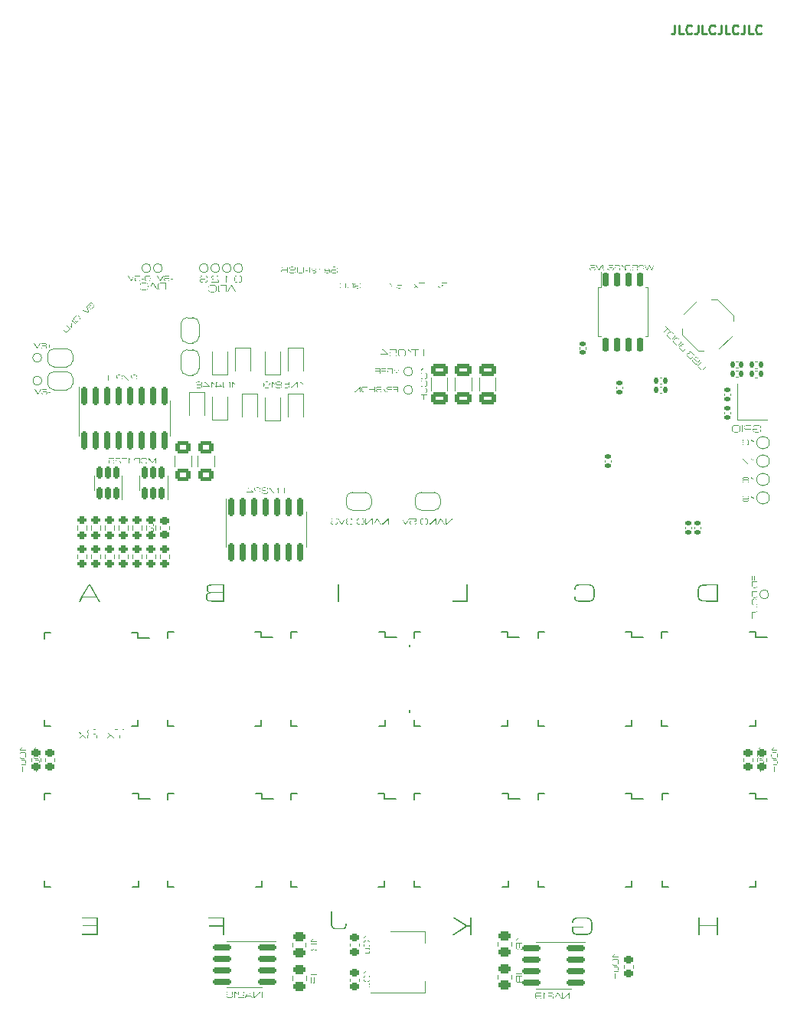
<source format=gbo>
G04 #@! TF.GenerationSoftware,KiCad,Pcbnew,(7.0.0-rc1-358-g86c12d35b4)*
G04 #@! TF.CreationDate,2023-05-11T11:50:55-07:00*
G04 #@! TF.ProjectId,Jumperless2,4a756d70-6572-46c6-9573-73322e6b6963,rev?*
G04 #@! TF.SameCoordinates,Original*
G04 #@! TF.FileFunction,Legend,Bot*
G04 #@! TF.FilePolarity,Positive*
%FSLAX46Y46*%
G04 Gerber Fmt 4.6, Leading zero omitted, Abs format (unit mm)*
G04 Created by KiCad (PCBNEW (7.0.0-rc1-358-g86c12d35b4)) date 2023-05-11 11:50:55*
%MOMM*%
%LPD*%
G01*
G04 APERTURE LIST*
G04 Aperture macros list*
%AMRoundRect*
0 Rectangle with rounded corners*
0 $1 Rounding radius*
0 $2 $3 $4 $5 $6 $7 $8 $9 X,Y pos of 4 corners*
0 Add a 4 corners polygon primitive as box body*
4,1,4,$2,$3,$4,$5,$6,$7,$8,$9,$2,$3,0*
0 Add four circle primitives for the rounded corners*
1,1,$1+$1,$2,$3*
1,1,$1+$1,$4,$5*
1,1,$1+$1,$6,$7*
1,1,$1+$1,$8,$9*
0 Add four rect primitives between the rounded corners*
20,1,$1+$1,$2,$3,$4,$5,0*
20,1,$1+$1,$4,$5,$6,$7,0*
20,1,$1+$1,$6,$7,$8,$9,0*
20,1,$1+$1,$8,$9,$2,$3,0*%
%AMHorizOval*
0 Thick line with rounded ends*
0 $1 width*
0 $2 $3 position (X,Y) of the first rounded end (center of the circle)*
0 $4 $5 position (X,Y) of the second rounded end (center of the circle)*
0 Add line between two ends*
20,1,$1,$2,$3,$4,$5,0*
0 Add two circle primitives to create the rounded ends*
1,1,$1,$2,$3*
1,1,$1,$4,$5*%
%AMRotRect*
0 Rectangle, with rotation*
0 The origin of the aperture is its center*
0 $1 length*
0 $2 width*
0 $3 Rotation angle, in degrees counterclockwise*
0 Add horizontal line*
21,1,$1,$2,0,0,$3*%
%AMFreePoly0*
4,1,19,0.500000,-0.750000,0.000000,-0.750000,0.000000,-0.744911,-0.071157,-0.744911,-0.207708,-0.704816,-0.327430,-0.627875,-0.420627,-0.520320,-0.479746,-0.390866,-0.500000,-0.250000,-0.500000,0.250000,-0.479746,0.390866,-0.420627,0.520320,-0.327430,0.627875,-0.207708,0.704816,-0.071157,0.744911,0.000000,0.744911,0.000000,0.750000,0.500000,0.750000,0.500000,-0.750000,0.500000,-0.750000,
$1*%
%AMFreePoly1*
4,1,19,0.000000,0.744911,0.071157,0.744911,0.207708,0.704816,0.327430,0.627875,0.420627,0.520320,0.479746,0.390866,0.500000,0.250000,0.500000,-0.250000,0.479746,-0.390866,0.420627,-0.520320,0.327430,-0.627875,0.207708,-0.704816,0.071157,-0.744911,0.000000,-0.744911,0.000000,-0.750000,-0.500000,-0.750000,-0.500000,0.750000,0.000000,0.750000,0.000000,0.744911,0.000000,0.744911,
$1*%
G04 Aperture macros list end*
%ADD10C,0.150000*%
%ADD11C,0.120000*%
%ADD12C,0.250000*%
%ADD13C,0.300000*%
%ADD14C,0.125000*%
%ADD15O,1.100000X1.400000*%
%ADD16O,1.100000X1.000000*%
%ADD17R,1.600000X1.600000*%
%ADD18O,1.600000X1.600000*%
%ADD19C,0.900000*%
%ADD20C,1.400000*%
%ADD21RotRect,1.700000X1.700000X315.000000*%
%ADD22HorizOval,1.700000X0.000000X0.000000X0.000000X0.000000X0*%
%ADD23R,1.500000X1.500000*%
%ADD24RoundRect,0.140000X-0.170000X0.140000X-0.170000X-0.140000X0.170000X-0.140000X0.170000X0.140000X0*%
%ADD25RoundRect,0.250000X-0.450000X0.262500X-0.450000X-0.262500X0.450000X-0.262500X0.450000X0.262500X0*%
%ADD26RoundRect,0.250001X0.624999X-0.462499X0.624999X0.462499X-0.624999X0.462499X-0.624999X-0.462499X0*%
%ADD27C,1.000000*%
%ADD28RoundRect,0.250000X0.650000X-0.412500X0.650000X0.412500X-0.650000X0.412500X-0.650000X-0.412500X0*%
%ADD29C,0.750000*%
%ADD30RoundRect,0.200000X0.275000X-0.200000X0.275000X0.200000X-0.275000X0.200000X-0.275000X-0.200000X0*%
%ADD31R,0.450000X0.600000*%
%ADD32R,1.000000X0.500000*%
%ADD33R,0.500000X1.000000*%
%ADD34RoundRect,0.140000X0.170000X-0.140000X0.170000X0.140000X-0.170000X0.140000X-0.170000X-0.140000X0*%
%ADD35RoundRect,0.150000X0.150000X-0.512500X0.150000X0.512500X-0.150000X0.512500X-0.150000X-0.512500X0*%
%ADD36RoundRect,0.140000X-0.140000X-0.170000X0.140000X-0.170000X0.140000X0.170000X-0.140000X0.170000X0*%
%ADD37RoundRect,0.200000X-0.275000X0.200000X-0.275000X-0.200000X0.275000X-0.200000X0.275000X0.200000X0*%
%ADD38FreePoly0,180.000000*%
%ADD39FreePoly1,180.000000*%
%ADD40RotRect,1.700000X1.000000X135.000000*%
%ADD41RoundRect,0.225000X-0.250000X0.225000X-0.250000X-0.225000X0.250000X-0.225000X0.250000X0.225000X0*%
%ADD42RoundRect,0.225000X0.250000X-0.225000X0.250000X0.225000X-0.250000X0.225000X-0.250000X-0.225000X0*%
%ADD43R,1.200000X1.400000*%
%ADD44RoundRect,0.150000X-0.150000X0.825000X-0.150000X-0.825000X0.150000X-0.825000X0.150000X0.825000X0*%
%ADD45RoundRect,0.140000X0.140000X0.170000X-0.140000X0.170000X-0.140000X-0.170000X0.140000X-0.170000X0*%
%ADD46RoundRect,0.150000X-0.150000X0.650000X-0.150000X-0.650000X0.150000X-0.650000X0.150000X0.650000X0*%
%ADD47RoundRect,0.135000X-0.135000X-0.185000X0.135000X-0.185000X0.135000X0.185000X-0.135000X0.185000X0*%
%ADD48FreePoly0,0.000000*%
%ADD49FreePoly1,0.000000*%
%ADD50RoundRect,0.150000X0.825000X0.150000X-0.825000X0.150000X-0.825000X-0.150000X0.825000X-0.150000X0*%
%ADD51R,2.000000X1.500000*%
%ADD52R,2.000000X3.800000*%
%ADD53FreePoly0,270.000000*%
%ADD54FreePoly1,270.000000*%
%ADD55RoundRect,0.250000X-0.650000X0.412500X-0.650000X-0.412500X0.650000X-0.412500X0.650000X0.412500X0*%
G04 APERTURE END LIST*
D10*
X77044975Y-154194975D02*
X77044975Y-154813000D01*
X77044975Y-147462525D02*
X77044975Y-146989800D01*
D11*
G36*
X40474381Y-111464632D02*
G01*
X40479118Y-111459881D01*
X40483783Y-111455174D01*
X40488376Y-111450511D01*
X40492897Y-111445892D01*
X40497346Y-111441318D01*
X40501723Y-111436787D01*
X40506028Y-111432301D01*
X40510261Y-111427859D01*
X40514421Y-111423460D01*
X40518510Y-111419106D01*
X40522527Y-111414796D01*
X40530344Y-111406309D01*
X40537873Y-111397998D01*
X40545113Y-111389864D01*
X40552066Y-111381906D01*
X40558730Y-111374124D01*
X40565106Y-111366519D01*
X40571194Y-111359091D01*
X40576994Y-111351839D01*
X40582505Y-111344763D01*
X40587729Y-111337864D01*
X40590232Y-111334481D01*
X40595003Y-111327785D01*
X40599497Y-111321143D01*
X40603714Y-111314554D01*
X40607654Y-111308018D01*
X40611317Y-111301536D01*
X40614703Y-111295107D01*
X40617813Y-111288732D01*
X40620646Y-111282410D01*
X40623201Y-111276142D01*
X40625480Y-111269927D01*
X40627482Y-111263765D01*
X40629208Y-111257657D01*
X40630656Y-111251602D01*
X40631827Y-111245601D01*
X40632722Y-111239653D01*
X40633340Y-111233759D01*
X40633668Y-111227873D01*
X40633722Y-111221978D01*
X40633500Y-111216073D01*
X40633003Y-111210159D01*
X40632230Y-111204234D01*
X40631183Y-111198300D01*
X40629860Y-111192356D01*
X40628262Y-111186403D01*
X40626389Y-111180440D01*
X40624240Y-111174467D01*
X40621816Y-111168484D01*
X40619117Y-111162492D01*
X40616143Y-111156490D01*
X40612893Y-111150478D01*
X40609369Y-111144456D01*
X40605568Y-111138425D01*
X40601473Y-111132322D01*
X40597115Y-111126086D01*
X40592494Y-111119716D01*
X40587609Y-111113212D01*
X40582462Y-111106575D01*
X40577051Y-111099804D01*
X40571377Y-111092900D01*
X40565440Y-111085862D01*
X40559240Y-111078691D01*
X40552777Y-111071386D01*
X40546051Y-111063947D01*
X40539062Y-111056375D01*
X40531809Y-111048669D01*
X40524294Y-111040830D01*
X40516515Y-111032857D01*
X40508473Y-111024750D01*
X40496453Y-111012730D01*
X40488410Y-111004751D01*
X40480497Y-110997033D01*
X40472714Y-110989574D01*
X40465061Y-110982375D01*
X40457539Y-110975436D01*
X40450148Y-110968756D01*
X40442886Y-110962337D01*
X40435755Y-110956177D01*
X40428755Y-110950278D01*
X40421885Y-110944638D01*
X40415145Y-110939258D01*
X40408535Y-110934138D01*
X40402056Y-110929278D01*
X40395707Y-110924678D01*
X40389488Y-110920337D01*
X40383400Y-110916257D01*
X40377369Y-110912457D01*
X40371349Y-110908933D01*
X40365339Y-110905686D01*
X40359340Y-110902714D01*
X40353351Y-110900019D01*
X40347373Y-110897599D01*
X40341405Y-110895456D01*
X40335448Y-110893589D01*
X40329501Y-110891998D01*
X40323565Y-110890683D01*
X40317640Y-110889644D01*
X40311725Y-110888880D01*
X40305820Y-110888394D01*
X40299926Y-110888183D01*
X40294043Y-110888248D01*
X40288170Y-110888589D01*
X40282262Y-110889193D01*
X40276300Y-110890074D01*
X40270284Y-110891230D01*
X40264213Y-110892663D01*
X40258089Y-110894371D01*
X40251910Y-110896356D01*
X40245676Y-110898617D01*
X40239389Y-110901153D01*
X40233047Y-110903966D01*
X40226651Y-110907055D01*
X40220201Y-110910420D01*
X40213697Y-110914061D01*
X40207138Y-110917978D01*
X40200525Y-110922171D01*
X40193858Y-110926640D01*
X40187137Y-110931386D01*
X40180276Y-110936415D01*
X40173242Y-110941735D01*
X40166034Y-110947347D01*
X40158653Y-110953250D01*
X40151099Y-110959445D01*
X40143372Y-110965931D01*
X40135472Y-110972709D01*
X40127398Y-110979778D01*
X40119151Y-110987138D01*
X40110731Y-110994790D01*
X40102137Y-111002734D01*
X40097776Y-111006815D01*
X40093371Y-111010968D01*
X40088922Y-111015195D01*
X40084431Y-111019495D01*
X40079896Y-111023867D01*
X40075317Y-111028312D01*
X40070696Y-111032830D01*
X40066031Y-111037421D01*
X40061323Y-111042085D01*
X40056571Y-111046822D01*
X40039888Y-111063505D01*
X40035407Y-111067997D01*
X40030991Y-111072443D01*
X40026641Y-111076844D01*
X40022356Y-111081199D01*
X40018137Y-111085509D01*
X40013984Y-111089774D01*
X40009896Y-111093993D01*
X40001917Y-111102296D01*
X39994200Y-111110418D01*
X39986746Y-111118358D01*
X39979554Y-111126117D01*
X39972624Y-111133694D01*
X39965956Y-111141090D01*
X39959551Y-111148305D01*
X39953408Y-111155339D01*
X39947527Y-111162191D01*
X39941909Y-111168861D01*
X39936553Y-111175351D01*
X39931459Y-111181659D01*
X39929011Y-111184745D01*
X39924264Y-111190823D01*
X39919740Y-111196804D01*
X39915437Y-111202688D01*
X39911356Y-111208475D01*
X39907497Y-111214164D01*
X39903859Y-111219757D01*
X39900444Y-111225252D01*
X39897250Y-111230650D01*
X39894278Y-111235951D01*
X39891528Y-111241155D01*
X39887819Y-111248779D01*
X39884609Y-111256184D01*
X39881898Y-111263370D01*
X39879686Y-111270338D01*
X39877931Y-111277164D01*
X39876630Y-111283886D01*
X39875782Y-111290505D01*
X39875387Y-111297019D01*
X39875447Y-111303430D01*
X39875959Y-111309737D01*
X39876926Y-111315940D01*
X39878345Y-111322040D01*
X39880219Y-111328035D01*
X39882546Y-111333927D01*
X39884349Y-111337797D01*
X39887386Y-111343611D01*
X39890783Y-111349513D01*
X39894540Y-111355502D01*
X39898659Y-111361578D01*
X39903138Y-111367742D01*
X39907978Y-111373994D01*
X39913178Y-111380333D01*
X39918739Y-111386759D01*
X39924661Y-111393273D01*
X39928809Y-111397664D01*
X39933118Y-111402094D01*
X39935332Y-111404323D01*
X39943207Y-111412198D01*
X39974294Y-111381111D01*
X39968077Y-111374894D01*
X39963080Y-111369796D01*
X39958346Y-111364763D01*
X39953877Y-111359793D01*
X39949672Y-111354887D01*
X39945732Y-111350044D01*
X39942055Y-111345265D01*
X39937563Y-111338993D01*
X39933542Y-111332834D01*
X39929989Y-111326788D01*
X39928389Y-111323808D01*
X39925622Y-111317793D01*
X39923538Y-111311561D01*
X39922138Y-111305112D01*
X39921420Y-111298446D01*
X39921386Y-111291563D01*
X39922036Y-111284463D01*
X39923368Y-111277146D01*
X39925384Y-111269613D01*
X39927367Y-111263775D01*
X39929780Y-111257727D01*
X39932623Y-111251467D01*
X39935895Y-111244995D01*
X39939598Y-111238313D01*
X39943730Y-111231419D01*
X39948292Y-111224314D01*
X39953285Y-111216998D01*
X39956852Y-111212003D01*
X39960610Y-111206914D01*
X39964559Y-111201731D01*
X39968699Y-111196454D01*
X39973054Y-111191045D01*
X39977647Y-111185465D01*
X39982480Y-111179715D01*
X39987552Y-111173793D01*
X39992862Y-111167701D01*
X39998411Y-111161438D01*
X40004199Y-111155004D01*
X40010226Y-111148399D01*
X40016491Y-111141623D01*
X40022996Y-111134677D01*
X40029739Y-111127560D01*
X40036721Y-111120272D01*
X40043942Y-111112813D01*
X40051401Y-111105183D01*
X40059100Y-111097383D01*
X40067037Y-111089411D01*
X40082581Y-111073868D01*
X40086808Y-111069651D01*
X40090993Y-111065499D01*
X40099233Y-111057387D01*
X40107304Y-111049531D01*
X40115203Y-111041932D01*
X40122931Y-111034590D01*
X40130489Y-111027504D01*
X40137876Y-111020675D01*
X40145092Y-111014103D01*
X40152137Y-111007787D01*
X40159011Y-111001728D01*
X40165715Y-110995926D01*
X40172247Y-110990380D01*
X40178609Y-110985090D01*
X40184801Y-110980058D01*
X40190821Y-110975282D01*
X40196670Y-110970762D01*
X40202410Y-110966497D01*
X40208103Y-110962484D01*
X40213747Y-110958722D01*
X40219344Y-110955212D01*
X40224893Y-110951954D01*
X40230395Y-110948948D01*
X40235848Y-110946194D01*
X40241254Y-110943691D01*
X40249273Y-110940409D01*
X40257185Y-110937693D01*
X40264989Y-110935544D01*
X40272686Y-110933962D01*
X40280275Y-110932945D01*
X40282781Y-110932733D01*
X40290283Y-110932451D01*
X40297826Y-110932731D01*
X40305411Y-110933575D01*
X40313038Y-110934982D01*
X40320707Y-110936951D01*
X40328417Y-110939483D01*
X40336170Y-110942578D01*
X40343965Y-110946236D01*
X40349184Y-110948987D01*
X40354422Y-110951989D01*
X40359679Y-110955240D01*
X40364955Y-110958742D01*
X40370282Y-110962488D01*
X40375746Y-110966473D01*
X40381347Y-110970697D01*
X40387085Y-110975160D01*
X40392959Y-110979861D01*
X40398971Y-110984802D01*
X40405119Y-110989981D01*
X40411404Y-110995399D01*
X40417826Y-111001056D01*
X40424384Y-111006951D01*
X40431080Y-111013086D01*
X40437912Y-111019459D01*
X40444881Y-111026071D01*
X40451987Y-111032922D01*
X40459230Y-111040012D01*
X40466609Y-111047340D01*
X40473863Y-111054594D01*
X40481192Y-111061974D01*
X40488283Y-111069218D01*
X40495136Y-111076326D01*
X40501751Y-111083298D01*
X40508128Y-111090133D01*
X40514266Y-111096833D01*
X40520167Y-111103397D01*
X40525830Y-111109825D01*
X40531255Y-111116117D01*
X40536442Y-111122273D01*
X40541391Y-111128293D01*
X40546102Y-111134177D01*
X40550574Y-111139925D01*
X40554809Y-111145536D01*
X40558806Y-111151012D01*
X40562565Y-111156352D01*
X40566054Y-111161615D01*
X40569295Y-111166862D01*
X40572288Y-111172091D01*
X40575032Y-111177303D01*
X40578682Y-111185090D01*
X40581773Y-111192838D01*
X40584304Y-111200549D01*
X40586277Y-111208220D01*
X40587690Y-111215854D01*
X40588544Y-111223449D01*
X40588839Y-111231007D01*
X40588574Y-111238525D01*
X40587728Y-111246060D01*
X40586318Y-111253705D01*
X40584343Y-111261458D01*
X40581803Y-111269321D01*
X40578699Y-111277293D01*
X40576315Y-111282669D01*
X40573681Y-111288093D01*
X40570796Y-111293565D01*
X40567659Y-111299087D01*
X40564272Y-111304656D01*
X40560634Y-111310275D01*
X40556745Y-111315942D01*
X40552605Y-111321657D01*
X40550441Y-111324533D01*
X40545921Y-111330383D01*
X40541144Y-111336404D01*
X40536109Y-111342597D01*
X40530817Y-111348962D01*
X40525268Y-111355499D01*
X40519461Y-111362207D01*
X40513396Y-111369086D01*
X40507074Y-111376137D01*
X40500495Y-111383360D01*
X40493658Y-111390755D01*
X40486564Y-111398321D01*
X40479213Y-111406059D01*
X40471604Y-111413968D01*
X40463737Y-111422049D01*
X40455613Y-111430302D01*
X40451455Y-111434492D01*
X40447232Y-111438726D01*
X40431792Y-111454166D01*
X40427637Y-111458312D01*
X40419465Y-111466415D01*
X40411475Y-111474266D01*
X40403666Y-111481865D01*
X40396040Y-111489213D01*
X40388596Y-111496308D01*
X40381335Y-111503152D01*
X40374255Y-111509745D01*
X40367358Y-111516085D01*
X40360642Y-111522174D01*
X40354109Y-111528011D01*
X40347758Y-111533596D01*
X40341589Y-111538929D01*
X40335603Y-111544011D01*
X40329798Y-111548841D01*
X40324176Y-111553419D01*
X40321433Y-111555613D01*
X40316011Y-111559837D01*
X40310679Y-111563855D01*
X40305435Y-111567667D01*
X40300281Y-111571273D01*
X40295215Y-111574674D01*
X40290239Y-111577870D01*
X40282941Y-111582277D01*
X40275844Y-111586222D01*
X40268947Y-111589704D01*
X40262251Y-111592723D01*
X40255755Y-111595280D01*
X40249459Y-111597374D01*
X40245373Y-111598513D01*
X40239345Y-111599848D01*
X40233422Y-111600782D01*
X40225689Y-111601404D01*
X40218144Y-111601313D01*
X40210787Y-111600510D01*
X40203617Y-111598994D01*
X40196635Y-111596766D01*
X40189842Y-111593826D01*
X40186515Y-111592089D01*
X40179789Y-111588180D01*
X40174622Y-111584879D01*
X40169348Y-111581261D01*
X40163970Y-111577326D01*
X40158485Y-111573074D01*
X40152895Y-111568505D01*
X40147199Y-111563619D01*
X40141397Y-111558416D01*
X40135490Y-111552896D01*
X40129478Y-111547060D01*
X40127450Y-111545044D01*
X40088280Y-111505874D01*
X40323402Y-111270752D01*
X40296874Y-111244225D01*
X40030044Y-111511055D01*
X40096155Y-111577167D01*
X40101373Y-111582314D01*
X40106534Y-111587264D01*
X40111638Y-111592016D01*
X40116686Y-111596570D01*
X40121677Y-111600928D01*
X40126611Y-111605087D01*
X40131489Y-111609049D01*
X40136310Y-111612813D01*
X40141074Y-111616380D01*
X40148114Y-111621360D01*
X40155027Y-111625896D01*
X40161812Y-111629987D01*
X40168469Y-111633634D01*
X40172837Y-111635818D01*
X40179351Y-111638712D01*
X40185955Y-111641138D01*
X40192648Y-111643096D01*
X40199431Y-111644585D01*
X40206302Y-111645607D01*
X40213263Y-111646160D01*
X40220314Y-111646246D01*
X40227453Y-111645863D01*
X40234682Y-111645012D01*
X40241999Y-111643693D01*
X40246928Y-111642553D01*
X40254418Y-111640410D01*
X40262083Y-111637749D01*
X40269922Y-111634572D01*
X40277937Y-111630876D01*
X40283377Y-111628125D01*
X40288895Y-111625145D01*
X40294491Y-111621934D01*
X40300164Y-111618493D01*
X40305915Y-111614823D01*
X40311744Y-111610922D01*
X40317651Y-111606792D01*
X40323635Y-111602432D01*
X40329697Y-111597841D01*
X40335837Y-111593021D01*
X40342115Y-111587973D01*
X40348566Y-111582672D01*
X40355191Y-111577118D01*
X40361989Y-111571312D01*
X40368960Y-111565254D01*
X40376104Y-111558942D01*
X40383422Y-111552378D01*
X40390912Y-111545562D01*
X40398577Y-111538493D01*
X40406414Y-111531171D01*
X40414424Y-111523597D01*
X40422608Y-111515770D01*
X40430965Y-111507691D01*
X40435209Y-111503556D01*
X40439496Y-111499359D01*
X40443826Y-111495098D01*
X40448199Y-111490774D01*
X40452616Y-111486387D01*
X40457076Y-111481937D01*
X40474381Y-111464632D01*
G37*
G36*
X39649953Y-112275796D02*
G01*
X39703112Y-112222638D01*
X39717412Y-111453959D01*
X39720417Y-111450954D01*
X40097606Y-111828143D01*
X40129833Y-111795916D01*
X39725287Y-111391370D01*
X39671610Y-111445047D01*
X39657206Y-112213830D01*
X39654823Y-112216213D01*
X39277634Y-111839023D01*
X39245407Y-111871250D01*
X39649953Y-112275796D01*
G37*
G36*
X39549127Y-112376622D02*
G01*
X39304990Y-112620759D01*
X39298328Y-112627400D01*
X39291762Y-112633903D01*
X39285291Y-112640268D01*
X39278916Y-112646496D01*
X39272636Y-112652587D01*
X39266452Y-112658539D01*
X39260363Y-112664354D01*
X39254370Y-112670032D01*
X39248473Y-112675572D01*
X39242671Y-112680974D01*
X39236964Y-112686238D01*
X39231353Y-112691365D01*
X39225837Y-112696355D01*
X39220417Y-112701206D01*
X39215093Y-112705920D01*
X39209864Y-112710497D01*
X39207274Y-112712740D01*
X39202135Y-112717128D01*
X39197051Y-112721383D01*
X39192022Y-112725506D01*
X39187048Y-112729495D01*
X39182129Y-112733352D01*
X39177265Y-112737076D01*
X39172456Y-112740667D01*
X39167703Y-112744125D01*
X39160675Y-112749064D01*
X39153772Y-112753704D01*
X39146992Y-112758045D01*
X39140336Y-112762088D01*
X39133804Y-112765832D01*
X39127339Y-112769284D01*
X39120962Y-112772452D01*
X39114671Y-112775336D01*
X39108468Y-112777936D01*
X39102353Y-112780252D01*
X39096325Y-112782284D01*
X39090385Y-112784031D01*
X39084531Y-112785494D01*
X39076863Y-112787003D01*
X39069351Y-112788007D01*
X39061903Y-112788503D01*
X39054429Y-112788486D01*
X39046929Y-112787959D01*
X39039403Y-112786919D01*
X39031852Y-112785368D01*
X39026171Y-112783869D01*
X39020476Y-112782082D01*
X39014766Y-112780007D01*
X39009042Y-112777645D01*
X39005183Y-112775917D01*
X38999348Y-112773113D01*
X38993459Y-112770054D01*
X38987516Y-112766740D01*
X38981518Y-112763172D01*
X38975465Y-112759348D01*
X38969357Y-112755269D01*
X38963195Y-112750935D01*
X38956978Y-112746346D01*
X38950707Y-112741502D01*
X38944381Y-112736403D01*
X38937930Y-112731026D01*
X38931322Y-112725386D01*
X38926829Y-112721481D01*
X38922268Y-112717459D01*
X38917636Y-112713321D01*
X38912935Y-112709065D01*
X38908164Y-112704694D01*
X38903324Y-112700206D01*
X38898414Y-112695601D01*
X38893434Y-112690880D01*
X38888385Y-112686042D01*
X38883266Y-112681087D01*
X38878078Y-112676016D01*
X38872820Y-112670828D01*
X38867492Y-112665524D01*
X38855679Y-112653711D01*
X38852942Y-112650967D01*
X38847558Y-112645532D01*
X38842296Y-112640166D01*
X38837155Y-112634870D01*
X38832136Y-112629644D01*
X38827238Y-112624487D01*
X38822462Y-112619399D01*
X38817807Y-112614382D01*
X38813273Y-112609434D01*
X38808861Y-112604555D01*
X38804571Y-112599747D01*
X38800401Y-112595007D01*
X38796354Y-112590338D01*
X38792427Y-112585738D01*
X38788622Y-112581208D01*
X38783143Y-112574543D01*
X38779616Y-112570168D01*
X38774557Y-112563666D01*
X38769775Y-112557238D01*
X38765270Y-112550882D01*
X38761042Y-112544599D01*
X38757090Y-112538389D01*
X38753416Y-112532251D01*
X38750018Y-112526187D01*
X38746897Y-112520196D01*
X38744053Y-112514277D01*
X38741486Y-112508431D01*
X38739185Y-112502650D01*
X38737180Y-112496888D01*
X38735470Y-112491143D01*
X38734054Y-112485417D01*
X38732626Y-112477810D01*
X38731723Y-112470236D01*
X38731344Y-112462694D01*
X38731490Y-112455185D01*
X38731808Y-112451639D01*
X38777064Y-112451639D01*
X38777119Y-112457992D01*
X38777608Y-112464385D01*
X38778531Y-112470816D01*
X38779888Y-112477286D01*
X38781679Y-112483795D01*
X38783904Y-112490342D01*
X38786562Y-112496929D01*
X38789668Y-112503596D01*
X38793233Y-112510387D01*
X38796209Y-112515561D01*
X38799443Y-112520804D01*
X38802936Y-112526116D01*
X38806688Y-112531497D01*
X38810698Y-112536948D01*
X38814967Y-112542467D01*
X38819495Y-112548056D01*
X38824281Y-112553714D01*
X38827611Y-112557546D01*
X38832803Y-112563430D01*
X38838231Y-112569478D01*
X38843897Y-112575690D01*
X38849799Y-112582066D01*
X38853866Y-112586408D01*
X38858037Y-112590822D01*
X38862314Y-112595310D01*
X38866696Y-112599870D01*
X38871184Y-112604503D01*
X38875776Y-112609209D01*
X38880474Y-112613988D01*
X38885277Y-112618839D01*
X38890186Y-112623764D01*
X38897439Y-112631018D01*
X38899872Y-112633446D01*
X38904686Y-112638228D01*
X38909430Y-112642907D01*
X38914104Y-112647484D01*
X38918709Y-112651959D01*
X38923244Y-112656333D01*
X38927710Y-112660604D01*
X38932106Y-112664773D01*
X38936432Y-112668840D01*
X38942791Y-112674750D01*
X38948993Y-112680430D01*
X38955039Y-112685881D01*
X38960927Y-112691102D01*
X38966660Y-112696093D01*
X38972261Y-112700831D01*
X38977794Y-112705331D01*
X38983260Y-112709591D01*
X38988659Y-112713614D01*
X38993990Y-112717397D01*
X38999254Y-112720942D01*
X39004450Y-112724248D01*
X39009579Y-112727316D01*
X39016313Y-112731035D01*
X39022927Y-112734330D01*
X39029418Y-112737185D01*
X39035887Y-112739583D01*
X39042332Y-112741524D01*
X39048755Y-112743009D01*
X39055156Y-112744037D01*
X39061533Y-112744608D01*
X39067889Y-112744723D01*
X39074221Y-112744382D01*
X39078963Y-112743819D01*
X39085410Y-112742650D01*
X39092000Y-112741002D01*
X39098732Y-112738875D01*
X39105607Y-112736268D01*
X39112624Y-112733182D01*
X39117981Y-112730553D01*
X39123417Y-112727654D01*
X39128934Y-112724486D01*
X39130786Y-112723377D01*
X39136421Y-112719875D01*
X39142172Y-112716110D01*
X39148040Y-112712084D01*
X39154024Y-112707794D01*
X39160125Y-112703243D01*
X39166342Y-112698430D01*
X39172676Y-112693354D01*
X39179127Y-112688015D01*
X39185694Y-112682415D01*
X39190137Y-112678535D01*
X39194631Y-112674539D01*
X39199190Y-112670408D01*
X39203849Y-112666148D01*
X39208610Y-112661759D01*
X39213471Y-112657241D01*
X39218434Y-112652594D01*
X39223499Y-112647819D01*
X39228664Y-112642915D01*
X39233931Y-112637883D01*
X39239298Y-112632721D01*
X39244767Y-112627431D01*
X39250337Y-112622012D01*
X39256009Y-112616465D01*
X39261781Y-112610789D01*
X39267655Y-112604984D01*
X39273630Y-112599050D01*
X39279706Y-112592988D01*
X39490373Y-112382321D01*
X39138882Y-112030830D01*
X38928215Y-112241497D01*
X38922229Y-112247498D01*
X38916367Y-112253404D01*
X38910629Y-112259214D01*
X38905017Y-112264929D01*
X38899529Y-112270548D01*
X38894165Y-112276072D01*
X38888927Y-112281500D01*
X38883813Y-112286832D01*
X38878823Y-112292069D01*
X38873959Y-112297211D01*
X38869219Y-112302257D01*
X38864604Y-112307207D01*
X38860113Y-112312062D01*
X38855747Y-112316822D01*
X38851506Y-112321485D01*
X38847389Y-112326054D01*
X38843380Y-112330534D01*
X38837585Y-112337151D01*
X38832053Y-112343644D01*
X38826783Y-112350013D01*
X38821775Y-112356258D01*
X38817029Y-112362380D01*
X38812546Y-112368377D01*
X38808325Y-112374251D01*
X38804366Y-112380001D01*
X38800670Y-112385627D01*
X38797235Y-112391129D01*
X38795094Y-112394741D01*
X38792107Y-112400103D01*
X38789392Y-112405397D01*
X38786195Y-112412351D01*
X38783479Y-112419185D01*
X38781247Y-112425900D01*
X38779496Y-112432494D01*
X38778229Y-112438969D01*
X38777443Y-112445324D01*
X38777064Y-112451639D01*
X38731808Y-112451639D01*
X38732160Y-112447708D01*
X38732396Y-112445839D01*
X38733648Y-112438288D01*
X38734912Y-112432546D01*
X38736455Y-112426737D01*
X38738277Y-112420861D01*
X38740378Y-112414917D01*
X38742757Y-112408906D01*
X38745415Y-112402827D01*
X38748351Y-112396681D01*
X38751567Y-112390467D01*
X38755061Y-112384187D01*
X38756288Y-112382075D01*
X38760172Y-112375659D01*
X38764356Y-112369120D01*
X38768841Y-112362460D01*
X38773627Y-112355678D01*
X38778713Y-112348773D01*
X38782270Y-112344102D01*
X38785961Y-112339377D01*
X38789786Y-112334598D01*
X38793745Y-112329765D01*
X38797836Y-112324877D01*
X38802062Y-112319935D01*
X38806421Y-112314939D01*
X38810914Y-112309888D01*
X38815526Y-112304775D01*
X38820269Y-112299562D01*
X38825143Y-112294250D01*
X38830149Y-112288840D01*
X38835285Y-112283331D01*
X38840553Y-112277723D01*
X38845952Y-112272017D01*
X38851482Y-112266211D01*
X38857143Y-112260307D01*
X38862936Y-112254304D01*
X38868859Y-112248203D01*
X38874914Y-112242002D01*
X38881100Y-112235703D01*
X38887417Y-112229305D01*
X38893865Y-112222808D01*
X38900444Y-112216213D01*
X39144581Y-111972076D01*
X39549127Y-112376622D01*
G37*
D12*
X106365809Y-78792380D02*
X106365809Y-79506666D01*
X106365809Y-79506666D02*
X106318190Y-79649523D01*
X106318190Y-79649523D02*
X106222952Y-79744761D01*
X106222952Y-79744761D02*
X106080095Y-79792380D01*
X106080095Y-79792380D02*
X105984857Y-79792380D01*
X107318190Y-79792380D02*
X106842000Y-79792380D01*
X106842000Y-79792380D02*
X106842000Y-78792380D01*
X108222952Y-79697142D02*
X108175333Y-79744761D01*
X108175333Y-79744761D02*
X108032476Y-79792380D01*
X108032476Y-79792380D02*
X107937238Y-79792380D01*
X107937238Y-79792380D02*
X107794381Y-79744761D01*
X107794381Y-79744761D02*
X107699143Y-79649523D01*
X107699143Y-79649523D02*
X107651524Y-79554285D01*
X107651524Y-79554285D02*
X107603905Y-79363809D01*
X107603905Y-79363809D02*
X107603905Y-79220952D01*
X107603905Y-79220952D02*
X107651524Y-79030476D01*
X107651524Y-79030476D02*
X107699143Y-78935238D01*
X107699143Y-78935238D02*
X107794381Y-78840000D01*
X107794381Y-78840000D02*
X107937238Y-78792380D01*
X107937238Y-78792380D02*
X108032476Y-78792380D01*
X108032476Y-78792380D02*
X108175333Y-78840000D01*
X108175333Y-78840000D02*
X108222952Y-78887619D01*
X108937238Y-78792380D02*
X108937238Y-79506666D01*
X108937238Y-79506666D02*
X108889619Y-79649523D01*
X108889619Y-79649523D02*
X108794381Y-79744761D01*
X108794381Y-79744761D02*
X108651524Y-79792380D01*
X108651524Y-79792380D02*
X108556286Y-79792380D01*
X109889619Y-79792380D02*
X109413429Y-79792380D01*
X109413429Y-79792380D02*
X109413429Y-78792380D01*
X110794381Y-79697142D02*
X110746762Y-79744761D01*
X110746762Y-79744761D02*
X110603905Y-79792380D01*
X110603905Y-79792380D02*
X110508667Y-79792380D01*
X110508667Y-79792380D02*
X110365810Y-79744761D01*
X110365810Y-79744761D02*
X110270572Y-79649523D01*
X110270572Y-79649523D02*
X110222953Y-79554285D01*
X110222953Y-79554285D02*
X110175334Y-79363809D01*
X110175334Y-79363809D02*
X110175334Y-79220952D01*
X110175334Y-79220952D02*
X110222953Y-79030476D01*
X110222953Y-79030476D02*
X110270572Y-78935238D01*
X110270572Y-78935238D02*
X110365810Y-78840000D01*
X110365810Y-78840000D02*
X110508667Y-78792380D01*
X110508667Y-78792380D02*
X110603905Y-78792380D01*
X110603905Y-78792380D02*
X110746762Y-78840000D01*
X110746762Y-78840000D02*
X110794381Y-78887619D01*
X111508667Y-78792380D02*
X111508667Y-79506666D01*
X111508667Y-79506666D02*
X111461048Y-79649523D01*
X111461048Y-79649523D02*
X111365810Y-79744761D01*
X111365810Y-79744761D02*
X111222953Y-79792380D01*
X111222953Y-79792380D02*
X111127715Y-79792380D01*
X112461048Y-79792380D02*
X111984858Y-79792380D01*
X111984858Y-79792380D02*
X111984858Y-78792380D01*
X113365810Y-79697142D02*
X113318191Y-79744761D01*
X113318191Y-79744761D02*
X113175334Y-79792380D01*
X113175334Y-79792380D02*
X113080096Y-79792380D01*
X113080096Y-79792380D02*
X112937239Y-79744761D01*
X112937239Y-79744761D02*
X112842001Y-79649523D01*
X112842001Y-79649523D02*
X112794382Y-79554285D01*
X112794382Y-79554285D02*
X112746763Y-79363809D01*
X112746763Y-79363809D02*
X112746763Y-79220952D01*
X112746763Y-79220952D02*
X112794382Y-79030476D01*
X112794382Y-79030476D02*
X112842001Y-78935238D01*
X112842001Y-78935238D02*
X112937239Y-78840000D01*
X112937239Y-78840000D02*
X113080096Y-78792380D01*
X113080096Y-78792380D02*
X113175334Y-78792380D01*
X113175334Y-78792380D02*
X113318191Y-78840000D01*
X113318191Y-78840000D02*
X113365810Y-78887619D01*
X114080096Y-78792380D02*
X114080096Y-79506666D01*
X114080096Y-79506666D02*
X114032477Y-79649523D01*
X114032477Y-79649523D02*
X113937239Y-79744761D01*
X113937239Y-79744761D02*
X113794382Y-79792380D01*
X113794382Y-79792380D02*
X113699144Y-79792380D01*
X115032477Y-79792380D02*
X114556287Y-79792380D01*
X114556287Y-79792380D02*
X114556287Y-78792380D01*
X115937239Y-79697142D02*
X115889620Y-79744761D01*
X115889620Y-79744761D02*
X115746763Y-79792380D01*
X115746763Y-79792380D02*
X115651525Y-79792380D01*
X115651525Y-79792380D02*
X115508668Y-79744761D01*
X115508668Y-79744761D02*
X115413430Y-79649523D01*
X115413430Y-79649523D02*
X115365811Y-79554285D01*
X115365811Y-79554285D02*
X115318192Y-79363809D01*
X115318192Y-79363809D02*
X115318192Y-79220952D01*
X115318192Y-79220952D02*
X115365811Y-79030476D01*
X115365811Y-79030476D02*
X115413430Y-78935238D01*
X115413430Y-78935238D02*
X115508668Y-78840000D01*
X115508668Y-78840000D02*
X115651525Y-78792380D01*
X115651525Y-78792380D02*
X115746763Y-78792380D01*
X115746763Y-78792380D02*
X115889620Y-78840000D01*
X115889620Y-78840000D02*
X115937239Y-78887619D01*
D10*
G36*
X57836000Y-108322000D02*
G01*
X57770738Y-108322000D01*
X57667179Y-108146926D01*
X57035860Y-108146926D01*
X56935623Y-108322000D01*
X56869189Y-108322000D01*
X56998053Y-108096905D01*
X57062824Y-108096905D01*
X57639042Y-108096905D01*
X57354353Y-107609201D01*
X57341847Y-107609201D01*
X57062824Y-108096905D01*
X56998053Y-108096905D01*
X57305895Y-107559180D01*
X57390305Y-107559180D01*
X57836000Y-108322000D01*
G37*
G36*
X56775986Y-108322000D02*
G01*
X56315637Y-108322000D01*
X56303095Y-108321980D01*
X56290773Y-108321920D01*
X56278670Y-108321821D01*
X56266788Y-108321682D01*
X56255125Y-108321503D01*
X56243683Y-108321285D01*
X56232460Y-108321027D01*
X56221457Y-108320729D01*
X56210673Y-108320392D01*
X56200110Y-108320015D01*
X56189766Y-108319598D01*
X56179642Y-108319142D01*
X56169738Y-108318646D01*
X56160054Y-108318110D01*
X56150590Y-108317534D01*
X56141345Y-108316919D01*
X56136788Y-108316593D01*
X56127805Y-108315884D01*
X56119001Y-108315103D01*
X56110373Y-108314248D01*
X56101922Y-108313320D01*
X56093648Y-108312318D01*
X56085551Y-108311244D01*
X56077632Y-108310096D01*
X56069889Y-108308875D01*
X56058608Y-108306905D01*
X56047724Y-108304771D01*
X56037239Y-108302472D01*
X56027153Y-108300008D01*
X56017465Y-108297380D01*
X56008115Y-108294539D01*
X55999115Y-108291513D01*
X55990465Y-108288302D01*
X55982166Y-108284905D01*
X55974217Y-108281323D01*
X55966618Y-108277555D01*
X55959370Y-108273602D01*
X55952472Y-108269463D01*
X55943820Y-108263656D01*
X55935790Y-108257519D01*
X55928301Y-108250965D01*
X55921270Y-108243903D01*
X55914697Y-108236334D01*
X55908581Y-108228259D01*
X55902924Y-108219677D01*
X55898982Y-108212908D01*
X55895297Y-108205854D01*
X55891870Y-108198514D01*
X55888700Y-108190890D01*
X55886690Y-108185623D01*
X55883833Y-108177479D01*
X55881165Y-108169042D01*
X55878686Y-108160314D01*
X55876396Y-108151294D01*
X55874294Y-108141982D01*
X55872382Y-108132379D01*
X55870658Y-108122483D01*
X55869123Y-108112295D01*
X55867777Y-108101815D01*
X55866621Y-108091043D01*
X55865608Y-108079892D01*
X55864695Y-108068345D01*
X55864142Y-108060428D01*
X55863632Y-108052335D01*
X55863168Y-108044066D01*
X55862747Y-108035622D01*
X55862371Y-108027003D01*
X55862039Y-108018208D01*
X55861751Y-108009237D01*
X55861508Y-108000091D01*
X55861308Y-107990770D01*
X55861153Y-107981272D01*
X55861043Y-107971600D01*
X55860976Y-107961751D01*
X55860954Y-107951727D01*
X55860954Y-107947429D01*
X55921722Y-107947429D01*
X55921726Y-107952012D01*
X55921756Y-107961059D01*
X55921817Y-107969943D01*
X55921909Y-107978665D01*
X55922031Y-107987226D01*
X55922184Y-107995625D01*
X55922367Y-108003862D01*
X55922580Y-108011937D01*
X55922825Y-108019851D01*
X55923248Y-108031418D01*
X55923741Y-108042620D01*
X55924302Y-108053459D01*
X55924931Y-108063934D01*
X55925630Y-108074044D01*
X55926443Y-108083792D01*
X55927418Y-108093251D01*
X55928554Y-108102421D01*
X55929852Y-108111303D01*
X55931311Y-108119897D01*
X55932932Y-108128202D01*
X55934714Y-108136218D01*
X55936657Y-108143946D01*
X55939500Y-108153802D01*
X55942629Y-108163144D01*
X55946058Y-108171955D01*
X55949895Y-108180314D01*
X55954142Y-108188222D01*
X55958798Y-108195677D01*
X55963863Y-108202681D01*
X55969337Y-108209233D01*
X55975220Y-108215333D01*
X55981512Y-108220981D01*
X55986513Y-108224921D01*
X55993694Y-108229898D01*
X56001461Y-108234557D01*
X56009814Y-108238898D01*
X56018753Y-108242922D01*
X56028279Y-108246628D01*
X56035808Y-108249200D01*
X56043666Y-108251593D01*
X56051854Y-108253807D01*
X56054646Y-108254508D01*
X56063260Y-108256518D01*
X56072232Y-108258391D01*
X56081560Y-108260127D01*
X56091246Y-108261725D01*
X56101289Y-108263186D01*
X56111689Y-108264509D01*
X56122447Y-108265695D01*
X56133561Y-108266744D01*
X56145033Y-108267655D01*
X56152879Y-108268187D01*
X56160884Y-108268657D01*
X56169077Y-108269059D01*
X56177487Y-108269435D01*
X56186113Y-108269786D01*
X56194956Y-108270110D01*
X56204016Y-108270409D01*
X56213293Y-108270681D01*
X56222786Y-108270928D01*
X56232496Y-108271148D01*
X56242423Y-108271343D01*
X56252567Y-108271511D01*
X56262927Y-108271654D01*
X56273505Y-108271771D01*
X56284299Y-108271862D01*
X56295310Y-108271927D01*
X56306537Y-108271966D01*
X56317981Y-108271979D01*
X56715218Y-108271979D01*
X56715218Y-107609201D01*
X56317981Y-107609201D01*
X56306679Y-107609215D01*
X56295584Y-107609256D01*
X56284697Y-107609325D01*
X56274018Y-107609421D01*
X56263546Y-107609545D01*
X56253281Y-107609696D01*
X56243225Y-107609874D01*
X56233376Y-107610080D01*
X56223734Y-107610314D01*
X56214300Y-107610575D01*
X56205074Y-107610864D01*
X56196055Y-107611180D01*
X56187244Y-107611523D01*
X56178641Y-107611894D01*
X56170245Y-107612292D01*
X56162057Y-107612718D01*
X56154053Y-107613162D01*
X56142351Y-107613938D01*
X56131013Y-107614843D01*
X56120040Y-107615879D01*
X56109430Y-107617046D01*
X56099184Y-107618343D01*
X56089303Y-107619771D01*
X56079785Y-107621329D01*
X56070632Y-107623018D01*
X56061843Y-107624837D01*
X56053418Y-107626787D01*
X56047993Y-107628173D01*
X56040122Y-107630412D01*
X56032571Y-107632844D01*
X56023000Y-107636385D01*
X56013997Y-107640269D01*
X56005561Y-107644494D01*
X55997693Y-107649062D01*
X55990394Y-107653971D01*
X55983662Y-107659222D01*
X55977351Y-107664818D01*
X55971413Y-107670860D01*
X55965847Y-107677348D01*
X55960654Y-107684281D01*
X55955833Y-107691661D01*
X55951385Y-107699486D01*
X55947309Y-107707756D01*
X55943606Y-107716473D01*
X55940248Y-107725687D01*
X55937207Y-107735450D01*
X55935135Y-107743134D01*
X55933241Y-107751126D01*
X55931526Y-107759428D01*
X55929989Y-107768038D01*
X55928632Y-107776958D01*
X55927452Y-107786187D01*
X55926452Y-107795725D01*
X55925630Y-107805572D01*
X55925156Y-107812324D01*
X55924504Y-107822767D01*
X55923920Y-107833587D01*
X55923405Y-107844785D01*
X55922958Y-107856361D01*
X55922699Y-107864288D01*
X55922470Y-107872384D01*
X55922271Y-107880647D01*
X55922103Y-107889078D01*
X55921966Y-107897676D01*
X55921859Y-107906443D01*
X55921783Y-107915378D01*
X55921737Y-107924481D01*
X55921722Y-107933751D01*
X55921722Y-107947429D01*
X55860954Y-107947429D01*
X55860954Y-107929452D01*
X55860960Y-107924285D01*
X55861009Y-107914085D01*
X55861107Y-107904064D01*
X55861253Y-107894225D01*
X55861449Y-107884565D01*
X55861693Y-107875085D01*
X55861986Y-107865786D01*
X55862328Y-107856666D01*
X55862719Y-107847727D01*
X55863158Y-107838968D01*
X55863647Y-107830389D01*
X55864184Y-107821990D01*
X55864770Y-107813771D01*
X55865405Y-107805732D01*
X55866089Y-107797874D01*
X55867207Y-107786424D01*
X55868007Y-107778974D01*
X55869367Y-107768075D01*
X55870919Y-107757505D01*
X55872664Y-107747266D01*
X55874601Y-107737355D01*
X55876731Y-107727775D01*
X55879053Y-107718524D01*
X55881567Y-107709603D01*
X55884273Y-107701012D01*
X55887172Y-107692751D01*
X55890263Y-107684819D01*
X55893545Y-107677200D01*
X55897087Y-107669876D01*
X55900890Y-107662847D01*
X55904954Y-107656114D01*
X55910780Y-107647596D01*
X55917069Y-107639603D01*
X55923822Y-107632136D01*
X55931040Y-107625193D01*
X55938721Y-107618775D01*
X55940705Y-107617236D01*
X55949005Y-107611297D01*
X55955610Y-107607076D01*
X55962542Y-107603054D01*
X55969800Y-107599231D01*
X55977385Y-107595608D01*
X55985295Y-107592184D01*
X55993532Y-107588958D01*
X56002095Y-107585932D01*
X56010985Y-107583106D01*
X56020200Y-107580478D01*
X56023349Y-107579645D01*
X56033060Y-107577257D01*
X56043169Y-107575038D01*
X56053677Y-107572987D01*
X56064583Y-107571104D01*
X56075888Y-107569390D01*
X56083646Y-107568340D01*
X56091580Y-107567365D01*
X56099692Y-107566466D01*
X56107981Y-107565640D01*
X56116447Y-107564890D01*
X56125091Y-107564215D01*
X56133911Y-107563614D01*
X56142908Y-107563088D01*
X56152078Y-107562615D01*
X56161464Y-107562172D01*
X56171068Y-107561760D01*
X56180888Y-107561378D01*
X56190925Y-107561027D01*
X56201178Y-107560707D01*
X56211649Y-107560417D01*
X56222336Y-107560157D01*
X56233240Y-107559928D01*
X56244360Y-107559730D01*
X56255698Y-107559562D01*
X56267252Y-107559424D01*
X56279023Y-107559318D01*
X56291011Y-107559241D01*
X56303215Y-107559196D01*
X56315637Y-107559180D01*
X56775986Y-107559180D01*
X56775986Y-108322000D01*
G37*
G36*
X55262266Y-108334505D02*
G01*
X55274135Y-108334485D01*
X55285805Y-108334425D01*
X55297277Y-108334326D01*
X55308550Y-108334187D01*
X55319625Y-108334009D01*
X55330501Y-108333790D01*
X55341179Y-108333532D01*
X55351659Y-108333235D01*
X55361940Y-108332897D01*
X55372023Y-108332520D01*
X55381907Y-108332104D01*
X55391593Y-108331647D01*
X55401080Y-108331151D01*
X55410369Y-108330615D01*
X55419459Y-108330040D01*
X55428351Y-108329424D01*
X55437063Y-108328750D01*
X55445613Y-108327996D01*
X55454001Y-108327162D01*
X55462228Y-108326249D01*
X55470292Y-108325257D01*
X55478195Y-108324185D01*
X55485936Y-108323034D01*
X55497244Y-108321159D01*
X55508188Y-108319105D01*
X55518768Y-108316873D01*
X55528984Y-108314462D01*
X55538836Y-108311872D01*
X55548323Y-108309103D01*
X55557434Y-108306111D01*
X55566229Y-108302923D01*
X55574708Y-108299540D01*
X55582871Y-108295960D01*
X55590719Y-108292185D01*
X55598250Y-108288214D01*
X55605465Y-108284047D01*
X55612364Y-108279684D01*
X55618947Y-108275126D01*
X55625214Y-108270372D01*
X55629217Y-108267094D01*
X55636864Y-108260203D01*
X55644079Y-108252818D01*
X55650859Y-108244938D01*
X55655661Y-108238703D01*
X55660218Y-108232191D01*
X55664531Y-108225400D01*
X55668601Y-108218331D01*
X55672426Y-108210983D01*
X55676008Y-108203358D01*
X55678260Y-108198120D01*
X55681428Y-108190010D01*
X55684411Y-108181580D01*
X55687208Y-108172832D01*
X55689819Y-108163764D01*
X55692245Y-108154376D01*
X55694486Y-108144669D01*
X55696541Y-108134643D01*
X55698411Y-108124297D01*
X55700095Y-108113632D01*
X55701593Y-108102647D01*
X55702489Y-108095147D01*
X55703677Y-108083595D01*
X55704403Y-108075679D01*
X55705078Y-108067590D01*
X55705701Y-108059328D01*
X55706272Y-108050894D01*
X55706791Y-108042288D01*
X55707258Y-108033509D01*
X55707673Y-108024557D01*
X55708036Y-108015433D01*
X55708348Y-108006137D01*
X55708607Y-107996668D01*
X55708815Y-107987026D01*
X55708971Y-107977212D01*
X55709074Y-107967226D01*
X55709126Y-107957067D01*
X55709133Y-107951923D01*
X55709133Y-107929257D01*
X55709072Y-107914154D01*
X55708889Y-107899423D01*
X55708583Y-107885064D01*
X55708156Y-107871078D01*
X55707606Y-107857465D01*
X55706935Y-107844224D01*
X55706141Y-107831355D01*
X55705225Y-107818859D01*
X55704187Y-107806736D01*
X55703027Y-107794984D01*
X55701744Y-107783606D01*
X55700340Y-107772600D01*
X55698814Y-107761966D01*
X55697165Y-107751705D01*
X55695394Y-107741816D01*
X55693501Y-107732300D01*
X55691398Y-107723100D01*
X55689044Y-107714161D01*
X55686440Y-107705484D01*
X55683585Y-107697068D01*
X55680480Y-107688912D01*
X55677125Y-107681018D01*
X55673519Y-107673384D01*
X55669663Y-107666012D01*
X55665557Y-107658901D01*
X55661200Y-107652051D01*
X55656593Y-107645461D01*
X55651736Y-107639133D01*
X55646628Y-107633066D01*
X55641270Y-107627260D01*
X55635661Y-107621715D01*
X55629803Y-107616431D01*
X55623663Y-107611360D01*
X55617212Y-107606502D01*
X55610450Y-107601859D01*
X55603376Y-107597429D01*
X55595990Y-107593212D01*
X55588294Y-107589210D01*
X55580286Y-107585421D01*
X55571966Y-107581846D01*
X55563335Y-107578485D01*
X55554393Y-107575337D01*
X55545139Y-107572403D01*
X55535574Y-107569683D01*
X55525697Y-107567176D01*
X55515509Y-107564883D01*
X55505010Y-107562804D01*
X55494199Y-107560939D01*
X55482989Y-107559212D01*
X55471341Y-107557596D01*
X55459255Y-107556091D01*
X55446730Y-107554698D01*
X55433768Y-107553417D01*
X55420368Y-107552247D01*
X55406529Y-107551188D01*
X55392252Y-107550241D01*
X55377537Y-107549405D01*
X55362384Y-107548681D01*
X55346793Y-107548068D01*
X55338833Y-107547803D01*
X55330764Y-107547566D01*
X55322585Y-107547358D01*
X55314297Y-107547176D01*
X55305899Y-107547023D01*
X55297391Y-107546898D01*
X55288774Y-107546800D01*
X55280048Y-107546731D01*
X55271212Y-107546689D01*
X55262266Y-107546675D01*
X55230808Y-107546675D01*
X55222348Y-107546683D01*
X55213993Y-107546709D01*
X55205743Y-107546751D01*
X55197597Y-107546809D01*
X55189555Y-107546885D01*
X55181619Y-107546977D01*
X55173786Y-107547086D01*
X55158436Y-107547355D01*
X55143503Y-107547691D01*
X55128989Y-107548094D01*
X55114893Y-107548564D01*
X55101216Y-107549101D01*
X55087956Y-107549706D01*
X55075115Y-107550378D01*
X55062693Y-107551116D01*
X55050688Y-107551922D01*
X55039102Y-107552796D01*
X55027934Y-107553736D01*
X55017184Y-107554743D01*
X55011966Y-107555272D01*
X55001760Y-107556385D01*
X54991856Y-107557623D01*
X54982252Y-107558986D01*
X54972948Y-107560475D01*
X54963946Y-107562088D01*
X54955244Y-107563827D01*
X54946842Y-107565691D01*
X54938742Y-107567680D01*
X54930942Y-107569794D01*
X54923443Y-107572034D01*
X54912759Y-107575627D01*
X54902751Y-107579503D01*
X54893419Y-107583660D01*
X54884764Y-107588099D01*
X54876674Y-107592812D01*
X54869109Y-107597864D01*
X54862070Y-107603257D01*
X54855556Y-107608991D01*
X54849568Y-107615064D01*
X54844105Y-107621477D01*
X54839167Y-107628230D01*
X54834756Y-107635323D01*
X54830869Y-107642756D01*
X54827508Y-107650529D01*
X54825560Y-107655900D01*
X54822941Y-107664304D01*
X54820580Y-107673174D01*
X54818476Y-107682512D01*
X54816630Y-107692317D01*
X54815041Y-107702589D01*
X54813710Y-107713328D01*
X54812637Y-107724534D01*
X54811821Y-107736207D01*
X54811420Y-107744249D01*
X54811134Y-107752498D01*
X54810963Y-107760955D01*
X54810905Y-107769620D01*
X54810905Y-107784274D01*
X54869524Y-107784274D01*
X54869524Y-107771574D01*
X54869585Y-107762732D01*
X54869768Y-107754184D01*
X54870073Y-107745928D01*
X54870501Y-107737966D01*
X54871207Y-107728425D01*
X54872103Y-107719342D01*
X54873191Y-107710718D01*
X54873431Y-107709048D01*
X54874877Y-107700910D01*
X54876771Y-107693107D01*
X54879113Y-107685638D01*
X54882516Y-107677115D01*
X54886564Y-107669073D01*
X54890431Y-107662739D01*
X54895665Y-107655586D01*
X54901696Y-107648927D01*
X54908525Y-107642763D01*
X54914823Y-107638004D01*
X54921676Y-107633589D01*
X54927556Y-107630304D01*
X54935472Y-107626464D01*
X54944199Y-107622881D01*
X54951764Y-107620200D01*
X54959848Y-107617685D01*
X54968452Y-107615334D01*
X54977574Y-107613148D01*
X54987216Y-107611127D01*
X54992231Y-107610178D01*
X54999975Y-107608791D01*
X55008038Y-107607485D01*
X55016420Y-107606263D01*
X55025122Y-107605122D01*
X55034143Y-107604064D01*
X55043483Y-107603089D01*
X55053143Y-107602196D01*
X55063123Y-107601385D01*
X55073422Y-107600657D01*
X55084040Y-107600012D01*
X55091296Y-107599627D01*
X55102460Y-107599103D01*
X55114043Y-107598631D01*
X55121997Y-107598345D01*
X55130138Y-107598081D01*
X55138465Y-107597841D01*
X55146979Y-107597623D01*
X55155678Y-107597429D01*
X55164564Y-107597257D01*
X55173636Y-107597108D01*
X55182895Y-107596982D01*
X55192339Y-107596879D01*
X55201970Y-107596799D01*
X55211787Y-107596742D01*
X55221790Y-107596707D01*
X55231980Y-107596696D01*
X55261289Y-107596696D01*
X55271871Y-107596712D01*
X55282270Y-107596760D01*
X55292485Y-107596840D01*
X55302517Y-107596952D01*
X55312366Y-107597097D01*
X55322032Y-107597273D01*
X55331515Y-107597481D01*
X55340815Y-107597722D01*
X55349931Y-107597994D01*
X55358864Y-107598299D01*
X55367614Y-107598635D01*
X55376181Y-107599004D01*
X55384565Y-107599405D01*
X55392765Y-107599838D01*
X55400782Y-107600302D01*
X55408616Y-107600799D01*
X55420062Y-107601609D01*
X55431171Y-107602574D01*
X55441943Y-107603693D01*
X55452379Y-107604967D01*
X55462478Y-107606395D01*
X55472240Y-107607978D01*
X55481666Y-107609715D01*
X55490755Y-107611607D01*
X55499508Y-107613653D01*
X55507924Y-107615855D01*
X55513348Y-107617408D01*
X55521227Y-107619845D01*
X55528817Y-107622468D01*
X55536120Y-107625277D01*
X55545407Y-107629310D01*
X55554181Y-107633672D01*
X55562443Y-107638365D01*
X55570191Y-107643387D01*
X55577427Y-107648739D01*
X55582517Y-107652969D01*
X55588929Y-107658911D01*
X55594974Y-107665304D01*
X55600652Y-107672149D01*
X55605965Y-107679445D01*
X55610911Y-107687194D01*
X55615490Y-107695394D01*
X55619703Y-107704047D01*
X55623550Y-107713151D01*
X55627064Y-107722704D01*
X55629503Y-107730225D01*
X55631774Y-107738052D01*
X55633877Y-107746185D01*
X55635811Y-107754623D01*
X55637577Y-107763367D01*
X55639175Y-107772417D01*
X55640604Y-107781773D01*
X55641865Y-107791434D01*
X55642958Y-107801401D01*
X55643285Y-107804791D01*
X55644193Y-107815154D01*
X55645011Y-107825875D01*
X55645741Y-107836953D01*
X55646381Y-107848388D01*
X55646758Y-107856210D01*
X55647095Y-107864191D01*
X55647393Y-107872330D01*
X55647651Y-107880628D01*
X55647869Y-107889085D01*
X55648048Y-107897701D01*
X55648187Y-107906475D01*
X55648286Y-107915408D01*
X55648345Y-107924500D01*
X55648365Y-107933751D01*
X55648365Y-107947429D01*
X55648348Y-107956678D01*
X55648295Y-107965765D01*
X55648207Y-107974691D01*
X55648084Y-107983454D01*
X55647926Y-107992056D01*
X55647733Y-108000497D01*
X55647505Y-108008775D01*
X55647242Y-108016891D01*
X55646943Y-108024846D01*
X55646430Y-108036475D01*
X55645837Y-108047739D01*
X55645166Y-108058640D01*
X55644415Y-108069176D01*
X55643871Y-108075998D01*
X55642944Y-108085929D01*
X55641849Y-108095571D01*
X55640586Y-108104925D01*
X55639154Y-108113990D01*
X55637554Y-108122767D01*
X55635786Y-108131255D01*
X55633849Y-108139455D01*
X55631744Y-108147366D01*
X55629471Y-108154989D01*
X55626179Y-108164703D01*
X55625309Y-108167052D01*
X55621599Y-108176113D01*
X55617505Y-108184735D01*
X55613026Y-108192917D01*
X55608163Y-108200660D01*
X55602915Y-108207963D01*
X55597282Y-108214826D01*
X55591264Y-108221249D01*
X55584862Y-108227233D01*
X55577965Y-108232790D01*
X55570562Y-108238029D01*
X55562651Y-108242950D01*
X55554234Y-108247554D01*
X55545310Y-108251841D01*
X55535879Y-108255810D01*
X55528473Y-108258578D01*
X55520783Y-108261168D01*
X55515497Y-108262795D01*
X55507302Y-108265071D01*
X55498763Y-108267210D01*
X55489881Y-108269211D01*
X55480656Y-108271075D01*
X55471087Y-108272801D01*
X55461174Y-108274390D01*
X55450918Y-108275842D01*
X55440319Y-108277157D01*
X55429376Y-108278333D01*
X55418090Y-108279373D01*
X55410375Y-108279990D01*
X55402465Y-108280534D01*
X55394365Y-108281043D01*
X55386076Y-108281517D01*
X55377598Y-108281956D01*
X55368930Y-108282360D01*
X55360073Y-108282728D01*
X55351027Y-108283062D01*
X55341792Y-108283360D01*
X55332367Y-108283624D01*
X55322753Y-108283852D01*
X55312950Y-108284045D01*
X55302957Y-108284203D01*
X55292775Y-108284326D01*
X55282404Y-108284414D01*
X55271843Y-108284466D01*
X55261094Y-108284484D01*
X55231980Y-108284484D01*
X55224082Y-108284477D01*
X55208595Y-108284424D01*
X55193522Y-108284317D01*
X55178863Y-108284157D01*
X55164618Y-108283943D01*
X55150786Y-108283676D01*
X55137368Y-108283355D01*
X55124363Y-108282981D01*
X55111773Y-108282554D01*
X55099596Y-108282073D01*
X55087832Y-108281539D01*
X55076483Y-108280951D01*
X55065547Y-108280310D01*
X55055024Y-108279615D01*
X55044916Y-108278867D01*
X55035221Y-108278066D01*
X55030528Y-108277645D01*
X55021364Y-108276719D01*
X55012482Y-108275700D01*
X55003882Y-108274588D01*
X54995565Y-108273383D01*
X54987530Y-108272085D01*
X54979778Y-108270693D01*
X54968679Y-108268432D01*
X54958215Y-108265960D01*
X54948387Y-108263280D01*
X54939194Y-108260389D01*
X54930636Y-108257289D01*
X54922714Y-108253980D01*
X54917786Y-108251658D01*
X54910849Y-108247968D01*
X54902359Y-108242627D01*
X54894735Y-108236803D01*
X54887979Y-108230497D01*
X54882089Y-108223709D01*
X54877067Y-108216438D01*
X54872912Y-108208685D01*
X54869624Y-108200449D01*
X54868937Y-108198315D01*
X54866419Y-108189345D01*
X54864236Y-108179728D01*
X54862389Y-108169464D01*
X54861224Y-108161341D01*
X54860248Y-108152854D01*
X54859461Y-108144003D01*
X54858862Y-108134787D01*
X54858453Y-108125208D01*
X54858233Y-108115265D01*
X54858191Y-108108434D01*
X54858191Y-108096905D01*
X54799572Y-108096905D01*
X54799572Y-108113709D01*
X54799639Y-108122347D01*
X54799838Y-108130773D01*
X54800170Y-108138986D01*
X54800635Y-108146987D01*
X54801581Y-108158591D01*
X54802826Y-108169718D01*
X54804370Y-108180367D01*
X54806213Y-108190539D01*
X54808354Y-108200233D01*
X54810795Y-108209450D01*
X54813534Y-108218190D01*
X54816572Y-108226452D01*
X54819990Y-108234312D01*
X54823945Y-108241846D01*
X54828435Y-108249054D01*
X54833461Y-108255935D01*
X54839023Y-108262490D01*
X54845121Y-108268719D01*
X54851754Y-108274621D01*
X54858923Y-108280197D01*
X54866629Y-108285447D01*
X54874869Y-108290371D01*
X54880661Y-108293472D01*
X54889848Y-108297876D01*
X54899678Y-108302001D01*
X54910149Y-108305849D01*
X54921263Y-108309418D01*
X54929030Y-108311643D01*
X54937081Y-108313744D01*
X54945418Y-108315722D01*
X54954041Y-108317576D01*
X54962949Y-108319306D01*
X54972142Y-108320913D01*
X54981621Y-108322396D01*
X54991385Y-108323755D01*
X55001435Y-108324991D01*
X55011771Y-108326103D01*
X55022445Y-108327120D01*
X55033511Y-108328072D01*
X55044970Y-108328958D01*
X55056821Y-108329779D01*
X55069065Y-108330533D01*
X55081700Y-108331223D01*
X55094728Y-108331846D01*
X55108149Y-108332404D01*
X55121962Y-108332897D01*
X55136167Y-108333323D01*
X55150764Y-108333684D01*
X55165754Y-108333980D01*
X55181135Y-108334209D01*
X55188974Y-108334300D01*
X55196910Y-108334373D01*
X55204944Y-108334431D01*
X55213076Y-108334472D01*
X55221307Y-108334497D01*
X55229635Y-108334505D01*
X55262266Y-108334505D01*
G37*
D11*
G36*
X81201180Y-107848000D02*
G01*
X81155604Y-107848000D01*
X81155604Y-107604147D01*
X80807851Y-107604147D01*
X80804030Y-107604154D01*
X80796540Y-107604208D01*
X80789254Y-107604316D01*
X80782172Y-107604477D01*
X80775293Y-107604692D01*
X80768619Y-107604961D01*
X80762148Y-107605284D01*
X80755881Y-107605661D01*
X80749817Y-107606091D01*
X80741104Y-107606838D01*
X80732850Y-107607706D01*
X80725054Y-107608694D01*
X80717717Y-107609804D01*
X80710838Y-107611035D01*
X80704341Y-107612430D01*
X80698147Y-107614030D01*
X80692257Y-107615837D01*
X80686672Y-107617849D01*
X80679697Y-107620854D01*
X80673263Y-107624224D01*
X80667369Y-107627961D01*
X80662016Y-107632064D01*
X80657202Y-107636534D01*
X80654982Y-107638919D01*
X80650852Y-107644044D01*
X80647133Y-107649640D01*
X80643827Y-107655708D01*
X80640932Y-107662248D01*
X80638450Y-107669259D01*
X80636380Y-107676742D01*
X80635098Y-107682664D01*
X80634048Y-107688851D01*
X80633733Y-107690977D01*
X80632846Y-107697589D01*
X80632050Y-107704551D01*
X80631343Y-107711863D01*
X80630727Y-107719526D01*
X80630201Y-107727539D01*
X80629766Y-107735902D01*
X80629420Y-107744616D01*
X80629240Y-107750620D01*
X80629099Y-107756779D01*
X80628999Y-107763095D01*
X80628939Y-107769565D01*
X80628919Y-107776192D01*
X80628919Y-107848000D01*
X80583343Y-107848000D01*
X80583343Y-107740728D01*
X80583388Y-107732993D01*
X80583524Y-107725506D01*
X80583749Y-107718265D01*
X80584065Y-107711272D01*
X80584470Y-107704527D01*
X80584966Y-107698028D01*
X80585552Y-107691777D01*
X80586229Y-107685773D01*
X80587270Y-107678153D01*
X80588472Y-107670972D01*
X80589124Y-107667514D01*
X80590599Y-107660842D01*
X80592302Y-107654494D01*
X80594235Y-107648472D01*
X80596396Y-107642775D01*
X80598787Y-107637404D01*
X80602097Y-107631146D01*
X80605765Y-107625397D01*
X80607319Y-107623232D01*
X80611493Y-107618117D01*
X80616083Y-107613423D01*
X80621087Y-107609152D01*
X80626507Y-107605303D01*
X80632341Y-107601876D01*
X80638591Y-107598872D01*
X80643908Y-107596662D01*
X80649527Y-107594576D01*
X80655448Y-107592614D01*
X80661672Y-107590775D01*
X80668198Y-107589060D01*
X80675026Y-107587469D01*
X80682156Y-107586001D01*
X80689589Y-107584657D01*
X80689589Y-107583778D01*
X80688010Y-107583572D01*
X80681792Y-107582656D01*
X80675734Y-107581593D01*
X80669837Y-107580384D01*
X80664100Y-107579029D01*
X80657154Y-107577128D01*
X80650458Y-107574999D01*
X80644013Y-107572640D01*
X80641510Y-107571622D01*
X80635467Y-107568827D01*
X80629732Y-107565675D01*
X80624304Y-107562164D01*
X80619185Y-107558296D01*
X80614373Y-107554070D01*
X80609868Y-107549486D01*
X80609005Y-107548514D01*
X80604884Y-107543345D01*
X80601093Y-107537660D01*
X80597632Y-107531461D01*
X80595099Y-107526130D01*
X80592777Y-107520470D01*
X80590666Y-107514480D01*
X80588766Y-107508160D01*
X80587482Y-107503142D01*
X80585968Y-107496054D01*
X80584677Y-107488512D01*
X80583857Y-107482559D01*
X80583163Y-107476350D01*
X80582595Y-107469886D01*
X80582153Y-107463168D01*
X80581837Y-107456194D01*
X80581648Y-107448965D01*
X80581622Y-107445878D01*
X80628040Y-107445878D01*
X80628068Y-107450140D01*
X80628215Y-107456372D01*
X80628489Y-107462410D01*
X80629050Y-107470161D01*
X80629835Y-107477569D01*
X80630845Y-107484633D01*
X80632079Y-107491353D01*
X80633538Y-107497730D01*
X80635221Y-107503764D01*
X80636664Y-107508076D01*
X80638888Y-107513566D01*
X80642152Y-107520010D01*
X80645952Y-107525988D01*
X80650289Y-107531501D01*
X80655163Y-107536550D01*
X80660573Y-107541133D01*
X80665306Y-107544453D01*
X80670419Y-107547526D01*
X80675912Y-107550351D01*
X80681785Y-107552930D01*
X80688039Y-107555261D01*
X80694672Y-107557344D01*
X80701686Y-107559181D01*
X80709080Y-107560770D01*
X80712934Y-107561480D01*
X80718953Y-107562459D01*
X80725255Y-107563334D01*
X80731840Y-107564107D01*
X80738708Y-107564777D01*
X80745860Y-107565344D01*
X80753295Y-107565807D01*
X80761014Y-107566168D01*
X80769016Y-107566426D01*
X80777301Y-107566580D01*
X80785870Y-107566632D01*
X81155604Y-107566632D01*
X81155604Y-107313401D01*
X80805360Y-107313401D01*
X80798373Y-107313417D01*
X80791555Y-107313467D01*
X80784905Y-107313550D01*
X80778423Y-107313666D01*
X80772110Y-107313816D01*
X80765965Y-107313998D01*
X80759988Y-107314214D01*
X80751338Y-107314600D01*
X80743067Y-107315061D01*
X80735174Y-107315596D01*
X80727661Y-107316206D01*
X80720525Y-107316891D01*
X80713769Y-107317651D01*
X80711596Y-107317915D01*
X80705263Y-107318809D01*
X80699210Y-107319852D01*
X80691577Y-107321476D01*
X80684443Y-107323365D01*
X80677809Y-107325520D01*
X80671673Y-107327940D01*
X80666037Y-107330626D01*
X80659694Y-107334357D01*
X80657362Y-107335970D01*
X80651969Y-107340333D01*
X80647198Y-107345169D01*
X80643050Y-107350477D01*
X80639525Y-107356257D01*
X80636622Y-107362510D01*
X80634341Y-107369235D01*
X80632864Y-107374984D01*
X80631584Y-107381169D01*
X80630501Y-107387789D01*
X80629615Y-107394844D01*
X80628926Y-107402333D01*
X80628538Y-107408236D01*
X80628261Y-107414384D01*
X80628095Y-107420776D01*
X80628040Y-107427413D01*
X80628040Y-107445878D01*
X80581622Y-107445878D01*
X80581585Y-107441482D01*
X80581585Y-107420819D01*
X80581667Y-107413007D01*
X80581915Y-107405452D01*
X80582327Y-107398155D01*
X80582904Y-107391116D01*
X80583646Y-107384334D01*
X80584552Y-107377810D01*
X80585624Y-107371543D01*
X80586860Y-107365534D01*
X80588766Y-107357923D01*
X80590964Y-107350770D01*
X80593503Y-107344013D01*
X80596505Y-107337590D01*
X80599969Y-107331501D01*
X80603896Y-107325747D01*
X80608286Y-107320327D01*
X80613138Y-107315242D01*
X80618453Y-107310490D01*
X80624230Y-107306073D01*
X80625749Y-107305021D01*
X80632173Y-107301015D01*
X80637355Y-107298224D01*
X80642848Y-107295616D01*
X80648653Y-107293191D01*
X80654770Y-107290948D01*
X80661198Y-107288889D01*
X80667938Y-107287012D01*
X80674990Y-107285318D01*
X80682353Y-107283808D01*
X80690029Y-107282480D01*
X80698057Y-107281301D01*
X80706479Y-107280238D01*
X80712313Y-107279594D01*
X80718322Y-107279002D01*
X80724506Y-107278461D01*
X80730865Y-107277972D01*
X80737400Y-107277534D01*
X80744109Y-107277147D01*
X80750994Y-107276812D01*
X80758054Y-107276529D01*
X80765289Y-107276297D01*
X80772699Y-107276117D01*
X80780285Y-107275988D01*
X80788045Y-107275911D01*
X80795981Y-107275885D01*
X81201180Y-107275885D01*
X81201180Y-107848000D01*
G37*
G36*
X79987342Y-107848000D02*
G01*
X80043909Y-107848000D01*
X80248047Y-107659835D01*
X80455702Y-107848000D01*
X80510657Y-107848000D01*
X80278528Y-107638732D01*
X80492925Y-107444706D01*
X80438117Y-107444706D01*
X80248193Y-107619535D01*
X80059003Y-107444706D01*
X80004195Y-107444706D01*
X80218591Y-107638732D01*
X79987342Y-107848000D01*
G37*
D13*
G36*
X111185268Y-142535000D02*
G01*
X110034396Y-142535000D01*
X110003041Y-142534950D01*
X109972236Y-142534801D01*
X109941980Y-142534553D01*
X109912274Y-142534206D01*
X109883118Y-142533759D01*
X109854511Y-142533213D01*
X109826454Y-142532569D01*
X109798946Y-142531824D01*
X109771987Y-142530981D01*
X109745579Y-142530038D01*
X109719719Y-142528996D01*
X109694410Y-142527855D01*
X109669650Y-142526615D01*
X109645439Y-142525276D01*
X109621778Y-142523837D01*
X109598667Y-142522299D01*
X109587273Y-142521482D01*
X109564818Y-142519711D01*
X109542806Y-142517757D01*
X109521236Y-142515620D01*
X109500109Y-142513300D01*
X109479425Y-142510797D01*
X109459183Y-142508110D01*
X109439384Y-142505240D01*
X109420028Y-142502187D01*
X109391823Y-142497264D01*
X109364615Y-142491929D01*
X109338403Y-142486181D01*
X109313187Y-142480022D01*
X109288967Y-142473450D01*
X109265591Y-142466349D01*
X109243091Y-142458784D01*
X109221467Y-142450756D01*
X109200719Y-142442264D01*
X109180846Y-142433308D01*
X109161850Y-142423888D01*
X109143729Y-142414005D01*
X109126484Y-142403658D01*
X109104853Y-142389141D01*
X109084780Y-142373799D01*
X109066057Y-142357412D01*
X109048479Y-142339758D01*
X109032046Y-142320837D01*
X109016758Y-142300648D01*
X109002615Y-142279193D01*
X108992759Y-142262270D01*
X108983547Y-142244635D01*
X108974979Y-142226287D01*
X108967055Y-142207226D01*
X108962030Y-142194057D01*
X108954888Y-142173697D01*
X108948217Y-142152607D01*
X108942019Y-142130787D01*
X108936293Y-142108237D01*
X108931040Y-142084957D01*
X108926258Y-142060947D01*
X108921949Y-142036207D01*
X108918113Y-142010738D01*
X108914748Y-141984539D01*
X108911856Y-141957609D01*
X108909324Y-141929730D01*
X108907041Y-141900863D01*
X108905658Y-141881070D01*
X108904385Y-141860838D01*
X108903223Y-141840167D01*
X108902172Y-141819057D01*
X108901231Y-141797508D01*
X108900401Y-141775521D01*
X108899682Y-141753094D01*
X108899073Y-141730229D01*
X108898575Y-141706925D01*
X108898188Y-141683182D01*
X108897911Y-141659000D01*
X108897745Y-141634379D01*
X108897690Y-141609319D01*
X108897690Y-141598572D01*
X109049609Y-141598572D01*
X109049618Y-141610032D01*
X109049695Y-141632647D01*
X109049847Y-141654858D01*
X109050076Y-141676664D01*
X109050382Y-141698066D01*
X109050763Y-141719063D01*
X109051221Y-141739656D01*
X109051755Y-141759844D01*
X109052366Y-141779628D01*
X109053425Y-141808545D01*
X109054656Y-141836552D01*
X109056058Y-141863648D01*
X109057632Y-141889835D01*
X109059378Y-141915111D01*
X109061412Y-141939480D01*
X109063849Y-141963128D01*
X109066690Y-141986054D01*
X109069934Y-142008259D01*
X109073582Y-142029743D01*
X109077634Y-142050506D01*
X109082089Y-142070547D01*
X109086947Y-142089867D01*
X109094053Y-142114505D01*
X109101877Y-142137861D01*
X109110448Y-142159888D01*
X109120042Y-142180786D01*
X109130659Y-142200555D01*
X109142299Y-142219193D01*
X109154961Y-142236703D01*
X109168647Y-142253082D01*
X109183355Y-142268332D01*
X109199085Y-142282452D01*
X109211588Y-142292304D01*
X109229539Y-142304745D01*
X109248957Y-142316393D01*
X109269839Y-142327246D01*
X109292188Y-142337306D01*
X109316001Y-142346572D01*
X109334823Y-142353000D01*
X109354470Y-142358982D01*
X109374940Y-142364518D01*
X109381920Y-142366270D01*
X109403456Y-142371296D01*
X109425884Y-142375978D01*
X109449205Y-142380317D01*
X109473420Y-142384313D01*
X109498527Y-142387965D01*
X109524527Y-142391274D01*
X109551421Y-142394239D01*
X109579207Y-142396861D01*
X109607887Y-142399139D01*
X109627503Y-142400467D01*
X109647515Y-142401643D01*
X109667997Y-142402648D01*
X109689021Y-142403589D01*
X109710587Y-142404465D01*
X109732695Y-142405276D01*
X109755345Y-142406022D01*
X109778536Y-142406703D01*
X109802270Y-142407320D01*
X109826545Y-142407871D01*
X109851363Y-142408358D01*
X109876722Y-142408779D01*
X109902623Y-142409136D01*
X109929066Y-142409428D01*
X109956051Y-142409655D01*
X109983578Y-142409817D01*
X110011647Y-142409915D01*
X110040258Y-142409947D01*
X111033349Y-142409947D01*
X111033349Y-140753004D01*
X110040258Y-140753004D01*
X110012002Y-140753038D01*
X109984265Y-140753141D01*
X109957047Y-140753313D01*
X109930348Y-140753553D01*
X109904169Y-140753862D01*
X109878508Y-140754240D01*
X109853366Y-140754687D01*
X109828743Y-140755202D01*
X109804640Y-140755786D01*
X109781055Y-140756438D01*
X109757989Y-140757160D01*
X109735443Y-140757950D01*
X109713415Y-140758808D01*
X109691906Y-140759736D01*
X109670917Y-140760732D01*
X109650446Y-140761796D01*
X109630437Y-140762907D01*
X109601183Y-140764845D01*
X109572838Y-140767109D01*
X109545404Y-140769699D01*
X109518879Y-140772616D01*
X109493265Y-140775859D01*
X109468562Y-140779428D01*
X109444768Y-140783323D01*
X109421884Y-140787545D01*
X109399911Y-140792093D01*
X109378848Y-140796967D01*
X109365287Y-140800433D01*
X109345611Y-140806031D01*
X109326733Y-140812110D01*
X109302805Y-140820964D01*
X109280296Y-140830673D01*
X109259207Y-140841236D01*
X109239538Y-140852655D01*
X109221289Y-140864928D01*
X109204459Y-140878056D01*
X109188682Y-140892047D01*
X109173837Y-140907151D01*
X109159923Y-140923371D01*
X109146939Y-140940704D01*
X109134888Y-140959152D01*
X109123767Y-140978715D01*
X109113577Y-140999391D01*
X109104319Y-141021182D01*
X109095923Y-141044217D01*
X109088321Y-141068627D01*
X109083141Y-141087835D01*
X109078406Y-141107816D01*
X109074119Y-141128570D01*
X109070278Y-141150097D01*
X109066883Y-141172396D01*
X109063935Y-141195469D01*
X109061433Y-141219314D01*
X109059378Y-141243932D01*
X109058195Y-141260811D01*
X109056564Y-141286918D01*
X109055104Y-141313968D01*
X109053816Y-141341964D01*
X109052700Y-141370904D01*
X109052051Y-141390722D01*
X109051479Y-141410960D01*
X109050983Y-141431617D01*
X109050563Y-141452695D01*
X109050219Y-141474192D01*
X109049952Y-141496109D01*
X109049761Y-141518446D01*
X109049647Y-141541202D01*
X109049609Y-141564378D01*
X109049609Y-141598572D01*
X108897690Y-141598572D01*
X108897690Y-141553632D01*
X108897705Y-141540713D01*
X108897827Y-141515212D01*
X108898071Y-141490162D01*
X108898438Y-141465562D01*
X108898926Y-141441413D01*
X108899537Y-141417713D01*
X108900269Y-141394465D01*
X108901124Y-141371666D01*
X108902101Y-141349318D01*
X108903200Y-141327420D01*
X108904422Y-141305972D01*
X108905765Y-141284975D01*
X108907230Y-141264428D01*
X108908818Y-141244332D01*
X108910528Y-141224685D01*
X108913321Y-141196060D01*
X108915321Y-141177437D01*
X108918721Y-141150188D01*
X108922602Y-141123764D01*
X108926964Y-141098165D01*
X108931807Y-141073389D01*
X108937131Y-141049438D01*
X108942936Y-141026311D01*
X108949221Y-141004009D01*
X108955987Y-140982531D01*
X108963235Y-140961877D01*
X108970963Y-140942048D01*
X108979166Y-140923000D01*
X108988021Y-140904690D01*
X108997530Y-140887119D01*
X109007691Y-140870286D01*
X109022254Y-140848991D01*
X109037977Y-140829009D01*
X109054860Y-140810340D01*
X109072903Y-140792983D01*
X109092107Y-140776939D01*
X109097068Y-140773090D01*
X109117817Y-140758244D01*
X109134330Y-140747691D01*
X109151660Y-140737636D01*
X109169805Y-140728079D01*
X109188766Y-140719021D01*
X109208542Y-140710460D01*
X109229134Y-140702397D01*
X109250542Y-140694832D01*
X109272766Y-140687765D01*
X109295806Y-140681196D01*
X109303677Y-140679113D01*
X109327954Y-140673144D01*
X109353227Y-140667595D01*
X109379497Y-140662468D01*
X109406762Y-140657761D01*
X109435024Y-140653475D01*
X109454418Y-140650851D01*
X109474255Y-140648414D01*
X109494535Y-140646165D01*
X109515258Y-140644102D01*
X109536423Y-140642226D01*
X109558031Y-140640537D01*
X109580081Y-140639036D01*
X109602575Y-140637721D01*
X109625499Y-140636538D01*
X109648965Y-140635431D01*
X109672974Y-140634401D01*
X109697524Y-140633447D01*
X109722616Y-140632569D01*
X109748250Y-140631768D01*
X109774426Y-140631043D01*
X109801144Y-140630394D01*
X109828404Y-140629821D01*
X109856205Y-140629325D01*
X109884549Y-140628905D01*
X109913435Y-140628562D01*
X109942862Y-140628295D01*
X109972831Y-140628104D01*
X110003343Y-140627990D01*
X110034396Y-140627951D01*
X111185268Y-140627951D01*
X111185268Y-142535000D01*
G37*
D11*
G36*
X71305471Y-107904778D02*
G01*
X71312180Y-107904769D01*
X71318807Y-107904739D01*
X71325352Y-107904690D01*
X71331815Y-107904620D01*
X71338195Y-107904532D01*
X71344494Y-107904423D01*
X71350710Y-107904295D01*
X71356844Y-107904146D01*
X71362896Y-107903979D01*
X71368866Y-107903791D01*
X71374754Y-107903584D01*
X71386283Y-107903110D01*
X71397483Y-107902557D01*
X71408355Y-107901925D01*
X71418898Y-107901214D01*
X71429113Y-107900424D01*
X71438999Y-107899555D01*
X71448557Y-107898607D01*
X71457786Y-107897580D01*
X71466686Y-107896474D01*
X71475258Y-107895289D01*
X71479421Y-107894667D01*
X71487529Y-107893305D01*
X71495403Y-107891786D01*
X71503044Y-107890109D01*
X71510452Y-107888274D01*
X71517625Y-107886280D01*
X71524566Y-107884129D01*
X71531273Y-107881820D01*
X71537746Y-107879353D01*
X71543985Y-107876728D01*
X71549991Y-107873944D01*
X71555764Y-107871003D01*
X71561303Y-107867904D01*
X71566608Y-107864647D01*
X71571680Y-107861231D01*
X71576519Y-107857658D01*
X71581123Y-107853927D01*
X71585517Y-107849998D01*
X71589724Y-107845867D01*
X71593742Y-107841535D01*
X71597573Y-107837001D01*
X71601216Y-107832266D01*
X71604671Y-107827329D01*
X71607939Y-107822191D01*
X71611019Y-107816851D01*
X71613911Y-107811310D01*
X71616615Y-107805567D01*
X71619131Y-107799623D01*
X71621460Y-107793477D01*
X71623601Y-107787130D01*
X71625554Y-107780581D01*
X71627320Y-107773831D01*
X71628897Y-107766879D01*
X71630317Y-107759668D01*
X71631645Y-107752176D01*
X71632881Y-107744404D01*
X71634026Y-107736352D01*
X71635080Y-107728019D01*
X71636041Y-107719405D01*
X71636911Y-107710511D01*
X71637690Y-107701336D01*
X71638377Y-107691881D01*
X71638972Y-107682146D01*
X71639476Y-107672130D01*
X71639888Y-107661833D01*
X71640209Y-107651256D01*
X71640438Y-107640399D01*
X71640575Y-107629260D01*
X71640621Y-107617842D01*
X71640621Y-107600843D01*
X71640575Y-107589513D01*
X71640438Y-107578460D01*
X71640209Y-107567683D01*
X71639888Y-107557181D01*
X71639476Y-107546956D01*
X71638972Y-107537006D01*
X71638377Y-107527332D01*
X71637690Y-107517934D01*
X71636911Y-107508812D01*
X71636041Y-107499967D01*
X71635080Y-107491396D01*
X71634026Y-107483102D01*
X71632881Y-107475084D01*
X71631645Y-107467342D01*
X71630317Y-107459875D01*
X71628897Y-107452685D01*
X71627320Y-107445734D01*
X71625554Y-107438985D01*
X71623601Y-107432439D01*
X71621460Y-107426096D01*
X71619131Y-107419955D01*
X71616615Y-107414017D01*
X71613911Y-107408282D01*
X71611019Y-107402749D01*
X71607939Y-107397419D01*
X71604671Y-107392292D01*
X71601216Y-107387367D01*
X71597573Y-107382645D01*
X71593742Y-107378126D01*
X71589724Y-107373809D01*
X71585517Y-107369695D01*
X71581123Y-107365783D01*
X71576519Y-107362033D01*
X71571680Y-107358440D01*
X71566608Y-107355004D01*
X71561303Y-107351724D01*
X71555764Y-107348601D01*
X71549991Y-107345636D01*
X71543985Y-107342827D01*
X71537746Y-107340174D01*
X71531273Y-107337679D01*
X71524566Y-107335341D01*
X71517625Y-107333159D01*
X71510452Y-107331134D01*
X71503044Y-107329267D01*
X71495403Y-107327555D01*
X71487529Y-107326001D01*
X71479421Y-107324604D01*
X71471013Y-107323309D01*
X71462277Y-107322097D01*
X71453212Y-107320968D01*
X71443819Y-107319924D01*
X71434097Y-107318963D01*
X71424047Y-107318085D01*
X71413668Y-107317291D01*
X71402960Y-107316581D01*
X71391924Y-107315954D01*
X71380559Y-107315411D01*
X71368866Y-107314951D01*
X71362896Y-107314752D01*
X71356844Y-107314575D01*
X71350710Y-107314418D01*
X71344494Y-107314282D01*
X71338195Y-107314167D01*
X71331815Y-107314073D01*
X71325352Y-107314000D01*
X71318807Y-107313948D01*
X71312180Y-107313917D01*
X71305471Y-107313906D01*
X71281877Y-107313906D01*
X71275532Y-107313913D01*
X71269266Y-107313935D01*
X71263078Y-107313971D01*
X71256969Y-107314021D01*
X71250938Y-107314085D01*
X71244985Y-107314164D01*
X71239111Y-107314257D01*
X71227598Y-107314486D01*
X71216399Y-107314772D01*
X71205513Y-107315115D01*
X71194941Y-107315516D01*
X71184683Y-107315974D01*
X71174739Y-107316489D01*
X71165108Y-107317062D01*
X71155791Y-107317691D01*
X71146787Y-107318378D01*
X71138098Y-107319123D01*
X71129722Y-107319924D01*
X71121659Y-107320783D01*
X71117746Y-107321233D01*
X71110092Y-107322175D01*
X71102663Y-107323205D01*
X71095460Y-107324323D01*
X71088482Y-107325529D01*
X71081730Y-107326823D01*
X71075204Y-107328206D01*
X71068903Y-107329676D01*
X71062828Y-107331235D01*
X71056978Y-107332882D01*
X71051354Y-107334617D01*
X71043340Y-107337385D01*
X71035834Y-107340351D01*
X71028836Y-107343516D01*
X71022345Y-107346879D01*
X71016277Y-107350465D01*
X71010603Y-107354298D01*
X71005324Y-107358378D01*
X71000438Y-107362706D01*
X70995947Y-107367281D01*
X70991850Y-107372103D01*
X70988147Y-107377173D01*
X70984838Y-107382490D01*
X70981923Y-107388054D01*
X70979403Y-107393865D01*
X70977941Y-107397877D01*
X70975977Y-107404135D01*
X70974206Y-107410710D01*
X70972628Y-107417603D01*
X70971244Y-107424811D01*
X70970052Y-107432337D01*
X70969054Y-107440180D01*
X70968249Y-107448339D01*
X70967637Y-107456816D01*
X70967219Y-107465609D01*
X70967047Y-107471647D01*
X70966961Y-107477826D01*
X70966950Y-107480968D01*
X70966950Y-107492106D01*
X71010914Y-107492106D01*
X71010914Y-107483313D01*
X71010985Y-107476175D01*
X71011197Y-107469269D01*
X71011552Y-107462594D01*
X71012047Y-107456152D01*
X71012685Y-107449941D01*
X71013464Y-107443962D01*
X71014724Y-107436351D01*
X71016235Y-107429152D01*
X71017998Y-107422365D01*
X71018974Y-107419126D01*
X71021271Y-107412916D01*
X71024204Y-107407036D01*
X71027774Y-107401486D01*
X71031980Y-107396265D01*
X71036823Y-107391374D01*
X71042302Y-107386813D01*
X71048418Y-107382581D01*
X71055171Y-107378679D01*
X71060701Y-107375954D01*
X71066684Y-107373383D01*
X71073120Y-107370967D01*
X71080010Y-107368705D01*
X71087354Y-107366598D01*
X71095150Y-107364645D01*
X71103400Y-107362847D01*
X71112104Y-107361204D01*
X71118158Y-107360194D01*
X71124414Y-107359253D01*
X71130871Y-107358380D01*
X71137529Y-107357577D01*
X71144434Y-107356831D01*
X71151628Y-107356134D01*
X71159111Y-107355485D01*
X71166884Y-107354884D01*
X71174947Y-107354331D01*
X71183300Y-107353826D01*
X71191942Y-107353369D01*
X71200874Y-107352961D01*
X71210095Y-107352600D01*
X71219606Y-107352287D01*
X71229407Y-107352023D01*
X71239498Y-107351807D01*
X71249878Y-107351638D01*
X71260548Y-107351518D01*
X71271507Y-107351446D01*
X71282756Y-107351422D01*
X71304738Y-107351422D01*
X71310709Y-107351429D01*
X71316604Y-107351452D01*
X71328167Y-107351543D01*
X71339428Y-107351695D01*
X71350387Y-107351907D01*
X71361044Y-107352180D01*
X71371398Y-107352514D01*
X71381450Y-107352908D01*
X71391200Y-107353364D01*
X71400648Y-107353879D01*
X71409793Y-107354456D01*
X71418636Y-107355093D01*
X71427177Y-107355791D01*
X71435416Y-107356549D01*
X71443352Y-107357368D01*
X71450986Y-107358248D01*
X71458318Y-107359189D01*
X71465393Y-107360232D01*
X71472256Y-107361419D01*
X71478907Y-107362751D01*
X71485347Y-107364226D01*
X71491574Y-107365846D01*
X71497590Y-107367611D01*
X71503394Y-107369519D01*
X71508986Y-107371572D01*
X71516977Y-107374922D01*
X71524492Y-107378596D01*
X71531530Y-107382595D01*
X71538092Y-107386918D01*
X71544176Y-107391566D01*
X71546099Y-107393187D01*
X71551602Y-107398292D01*
X71556738Y-107403825D01*
X71561505Y-107409785D01*
X71565903Y-107416172D01*
X71569933Y-107422987D01*
X71573595Y-107430230D01*
X71576888Y-107437901D01*
X71579814Y-107445999D01*
X71581559Y-107451635D01*
X71583141Y-107457461D01*
X71584559Y-107463478D01*
X71585813Y-107469684D01*
X71586931Y-107476100D01*
X71587977Y-107482782D01*
X71588950Y-107489729D01*
X71589852Y-107496942D01*
X71590681Y-107504420D01*
X71591439Y-107512164D01*
X71592124Y-107520174D01*
X71592737Y-107528449D01*
X71593278Y-107536990D01*
X71593747Y-107545796D01*
X71594144Y-107554868D01*
X71594468Y-107564206D01*
X71594721Y-107573810D01*
X71594901Y-107583678D01*
X71595009Y-107593813D01*
X71595045Y-107604213D01*
X71595045Y-107614471D01*
X71595009Y-107624872D01*
X71594901Y-107635008D01*
X71594721Y-107644880D01*
X71594468Y-107654488D01*
X71594144Y-107663830D01*
X71593747Y-107672909D01*
X71593278Y-107681723D01*
X71592737Y-107690272D01*
X71592124Y-107698557D01*
X71591439Y-107706578D01*
X71590681Y-107714334D01*
X71589852Y-107721825D01*
X71588950Y-107729052D01*
X71587977Y-107736015D01*
X71586931Y-107742713D01*
X71585813Y-107749147D01*
X71584559Y-107755336D01*
X71583141Y-107761338D01*
X71581559Y-107767151D01*
X71579814Y-107772777D01*
X71576888Y-107780864D01*
X71573595Y-107788529D01*
X71569933Y-107795771D01*
X71565903Y-107802590D01*
X71561505Y-107808987D01*
X71556738Y-107814962D01*
X71551602Y-107820514D01*
X71546099Y-107825644D01*
X71540173Y-107830374D01*
X71533770Y-107834782D01*
X71526891Y-107838868D01*
X71519535Y-107842632D01*
X71511703Y-107846074D01*
X71506217Y-107848189D01*
X71500518Y-107850162D01*
X71494609Y-107851991D01*
X71488487Y-107853678D01*
X71482153Y-107855221D01*
X71475608Y-107856621D01*
X71468851Y-107857879D01*
X71461882Y-107858992D01*
X71458318Y-107859496D01*
X71450986Y-107860436D01*
X71443350Y-107861316D01*
X71435410Y-107862135D01*
X71427168Y-107862894D01*
X71418622Y-107863592D01*
X71409772Y-107864229D01*
X71400620Y-107864805D01*
X71391163Y-107865321D01*
X71381404Y-107865776D01*
X71371341Y-107866171D01*
X71360974Y-107866504D01*
X71350305Y-107866777D01*
X71339331Y-107866990D01*
X71328055Y-107867141D01*
X71316475Y-107867232D01*
X71310571Y-107867255D01*
X71304592Y-107867263D01*
X71282756Y-107867263D01*
X71276887Y-107867257D01*
X71265379Y-107867207D01*
X71254177Y-107867109D01*
X71243282Y-107866961D01*
X71232694Y-107866764D01*
X71222413Y-107866518D01*
X71212439Y-107866223D01*
X71202771Y-107865878D01*
X71193411Y-107865484D01*
X71184357Y-107865041D01*
X71175610Y-107864549D01*
X71167170Y-107864007D01*
X71159037Y-107863417D01*
X71151210Y-107862777D01*
X71143691Y-107862087D01*
X71136478Y-107861349D01*
X71132987Y-107860961D01*
X71126166Y-107860114D01*
X71119555Y-107859184D01*
X71113151Y-107858172D01*
X71106956Y-107857078D01*
X71100970Y-107855901D01*
X71095191Y-107854641D01*
X71086915Y-107852598D01*
X71079107Y-107850369D01*
X71071768Y-107847954D01*
X71064898Y-107845354D01*
X71058496Y-107842569D01*
X71052564Y-107839598D01*
X71048869Y-107837514D01*
X71043663Y-107834195D01*
X71038814Y-107830667D01*
X71032907Y-107825639D01*
X71027636Y-107820239D01*
X71023001Y-107814469D01*
X71019003Y-107808328D01*
X71015642Y-107801816D01*
X71012917Y-107794933D01*
X71011793Y-107791352D01*
X71009801Y-107783832D01*
X71008481Y-107777844D01*
X71007311Y-107771557D01*
X71006290Y-107764971D01*
X71005418Y-107758086D01*
X71004696Y-107750903D01*
X71004124Y-107743420D01*
X71003700Y-107735639D01*
X71003426Y-107727559D01*
X71003302Y-107719180D01*
X71003294Y-107716321D01*
X71003294Y-107660926D01*
X71335806Y-107660926D01*
X71335806Y-107623411D01*
X70958451Y-107623411D01*
X70958451Y-107716907D01*
X70958500Y-107724236D01*
X70958650Y-107731385D01*
X70958899Y-107738355D01*
X70959247Y-107745144D01*
X70959696Y-107751754D01*
X70960243Y-107758185D01*
X70960891Y-107764435D01*
X70961638Y-107770506D01*
X70962485Y-107776397D01*
X70963941Y-107784896D01*
X70965622Y-107792992D01*
X70967527Y-107800682D01*
X70969656Y-107807968D01*
X70971200Y-107812601D01*
X70973760Y-107819254D01*
X70976714Y-107825639D01*
X70980063Y-107831756D01*
X70983805Y-107837606D01*
X70987942Y-107843187D01*
X70992473Y-107848500D01*
X70997398Y-107853546D01*
X71002717Y-107858323D01*
X71008430Y-107862833D01*
X71014537Y-107867075D01*
X71018827Y-107869754D01*
X71025639Y-107873535D01*
X71032940Y-107877073D01*
X71040731Y-107880370D01*
X71049011Y-107883424D01*
X71054803Y-107885326D01*
X71060813Y-107887120D01*
X71067040Y-107888806D01*
X71073484Y-107890385D01*
X71080146Y-107891856D01*
X71087026Y-107893220D01*
X71094123Y-107894476D01*
X71101438Y-107895624D01*
X71108970Y-107896665D01*
X71116720Y-107897598D01*
X71124729Y-107898467D01*
X71133039Y-107899281D01*
X71141650Y-107900038D01*
X71150563Y-107900739D01*
X71159776Y-107901384D01*
X71169291Y-107901973D01*
X71179107Y-107902506D01*
X71189223Y-107902983D01*
X71199641Y-107903404D01*
X71210360Y-107903769D01*
X71221380Y-107904077D01*
X71232702Y-107904330D01*
X71244324Y-107904526D01*
X71250248Y-107904603D01*
X71256247Y-107904666D01*
X71262322Y-107904715D01*
X71268472Y-107904750D01*
X71274697Y-107904771D01*
X71280998Y-107904778D01*
X71305471Y-107904778D01*
G37*
G36*
X70148932Y-107895400D02*
G01*
X70224110Y-107895400D01*
X70777760Y-107361973D01*
X70782010Y-107361973D01*
X70782010Y-107895400D01*
X70827585Y-107895400D01*
X70827585Y-107323285D01*
X70751675Y-107323285D01*
X70197878Y-107856711D01*
X70194508Y-107856711D01*
X70194508Y-107323285D01*
X70148932Y-107323285D01*
X70148932Y-107895400D01*
G37*
G36*
X70006343Y-107895400D02*
G01*
X69661081Y-107895400D01*
X69651675Y-107895385D01*
X69642433Y-107895340D01*
X69633357Y-107895266D01*
X69624445Y-107895161D01*
X69615698Y-107895027D01*
X69607116Y-107894864D01*
X69598699Y-107894670D01*
X69590446Y-107894447D01*
X69582359Y-107894194D01*
X69574436Y-107893911D01*
X69566679Y-107893599D01*
X69559086Y-107893256D01*
X69551658Y-107892884D01*
X69544394Y-107892482D01*
X69537296Y-107892051D01*
X69530363Y-107891589D01*
X69526945Y-107891344D01*
X69520208Y-107890813D01*
X69513604Y-107890227D01*
X69507133Y-107889586D01*
X69500795Y-107888890D01*
X69494590Y-107888139D01*
X69488518Y-107887333D01*
X69482578Y-107886472D01*
X69476771Y-107885556D01*
X69468310Y-107884079D01*
X69460147Y-107882478D01*
X69452284Y-107880754D01*
X69444719Y-107878906D01*
X69437453Y-107876935D01*
X69430440Y-107874804D01*
X69423690Y-107872535D01*
X69417203Y-107870126D01*
X69410978Y-107867579D01*
X69405017Y-107864892D01*
X69399318Y-107862066D01*
X69393881Y-107859101D01*
X69388708Y-107855997D01*
X69382219Y-107851642D01*
X69376197Y-107847039D01*
X69370580Y-107842123D01*
X69365306Y-107836827D01*
X69360377Y-107831151D01*
X69355790Y-107825094D01*
X69351547Y-107818658D01*
X69348590Y-107813581D01*
X69345827Y-107808290D01*
X69343256Y-107802786D01*
X69340879Y-107797067D01*
X69339372Y-107793117D01*
X69337229Y-107787009D01*
X69335228Y-107780682D01*
X69333368Y-107774136D01*
X69331651Y-107767371D01*
X69330075Y-107760387D01*
X69328640Y-107753184D01*
X69327347Y-107745762D01*
X69326196Y-107738121D01*
X69325187Y-107730261D01*
X69324319Y-107722182D01*
X69323560Y-107713819D01*
X69322875Y-107705159D01*
X69322460Y-107699221D01*
X69322078Y-107693151D01*
X69321730Y-107686950D01*
X69321414Y-107680617D01*
X69321132Y-107674152D01*
X69320883Y-107667556D01*
X69320667Y-107660828D01*
X69320485Y-107653968D01*
X69320335Y-107646977D01*
X69320219Y-107639854D01*
X69320136Y-107632600D01*
X69320086Y-107625213D01*
X69320070Y-107617695D01*
X69320070Y-107614471D01*
X69365645Y-107614471D01*
X69365648Y-107617909D01*
X69365671Y-107624694D01*
X69365717Y-107631357D01*
X69365786Y-107637899D01*
X69365877Y-107644319D01*
X69365992Y-107650619D01*
X69366129Y-107656796D01*
X69366289Y-107662853D01*
X69366472Y-107668788D01*
X69366790Y-107677463D01*
X69367159Y-107685865D01*
X69367580Y-107693994D01*
X69368052Y-107701850D01*
X69368576Y-107709433D01*
X69369186Y-107716744D01*
X69369917Y-107723838D01*
X69370770Y-107730716D01*
X69371743Y-107737377D01*
X69372837Y-107743823D01*
X69374053Y-107750051D01*
X69375389Y-107756064D01*
X69376847Y-107761860D01*
X69378979Y-107769251D01*
X69381326Y-107776258D01*
X69383897Y-107782866D01*
X69386775Y-107789136D01*
X69389960Y-107795066D01*
X69393452Y-107800658D01*
X69397251Y-107805910D01*
X69401357Y-107810824D01*
X69405769Y-107815399D01*
X69410488Y-107819635D01*
X69414239Y-107822591D01*
X69419624Y-107826323D01*
X69425450Y-107829817D01*
X69431714Y-107833073D01*
X69438419Y-107836091D01*
X69445563Y-107838871D01*
X69451210Y-107840800D01*
X69457104Y-107842594D01*
X69463245Y-107844255D01*
X69465339Y-107844781D01*
X69471799Y-107846288D01*
X69478528Y-107847693D01*
X69485524Y-107848995D01*
X69492789Y-107850194D01*
X69500321Y-107851289D01*
X69508121Y-107852282D01*
X69516189Y-107853171D01*
X69524525Y-107853958D01*
X69533129Y-107854641D01*
X69539013Y-107855040D01*
X69545017Y-107855393D01*
X69551162Y-107855694D01*
X69557469Y-107855976D01*
X69563939Y-107856239D01*
X69570571Y-107856482D01*
X69577366Y-107856706D01*
X69584324Y-107856911D01*
X69591444Y-107857096D01*
X69598726Y-107857261D01*
X69606171Y-107857407D01*
X69613779Y-107857533D01*
X69621550Y-107857641D01*
X69629483Y-107857728D01*
X69637578Y-107857796D01*
X69645836Y-107857845D01*
X69654257Y-107857874D01*
X69662840Y-107857884D01*
X69960767Y-107857884D01*
X69960767Y-107360801D01*
X69662840Y-107360801D01*
X69654363Y-107360811D01*
X69646042Y-107360842D01*
X69637877Y-107360893D01*
X69629867Y-107360966D01*
X69622013Y-107361058D01*
X69614315Y-107361172D01*
X69606773Y-107361306D01*
X69599386Y-107361460D01*
X69592155Y-107361635D01*
X69585079Y-107361831D01*
X69578159Y-107362048D01*
X69571395Y-107362285D01*
X69564787Y-107362542D01*
X69558335Y-107362820D01*
X69552038Y-107363119D01*
X69545896Y-107363439D01*
X69539894Y-107363772D01*
X69531117Y-107364353D01*
X69522614Y-107365032D01*
X69514384Y-107365809D01*
X69506426Y-107366684D01*
X69498742Y-107367657D01*
X69491331Y-107368728D01*
X69484193Y-107369897D01*
X69477328Y-107371163D01*
X69470736Y-107372528D01*
X69464417Y-107373990D01*
X69460349Y-107375029D01*
X69454446Y-107376709D01*
X69448782Y-107378533D01*
X69441604Y-107381189D01*
X69434851Y-107384102D01*
X69428525Y-107387271D01*
X69422624Y-107390696D01*
X69417149Y-107394378D01*
X69412100Y-107398316D01*
X69407367Y-107402514D01*
X69402914Y-107407045D01*
X69398739Y-107411911D01*
X69394845Y-107417111D01*
X69391229Y-107422645D01*
X69387893Y-107428514D01*
X69384836Y-107434717D01*
X69382058Y-107441254D01*
X69379540Y-107448165D01*
X69377259Y-107455488D01*
X69375705Y-107461250D01*
X69374285Y-107467244D01*
X69372998Y-107473471D01*
X69371846Y-107479929D01*
X69370828Y-107486619D01*
X69369943Y-107493540D01*
X69369193Y-107500694D01*
X69368576Y-107508079D01*
X69368221Y-107513143D01*
X69367732Y-107520975D01*
X69367294Y-107529090D01*
X69366908Y-107537489D01*
X69366573Y-107546171D01*
X69366378Y-107552116D01*
X69366206Y-107558188D01*
X69366057Y-107564385D01*
X69365932Y-107570708D01*
X69365828Y-107577157D01*
X69365748Y-107583732D01*
X69365691Y-107590433D01*
X69365657Y-107597260D01*
X69365645Y-107604213D01*
X69365645Y-107614471D01*
X69320070Y-107614471D01*
X69320070Y-107600989D01*
X69320074Y-107597113D01*
X69320111Y-107589463D01*
X69320184Y-107581948D01*
X69320294Y-107574568D01*
X69320441Y-107567323D01*
X69320624Y-107560214D01*
X69320844Y-107553239D01*
X69321100Y-107546399D01*
X69321393Y-107539695D01*
X69321723Y-107533126D01*
X69322089Y-107526691D01*
X69322492Y-107520392D01*
X69322932Y-107514228D01*
X69323408Y-107508199D01*
X69323921Y-107502305D01*
X69324759Y-107493718D01*
X69325359Y-107488131D01*
X69326379Y-107479956D01*
X69327543Y-107472029D01*
X69328852Y-107464349D01*
X69330305Y-107456916D01*
X69331902Y-107449731D01*
X69333643Y-107442793D01*
X69335529Y-107436102D01*
X69337559Y-107429659D01*
X69339733Y-107423463D01*
X69342051Y-107417514D01*
X69344512Y-107411800D01*
X69347169Y-107406307D01*
X69350022Y-107401035D01*
X69353070Y-107395985D01*
X69357439Y-107389597D01*
X69362156Y-107383602D01*
X69367221Y-107378002D01*
X69372634Y-107372795D01*
X69378395Y-107367981D01*
X69379883Y-107366827D01*
X69386108Y-107362373D01*
X69391062Y-107359207D01*
X69396261Y-107356191D01*
X69401704Y-107353323D01*
X69407392Y-107350606D01*
X69413325Y-107348038D01*
X69419503Y-107345619D01*
X69425925Y-107343349D01*
X69432592Y-107341229D01*
X69439504Y-107339259D01*
X69441866Y-107338634D01*
X69449149Y-107336843D01*
X69456731Y-107335178D01*
X69464612Y-107333640D01*
X69472791Y-107332228D01*
X69481270Y-107330942D01*
X69487088Y-107330155D01*
X69493039Y-107329424D01*
X69499123Y-107328749D01*
X69505340Y-107328130D01*
X69511690Y-107327568D01*
X69518172Y-107327061D01*
X69524787Y-107326610D01*
X69531535Y-107326216D01*
X69538412Y-107325861D01*
X69545452Y-107325529D01*
X69552655Y-107325220D01*
X69560020Y-107324934D01*
X69567547Y-107324670D01*
X69575238Y-107324430D01*
X69583090Y-107324212D01*
X69591106Y-107324018D01*
X69599284Y-107323846D01*
X69607624Y-107323697D01*
X69616127Y-107323571D01*
X69624793Y-107323468D01*
X69633621Y-107323388D01*
X69642612Y-107323331D01*
X69651765Y-107323297D01*
X69661081Y-107323285D01*
X70006343Y-107323285D01*
X70006343Y-107895400D01*
G37*
G36*
X42036618Y-110029395D02*
G01*
X42044485Y-110021497D01*
X42052129Y-110013761D01*
X42059550Y-110006186D01*
X42066747Y-109998774D01*
X42073720Y-109991524D01*
X42080470Y-109984435D01*
X42086997Y-109977509D01*
X42093300Y-109970744D01*
X42099380Y-109964141D01*
X42105236Y-109957700D01*
X42110869Y-109951421D01*
X42116279Y-109945304D01*
X42121465Y-109939349D01*
X42126427Y-109933556D01*
X42131167Y-109927925D01*
X42135682Y-109922455D01*
X42139984Y-109917130D01*
X42144082Y-109911879D01*
X42147976Y-109906703D01*
X42151666Y-109901601D01*
X42155152Y-109896574D01*
X42158434Y-109891621D01*
X42162974Y-109884331D01*
X42167056Y-109877209D01*
X42170678Y-109870255D01*
X42173842Y-109863468D01*
X42176546Y-109856848D01*
X42178791Y-109850397D01*
X42180033Y-109846189D01*
X42181483Y-109839962D01*
X42182490Y-109833796D01*
X42183054Y-109827690D01*
X42183176Y-109821644D01*
X42182855Y-109815659D01*
X42182091Y-109809733D01*
X42180885Y-109803867D01*
X42179236Y-109798062D01*
X42177145Y-109792317D01*
X42174611Y-109786631D01*
X42172676Y-109782875D01*
X42169410Y-109777164D01*
X42165753Y-109771303D01*
X42161704Y-109765291D01*
X42157263Y-109759127D01*
X42152431Y-109752812D01*
X42147207Y-109746346D01*
X42141592Y-109739729D01*
X42137631Y-109735233D01*
X42133496Y-109730671D01*
X42129186Y-109726041D01*
X42124703Y-109721344D01*
X42120046Y-109716580D01*
X42117652Y-109714172D01*
X42108740Y-109705261D01*
X42078275Y-109735726D01*
X42086668Y-109744119D01*
X42092355Y-109749901D01*
X42097720Y-109755550D01*
X42102762Y-109761066D01*
X42107482Y-109766449D01*
X42111879Y-109771699D01*
X42115955Y-109776815D01*
X42119707Y-109781799D01*
X42123137Y-109786650D01*
X42127209Y-109792912D01*
X42130708Y-109798936D01*
X42133587Y-109804898D01*
X42135799Y-109810970D01*
X42137343Y-109817151D01*
X42138221Y-109823443D01*
X42138431Y-109829845D01*
X42137975Y-109836357D01*
X42136851Y-109842979D01*
X42135060Y-109849712D01*
X42132556Y-109856663D01*
X42130212Y-109862056D01*
X42127469Y-109867605D01*
X42124327Y-109873308D01*
X42120786Y-109879167D01*
X42116847Y-109885180D01*
X42112508Y-109891348D01*
X42107771Y-109897670D01*
X42102634Y-109904148D01*
X42097099Y-109910780D01*
X42095165Y-109913026D01*
X42091142Y-109917626D01*
X42086921Y-109922387D01*
X42082502Y-109927309D01*
X42077886Y-109932390D01*
X42073073Y-109937632D01*
X42068061Y-109943034D01*
X42062853Y-109948597D01*
X42057447Y-109954320D01*
X42051843Y-109960203D01*
X42046041Y-109966246D01*
X42040043Y-109972450D01*
X42033846Y-109978814D01*
X42027452Y-109985338D01*
X42020861Y-109992022D01*
X42014072Y-109998867D01*
X42007086Y-110005872D01*
X41990299Y-110022659D01*
X41982549Y-110030382D01*
X41974972Y-110037876D01*
X41967569Y-110045142D01*
X41960338Y-110052179D01*
X41953281Y-110058988D01*
X41946398Y-110065569D01*
X41939687Y-110071922D01*
X41933150Y-110078046D01*
X41926786Y-110083942D01*
X41920596Y-110089610D01*
X41914578Y-110095049D01*
X41908734Y-110100260D01*
X41903063Y-110105243D01*
X41897565Y-110109998D01*
X41892241Y-110114524D01*
X41887090Y-110118822D01*
X41882053Y-110122896D01*
X41877098Y-110126777D01*
X41872225Y-110130464D01*
X41867433Y-110133957D01*
X41860400Y-110138835D01*
X41853550Y-110143277D01*
X41846884Y-110147284D01*
X41840402Y-110150856D01*
X41834104Y-110153992D01*
X41827991Y-110156693D01*
X41822061Y-110158959D01*
X41816315Y-110160789D01*
X41808865Y-110162591D01*
X41801594Y-110163697D01*
X41794500Y-110164107D01*
X41787585Y-110163820D01*
X41780848Y-110162838D01*
X41774289Y-110161159D01*
X41767908Y-110158783D01*
X41761705Y-110155712D01*
X41755463Y-110151996D01*
X41749018Y-110147739D01*
X41744050Y-110144192D01*
X41738967Y-110140340D01*
X41733769Y-110136185D01*
X41728457Y-110131725D01*
X41723029Y-110126960D01*
X41717487Y-110121892D01*
X41711831Y-110116520D01*
X41706059Y-110110843D01*
X41692277Y-110097061D01*
X41686382Y-110091091D01*
X41680783Y-110085267D01*
X41675478Y-110079589D01*
X41670468Y-110074057D01*
X41665753Y-110068670D01*
X41661334Y-110063429D01*
X41657209Y-110058333D01*
X41653380Y-110053384D01*
X41649845Y-110048580D01*
X41645592Y-110042401D01*
X41644611Y-110040897D01*
X41641036Y-110034858D01*
X41638134Y-110028708D01*
X41635906Y-110022449D01*
X41634352Y-110016079D01*
X41633471Y-110009600D01*
X41633264Y-110003010D01*
X41633730Y-109996310D01*
X41634870Y-109989500D01*
X41636708Y-109982500D01*
X41639268Y-109975232D01*
X41641661Y-109969605D01*
X41644461Y-109963826D01*
X41647667Y-109957896D01*
X41651280Y-109951815D01*
X41655298Y-109945583D01*
X41659723Y-109939199D01*
X41664554Y-109932664D01*
X41669791Y-109925979D01*
X41673516Y-109921375D01*
X41677463Y-109916607D01*
X41681631Y-109911674D01*
X41686021Y-109906575D01*
X41690633Y-109901311D01*
X41695467Y-109895882D01*
X41700523Y-109890288D01*
X41705800Y-109884529D01*
X41711300Y-109878605D01*
X41717021Y-109872515D01*
X41722964Y-109866261D01*
X41729129Y-109859841D01*
X41735515Y-109853256D01*
X41742124Y-109846506D01*
X41748954Y-109839591D01*
X41756006Y-109832510D01*
X41776938Y-109811578D01*
X41782623Y-109805900D01*
X41788202Y-109800343D01*
X41793675Y-109794907D01*
X41799042Y-109789591D01*
X41804303Y-109784395D01*
X41809458Y-109779321D01*
X41814507Y-109774367D01*
X41819449Y-109769533D01*
X41824286Y-109764820D01*
X41829017Y-109760228D01*
X41833641Y-109755756D01*
X41838160Y-109751405D01*
X41842572Y-109747175D01*
X41846879Y-109743065D01*
X41853140Y-109737127D01*
X41855174Y-109735208D01*
X41861132Y-109729619D01*
X41866961Y-109724275D01*
X41872661Y-109719178D01*
X41878231Y-109714326D01*
X41883672Y-109709720D01*
X41888984Y-109705361D01*
X41894167Y-109701247D01*
X41899220Y-109697379D01*
X41904144Y-109693757D01*
X41908938Y-109690381D01*
X41912063Y-109688266D01*
X41918147Y-109684322D01*
X41924070Y-109680780D01*
X41929831Y-109677639D01*
X41935430Y-109674899D01*
X41940867Y-109672561D01*
X41947435Y-109670203D01*
X41953751Y-109668473D01*
X41956206Y-109667956D01*
X41962325Y-109667064D01*
X41968504Y-109666718D01*
X41974743Y-109666918D01*
X41981044Y-109667665D01*
X41987405Y-109668958D01*
X41993827Y-109670798D01*
X41996412Y-109671687D01*
X42028017Y-109640081D01*
X41815797Y-109427861D01*
X41400370Y-109843287D01*
X41426898Y-109869815D01*
X41811237Y-109485475D01*
X41972372Y-109646610D01*
X41971750Y-109647231D01*
X41965784Y-109645578D01*
X41959803Y-109644376D01*
X41953807Y-109643623D01*
X41947795Y-109643321D01*
X41941768Y-109643470D01*
X41935727Y-109644068D01*
X41933306Y-109644434D01*
X41927076Y-109645773D01*
X41920563Y-109647720D01*
X41913767Y-109650275D01*
X41908126Y-109652755D01*
X41902304Y-109655624D01*
X41896300Y-109658882D01*
X41890115Y-109662528D01*
X41888540Y-109663500D01*
X41882054Y-109667697D01*
X41877007Y-109671151D01*
X41871803Y-109674867D01*
X41866442Y-109678845D01*
X41860925Y-109683085D01*
X41855251Y-109687588D01*
X41849420Y-109692353D01*
X41843433Y-109697380D01*
X41837289Y-109702670D01*
X41830988Y-109708222D01*
X41828853Y-109710131D01*
X41822283Y-109716072D01*
X41817748Y-109720222D01*
X41813089Y-109724523D01*
X41808306Y-109728975D01*
X41803399Y-109733579D01*
X41798368Y-109738335D01*
X41793214Y-109743241D01*
X41787936Y-109748299D01*
X41782533Y-109753509D01*
X41777007Y-109758870D01*
X41771357Y-109764382D01*
X41765584Y-109770046D01*
X41759686Y-109775861D01*
X41753665Y-109781827D01*
X41747519Y-109787945D01*
X41744400Y-109791061D01*
X41724090Y-109811371D01*
X41716234Y-109819269D01*
X41708626Y-109827004D01*
X41701264Y-109834576D01*
X41694149Y-109841985D01*
X41687281Y-109849232D01*
X41680660Y-109856316D01*
X41674286Y-109863237D01*
X41668159Y-109869996D01*
X41662279Y-109876592D01*
X41656646Y-109883025D01*
X41651259Y-109889296D01*
X41646120Y-109895403D01*
X41641227Y-109901348D01*
X41636581Y-109907130D01*
X41632183Y-109912750D01*
X41628031Y-109918207D01*
X41624093Y-109923533D01*
X41620363Y-109928786D01*
X41616840Y-109933967D01*
X41613524Y-109939074D01*
X41610415Y-109944109D01*
X41606140Y-109951524D01*
X41602332Y-109958775D01*
X41598990Y-109965863D01*
X41596115Y-109972786D01*
X41593706Y-109979546D01*
X41591763Y-109986142D01*
X41590286Y-109992573D01*
X41589897Y-109994681D01*
X41589023Y-110000947D01*
X41588574Y-110007155D01*
X41588551Y-110013304D01*
X41588955Y-110019395D01*
X41589785Y-110025428D01*
X41591041Y-110031403D01*
X41592724Y-110037319D01*
X41594833Y-110043177D01*
X41597367Y-110048976D01*
X41600329Y-110054718D01*
X41602539Y-110058513D01*
X41606132Y-110064254D01*
X41610071Y-110070129D01*
X41614356Y-110076140D01*
X41618986Y-110082285D01*
X41623963Y-110088565D01*
X41629286Y-110094980D01*
X41634956Y-110101529D01*
X41638927Y-110105970D01*
X41643053Y-110110471D01*
X41647332Y-110115033D01*
X41651765Y-110119653D01*
X41656352Y-110124334D01*
X41658703Y-110126697D01*
X41675283Y-110143277D01*
X41680062Y-110147997D01*
X41684786Y-110152546D01*
X41689456Y-110156925D01*
X41694071Y-110161133D01*
X41698633Y-110165169D01*
X41703140Y-110169036D01*
X41709799Y-110174514D01*
X41716336Y-110179609D01*
X41722751Y-110184319D01*
X41729044Y-110188645D01*
X41735215Y-110192586D01*
X41741264Y-110196143D01*
X41745229Y-110198301D01*
X41751165Y-110201161D01*
X41757200Y-110203562D01*
X41763333Y-110205503D01*
X41769564Y-110206986D01*
X41775894Y-110208010D01*
X41782322Y-110208574D01*
X41788849Y-110208680D01*
X41795473Y-110208327D01*
X41802197Y-110207514D01*
X41809018Y-110206243D01*
X41813620Y-110205140D01*
X41820619Y-110203081D01*
X41827820Y-110200517D01*
X41835223Y-110197449D01*
X41842828Y-110193876D01*
X41850635Y-110189799D01*
X41855952Y-110186800D01*
X41861359Y-110183577D01*
X41866856Y-110180130D01*
X41872443Y-110176459D01*
X41878120Y-110172563D01*
X41883886Y-110168443D01*
X41889742Y-110164099D01*
X41895689Y-110159531D01*
X41898695Y-110157163D01*
X41904833Y-110152255D01*
X41911146Y-110147092D01*
X41917637Y-110141672D01*
X41924303Y-110135997D01*
X41931147Y-110130067D01*
X41938166Y-110123880D01*
X41945362Y-110117438D01*
X41952735Y-110110739D01*
X41960284Y-110103785D01*
X41968010Y-110096575D01*
X41975912Y-110089109D01*
X41983990Y-110081388D01*
X41992245Y-110073411D01*
X42000677Y-110065177D01*
X42004959Y-110060965D01*
X42009285Y-110056688D01*
X42013655Y-110052348D01*
X42018070Y-110047943D01*
X42036618Y-110029395D01*
G37*
G36*
X41484512Y-110568237D02*
G01*
X41524511Y-110528238D01*
X41355087Y-109888571D01*
X41318093Y-109925564D01*
X41476326Y-110518187D01*
X41473321Y-110521192D01*
X40884222Y-110359436D01*
X40848368Y-110395289D01*
X41484512Y-110568237D01*
G37*
D13*
G36*
X81805200Y-142535000D02*
G01*
X83499268Y-142535000D01*
X83499268Y-140627951D01*
X83347349Y-140627951D01*
X83347349Y-142409947D01*
X81805200Y-142409947D01*
X81805200Y-142535000D01*
G37*
D11*
G36*
X75931546Y-107908178D02*
G01*
X75942694Y-107908157D01*
X75953569Y-107908091D01*
X75964172Y-107907983D01*
X75974502Y-107907830D01*
X75984560Y-107907635D01*
X75994346Y-107907395D01*
X76003858Y-107907113D01*
X76013099Y-107906786D01*
X76022067Y-107906416D01*
X76030762Y-107906003D01*
X76039185Y-107905546D01*
X76047336Y-107905046D01*
X76055214Y-107904502D01*
X76062819Y-107903915D01*
X76070152Y-107903284D01*
X76077213Y-107902610D01*
X76084020Y-107901886D01*
X76090631Y-107901071D01*
X76097044Y-107900164D01*
X76103261Y-107899166D01*
X76109281Y-107898076D01*
X76115104Y-107896894D01*
X76123469Y-107894950D01*
X76131391Y-107892800D01*
X76138870Y-107890444D01*
X76145906Y-107887882D01*
X76152499Y-107885114D01*
X76158649Y-107882139D01*
X76162502Y-107880042D01*
X76167930Y-107876664D01*
X76173002Y-107873016D01*
X76177719Y-107869098D01*
X76182080Y-107864909D01*
X76186085Y-107860449D01*
X76189736Y-107855719D01*
X76193030Y-107850719D01*
X76195970Y-107845448D01*
X76198553Y-107839906D01*
X76200782Y-107834094D01*
X76202070Y-107830070D01*
X76203798Y-107823723D01*
X76205357Y-107816992D01*
X76206745Y-107809878D01*
X76207963Y-107802379D01*
X76209012Y-107794497D01*
X76209890Y-107786231D01*
X76210599Y-107777581D01*
X76210977Y-107771602D01*
X76211279Y-107765451D01*
X76211505Y-107759130D01*
X76211657Y-107752639D01*
X76211732Y-107745977D01*
X76211742Y-107742582D01*
X76211742Y-107729979D01*
X76168657Y-107729979D01*
X76168657Y-107741849D01*
X76168590Y-107749959D01*
X76168389Y-107757746D01*
X76168054Y-107765212D01*
X76167586Y-107772356D01*
X76166983Y-107779177D01*
X76166246Y-107785677D01*
X76165375Y-107791855D01*
X76164371Y-107797710D01*
X76162823Y-107805017D01*
X76161037Y-107811751D01*
X76158857Y-107818002D01*
X76156127Y-107823860D01*
X76152849Y-107829323D01*
X76149020Y-107834393D01*
X76144642Y-107839068D01*
X76139714Y-107843350D01*
X76134237Y-107847238D01*
X76128211Y-107850733D01*
X76121524Y-107853876D01*
X76116053Y-107856033D01*
X76110190Y-107858017D01*
X76103935Y-107859828D01*
X76097289Y-107861467D01*
X76090252Y-107862933D01*
X76082823Y-107864227D01*
X76075002Y-107865348D01*
X76066790Y-107866296D01*
X76058186Y-107867072D01*
X76055231Y-107867292D01*
X76049133Y-107867700D01*
X76042781Y-107868082D01*
X76036177Y-107868438D01*
X76029320Y-107868767D01*
X76022209Y-107869070D01*
X76014846Y-107869346D01*
X76007230Y-107869596D01*
X75999360Y-107869820D01*
X75991238Y-107870018D01*
X75982862Y-107870189D01*
X75974234Y-107870334D01*
X75965352Y-107870452D01*
X75956218Y-107870544D01*
X75946830Y-107870610D01*
X75937190Y-107870650D01*
X75927296Y-107870663D01*
X75903556Y-107870663D01*
X75892615Y-107870643D01*
X75881959Y-107870585D01*
X75871586Y-107870488D01*
X75861497Y-107870351D01*
X75851693Y-107870176D01*
X75842172Y-107869962D01*
X75832935Y-107869709D01*
X75823982Y-107869417D01*
X75815313Y-107869086D01*
X75806927Y-107868716D01*
X75798826Y-107868308D01*
X75791009Y-107867860D01*
X75783475Y-107867373D01*
X75776226Y-107866848D01*
X75769261Y-107866284D01*
X75762579Y-107865680D01*
X75756137Y-107865000D01*
X75749889Y-107864240D01*
X75743836Y-107863401D01*
X75737978Y-107862484D01*
X75729555Y-107860959D01*
X75721570Y-107859257D01*
X75714023Y-107857377D01*
X75706915Y-107855319D01*
X75700244Y-107853083D01*
X75694010Y-107850670D01*
X75688215Y-107848079D01*
X75682858Y-107845310D01*
X75676316Y-107841317D01*
X75670393Y-107836957D01*
X75665087Y-107832231D01*
X75660400Y-107827139D01*
X75656331Y-107821680D01*
X75652880Y-107815855D01*
X75650048Y-107809663D01*
X75647834Y-107803105D01*
X75646048Y-107796064D01*
X75644500Y-107788496D01*
X75643495Y-107782475D01*
X75642624Y-107776157D01*
X75641888Y-107769543D01*
X75641285Y-107762633D01*
X75640816Y-107755427D01*
X75640481Y-107747924D01*
X75640280Y-107740126D01*
X75640213Y-107732030D01*
X75640213Y-107712540D01*
X75640266Y-107704150D01*
X75640425Y-107696072D01*
X75640689Y-107688306D01*
X75641058Y-107680852D01*
X75641534Y-107673709D01*
X75642114Y-107666878D01*
X75642801Y-107660358D01*
X75643593Y-107654151D01*
X75644491Y-107648255D01*
X75645852Y-107640878D01*
X75646222Y-107639121D01*
X75647964Y-107632322D01*
X75650261Y-107625922D01*
X75653112Y-107619921D01*
X75656517Y-107614318D01*
X75660476Y-107609113D01*
X75664989Y-107604307D01*
X75670056Y-107599899D01*
X75675677Y-107595890D01*
X75681926Y-107592240D01*
X75688876Y-107588910D01*
X75694548Y-107586624D01*
X75700614Y-107584517D01*
X75707074Y-107582591D01*
X75713928Y-107580846D01*
X75721177Y-107579280D01*
X75728819Y-107577895D01*
X75736856Y-107576691D01*
X75745287Y-107575666D01*
X75751175Y-107575045D01*
X75757338Y-107574464D01*
X75763774Y-107573923D01*
X75770483Y-107573422D01*
X75777467Y-107572961D01*
X75784723Y-107572541D01*
X75792254Y-107572160D01*
X75800058Y-107571819D01*
X75808136Y-107571519D01*
X75816487Y-107571258D01*
X75825112Y-107571038D01*
X75834011Y-107570858D01*
X75843183Y-107570717D01*
X75852629Y-107570617D01*
X75862349Y-107570557D01*
X75872342Y-107570537D01*
X75901944Y-107570537D01*
X75909979Y-107570542D01*
X75917853Y-107570558D01*
X75925568Y-107570583D01*
X75933122Y-107570620D01*
X75940515Y-107570666D01*
X75947749Y-107570723D01*
X75954822Y-107570790D01*
X75961735Y-107570867D01*
X75968487Y-107570954D01*
X75975079Y-107571052D01*
X75981511Y-107571161D01*
X75987783Y-107571279D01*
X75993895Y-107571408D01*
X75999846Y-107571547D01*
X76008472Y-107571775D01*
X76011267Y-107571856D01*
X76019433Y-107572117D01*
X76027333Y-107572461D01*
X76034968Y-107572886D01*
X76042337Y-107573395D01*
X76049441Y-107573986D01*
X76056280Y-107574659D01*
X76062854Y-107575414D01*
X76069162Y-107576252D01*
X76075205Y-107577173D01*
X76080982Y-107578176D01*
X76084686Y-107578890D01*
X76091778Y-107580404D01*
X76098471Y-107582087D01*
X76104766Y-107583939D01*
X76110662Y-107585961D01*
X76116159Y-107588152D01*
X76122471Y-107591130D01*
X76128161Y-107594372D01*
X76130262Y-107595743D01*
X76135220Y-107599438D01*
X76139833Y-107603563D01*
X76144104Y-107608116D01*
X76148031Y-107613099D01*
X76151614Y-107618512D01*
X76154854Y-107624354D01*
X76156054Y-107626811D01*
X76200751Y-107626811D01*
X76200751Y-107326685D01*
X75613249Y-107326685D01*
X75613249Y-107364201D01*
X76156787Y-107364201D01*
X76156787Y-107592079D01*
X76155908Y-107592079D01*
X76152858Y-107586692D01*
X76149479Y-107581612D01*
X76145771Y-107576840D01*
X76141734Y-107572376D01*
X76137368Y-107568219D01*
X76132672Y-107564370D01*
X76130702Y-107562917D01*
X76125349Y-107559459D01*
X76119367Y-107556231D01*
X76112756Y-107553231D01*
X76107013Y-107550996D01*
X76100867Y-107548908D01*
X76094318Y-107546966D01*
X76087367Y-107545171D01*
X76085566Y-107544745D01*
X76078012Y-107543126D01*
X76072001Y-107541999D01*
X76065693Y-107540947D01*
X76059090Y-107539969D01*
X76052190Y-107539066D01*
X76044994Y-107538238D01*
X76037502Y-107537485D01*
X76029713Y-107536806D01*
X76021628Y-107536202D01*
X76013247Y-107535673D01*
X76010388Y-107535513D01*
X76001541Y-107535067D01*
X75995400Y-107534795D01*
X75989064Y-107534542D01*
X75982534Y-107534308D01*
X75975808Y-107534094D01*
X75968889Y-107533900D01*
X75961774Y-107533725D01*
X75954465Y-107533569D01*
X75946962Y-107533433D01*
X75939264Y-107533316D01*
X75931371Y-107533218D01*
X75923283Y-107533141D01*
X75915001Y-107533082D01*
X75906524Y-107533043D01*
X75897853Y-107533024D01*
X75893444Y-107533021D01*
X75864721Y-107533021D01*
X75853582Y-107533051D01*
X75842733Y-107533140D01*
X75832173Y-107533289D01*
X75821903Y-107533498D01*
X75811922Y-107533766D01*
X75802231Y-107534093D01*
X75792830Y-107534480D01*
X75783718Y-107534927D01*
X75774896Y-107535433D01*
X75766364Y-107535998D01*
X75758121Y-107536623D01*
X75750168Y-107537308D01*
X75742505Y-107538052D01*
X75735131Y-107538856D01*
X75728047Y-107539719D01*
X75721253Y-107540642D01*
X75714703Y-107541624D01*
X75708350Y-107542700D01*
X75702196Y-107543872D01*
X75696240Y-107545139D01*
X75690481Y-107546501D01*
X75682215Y-107548722D01*
X75674395Y-107551156D01*
X75667020Y-107553805D01*
X75660091Y-107556667D01*
X75653608Y-107559744D01*
X75647570Y-107563034D01*
X75641978Y-107566537D01*
X75640213Y-107567753D01*
X75635164Y-107571565D01*
X75630457Y-107575637D01*
X75626093Y-107579969D01*
X75622071Y-107584562D01*
X75618392Y-107589415D01*
X75615056Y-107594528D01*
X75612062Y-107599901D01*
X75609411Y-107605534D01*
X75607103Y-107611428D01*
X75605137Y-107617581D01*
X75604017Y-107621828D01*
X75602498Y-107628428D01*
X75601128Y-107635368D01*
X75599908Y-107642647D01*
X75598837Y-107650267D01*
X75597916Y-107658227D01*
X75597144Y-107666527D01*
X75596521Y-107675167D01*
X75596189Y-107681116D01*
X75595924Y-107687216D01*
X75595724Y-107693467D01*
X75595592Y-107699869D01*
X75595525Y-107706422D01*
X75595517Y-107709756D01*
X75595517Y-107733203D01*
X75595558Y-107739919D01*
X75595682Y-107746477D01*
X75595888Y-107752875D01*
X75596176Y-107759114D01*
X75596547Y-107765194D01*
X75597001Y-107771115D01*
X75597835Y-107779697D01*
X75598855Y-107787922D01*
X75600061Y-107795789D01*
X75601452Y-107803297D01*
X75603028Y-107810448D01*
X75604790Y-107817241D01*
X75606068Y-107821570D01*
X75608244Y-107827790D01*
X75610813Y-107833754D01*
X75613777Y-107839464D01*
X75617135Y-107844919D01*
X75620887Y-107850118D01*
X75625033Y-107855063D01*
X75629573Y-107859753D01*
X75634507Y-107864187D01*
X75639836Y-107868367D01*
X75645558Y-107872291D01*
X75649592Y-107874766D01*
X75655997Y-107878259D01*
X75662902Y-107881537D01*
X75670306Y-107884602D01*
X75678210Y-107887454D01*
X75686614Y-107890091D01*
X75692494Y-107891731D01*
X75698596Y-107893275D01*
X75704920Y-107894724D01*
X75711467Y-107896079D01*
X75718235Y-107897338D01*
X75725226Y-107898503D01*
X75732439Y-107899572D01*
X75739874Y-107900546D01*
X75743675Y-107900998D01*
X75751484Y-107901867D01*
X75759600Y-107902681D01*
X75768021Y-107903438D01*
X75776748Y-107904139D01*
X75785781Y-107904784D01*
X75795119Y-107905373D01*
X75804763Y-107905906D01*
X75814713Y-107906383D01*
X75824968Y-107906804D01*
X75835529Y-107907169D01*
X75846396Y-107907477D01*
X75857568Y-107907730D01*
X75869046Y-107907926D01*
X75880830Y-107908066D01*
X75886836Y-107908115D01*
X75892919Y-107908150D01*
X75899079Y-107908171D01*
X75905315Y-107908178D01*
X75931546Y-107908178D01*
G37*
G36*
X75160130Y-107898800D02*
G01*
X75216696Y-107898800D01*
X75549208Y-107326685D01*
X75496892Y-107326685D01*
X75189732Y-107857620D01*
X75185482Y-107857620D01*
X74883305Y-107326685D01*
X74832600Y-107326685D01*
X75160130Y-107898800D01*
G37*
D10*
G36*
X50118107Y-108068000D02*
G01*
X49657758Y-108068000D01*
X49645216Y-108067980D01*
X49632894Y-108067920D01*
X49620792Y-108067821D01*
X49608909Y-108067682D01*
X49597247Y-108067503D01*
X49585804Y-108067285D01*
X49574581Y-108067027D01*
X49563578Y-108066729D01*
X49552795Y-108066392D01*
X49542231Y-108066015D01*
X49531887Y-108065598D01*
X49521764Y-108065142D01*
X49511860Y-108064646D01*
X49502175Y-108064110D01*
X49492711Y-108063534D01*
X49483466Y-108062919D01*
X49478909Y-108062593D01*
X49469927Y-108061884D01*
X49461122Y-108061103D01*
X49452494Y-108060248D01*
X49444043Y-108059320D01*
X49435770Y-108058318D01*
X49427673Y-108057244D01*
X49419753Y-108056096D01*
X49412011Y-108054875D01*
X49400729Y-108052905D01*
X49389846Y-108050771D01*
X49379361Y-108048472D01*
X49369274Y-108046008D01*
X49359586Y-108043380D01*
X49350236Y-108040539D01*
X49341236Y-108037513D01*
X49332586Y-108034302D01*
X49324287Y-108030905D01*
X49316338Y-108027323D01*
X49308740Y-108023555D01*
X49301491Y-108019602D01*
X49294593Y-108015463D01*
X49285941Y-108009656D01*
X49277912Y-108003519D01*
X49270422Y-107996965D01*
X49263391Y-107989903D01*
X49256818Y-107982334D01*
X49250703Y-107974259D01*
X49245046Y-107965677D01*
X49241103Y-107958908D01*
X49237418Y-107951854D01*
X49233991Y-107944514D01*
X49230822Y-107936890D01*
X49228812Y-107931623D01*
X49225955Y-107923479D01*
X49223287Y-107915042D01*
X49220807Y-107906314D01*
X49218517Y-107897294D01*
X49216416Y-107887982D01*
X49214503Y-107878379D01*
X49212779Y-107868483D01*
X49211245Y-107858295D01*
X49209899Y-107847815D01*
X49208742Y-107837043D01*
X49207729Y-107825892D01*
X49206816Y-107814345D01*
X49206263Y-107806428D01*
X49205754Y-107798335D01*
X49205289Y-107790066D01*
X49204868Y-107781622D01*
X49204492Y-107773003D01*
X49204160Y-107764208D01*
X49203872Y-107755237D01*
X49203629Y-107746091D01*
X49203430Y-107736770D01*
X49203275Y-107727272D01*
X49203164Y-107717600D01*
X49203098Y-107707751D01*
X49203076Y-107697727D01*
X49203076Y-107693429D01*
X49263843Y-107693429D01*
X49263847Y-107698012D01*
X49263878Y-107707059D01*
X49263939Y-107715943D01*
X49264030Y-107724665D01*
X49264152Y-107733226D01*
X49264305Y-107741625D01*
X49264488Y-107749862D01*
X49264702Y-107757937D01*
X49264946Y-107765851D01*
X49265370Y-107777418D01*
X49265862Y-107788620D01*
X49266423Y-107799459D01*
X49267053Y-107809934D01*
X49267751Y-107820044D01*
X49268565Y-107829792D01*
X49269539Y-107839251D01*
X49270676Y-107848421D01*
X49271973Y-107857303D01*
X49273433Y-107865897D01*
X49275053Y-107874202D01*
X49276835Y-107882218D01*
X49278779Y-107889946D01*
X49281621Y-107899802D01*
X49284750Y-107909144D01*
X49288179Y-107917955D01*
X49292017Y-107926314D01*
X49296263Y-107934222D01*
X49300919Y-107941677D01*
X49305984Y-107948681D01*
X49311458Y-107955233D01*
X49317342Y-107961333D01*
X49323634Y-107966981D01*
X49328635Y-107970921D01*
X49335815Y-107975898D01*
X49343582Y-107980557D01*
X49351935Y-107984898D01*
X49360875Y-107988922D01*
X49370400Y-107992628D01*
X49377929Y-107995200D01*
X49385788Y-107997593D01*
X49393976Y-107999807D01*
X49396768Y-108000508D01*
X49405382Y-108002518D01*
X49414353Y-108004391D01*
X49423682Y-108006127D01*
X49433368Y-108007725D01*
X49443411Y-108009186D01*
X49453811Y-108010509D01*
X49464568Y-108011695D01*
X49475683Y-108012744D01*
X49487154Y-108013655D01*
X49495001Y-108014187D01*
X49503006Y-108014657D01*
X49511199Y-108015059D01*
X49519608Y-108015435D01*
X49528235Y-108015786D01*
X49537078Y-108016110D01*
X49546138Y-108016409D01*
X49555414Y-108016681D01*
X49564908Y-108016928D01*
X49574618Y-108017148D01*
X49584545Y-108017343D01*
X49594688Y-108017511D01*
X49605049Y-108017654D01*
X49615626Y-108017771D01*
X49626420Y-108017862D01*
X49637431Y-108017927D01*
X49648658Y-108017966D01*
X49660103Y-108017979D01*
X50057339Y-108017979D01*
X50057339Y-107355201D01*
X49660103Y-107355201D01*
X49648800Y-107355215D01*
X49637706Y-107355256D01*
X49626819Y-107355325D01*
X49616139Y-107355421D01*
X49605667Y-107355545D01*
X49595403Y-107355696D01*
X49585346Y-107355874D01*
X49575497Y-107356080D01*
X49565856Y-107356314D01*
X49556422Y-107356575D01*
X49547195Y-107356864D01*
X49538177Y-107357180D01*
X49529366Y-107357523D01*
X49520762Y-107357894D01*
X49512366Y-107358292D01*
X49504178Y-107358718D01*
X49496175Y-107359162D01*
X49484473Y-107359938D01*
X49473135Y-107360843D01*
X49462161Y-107361879D01*
X49451551Y-107363046D01*
X49441306Y-107364343D01*
X49431424Y-107365771D01*
X49421907Y-107367329D01*
X49412753Y-107369018D01*
X49403964Y-107370837D01*
X49395539Y-107372787D01*
X49390114Y-107374173D01*
X49382244Y-107376412D01*
X49374693Y-107378844D01*
X49365122Y-107382385D01*
X49356118Y-107386269D01*
X49347683Y-107390494D01*
X49339815Y-107395062D01*
X49332515Y-107399971D01*
X49325783Y-107405222D01*
X49319473Y-107410818D01*
X49313534Y-107416860D01*
X49307969Y-107423348D01*
X49302775Y-107430281D01*
X49297955Y-107437661D01*
X49293506Y-107445486D01*
X49289431Y-107453756D01*
X49285727Y-107462473D01*
X49282369Y-107471687D01*
X49279328Y-107481450D01*
X49277256Y-107489134D01*
X49275362Y-107497126D01*
X49273647Y-107505428D01*
X49272111Y-107514038D01*
X49270753Y-107522958D01*
X49269574Y-107532187D01*
X49268573Y-107541725D01*
X49267751Y-107551572D01*
X49267278Y-107558324D01*
X49266625Y-107568767D01*
X49266041Y-107579587D01*
X49265526Y-107590785D01*
X49265080Y-107602361D01*
X49264820Y-107610288D01*
X49264591Y-107618384D01*
X49264393Y-107626647D01*
X49264225Y-107635078D01*
X49264087Y-107643676D01*
X49263981Y-107652443D01*
X49263904Y-107661378D01*
X49263858Y-107670481D01*
X49263843Y-107679751D01*
X49263843Y-107693429D01*
X49203076Y-107693429D01*
X49203076Y-107675452D01*
X49203082Y-107670285D01*
X49203131Y-107660085D01*
X49203228Y-107650064D01*
X49203375Y-107640225D01*
X49203570Y-107630565D01*
X49203814Y-107621085D01*
X49204107Y-107611786D01*
X49204449Y-107602666D01*
X49204840Y-107593727D01*
X49205280Y-107584968D01*
X49205768Y-107576389D01*
X49206306Y-107567990D01*
X49206892Y-107559771D01*
X49207527Y-107551732D01*
X49208211Y-107543874D01*
X49209328Y-107532424D01*
X49210128Y-107524974D01*
X49211488Y-107514075D01*
X49213041Y-107503505D01*
X49214785Y-107493266D01*
X49216723Y-107483355D01*
X49218852Y-107473775D01*
X49221174Y-107464524D01*
X49223688Y-107455603D01*
X49226395Y-107447012D01*
X49229294Y-107438751D01*
X49232385Y-107430819D01*
X49235666Y-107423200D01*
X49239208Y-107415876D01*
X49243012Y-107408847D01*
X49247076Y-107402114D01*
X49252901Y-107393596D01*
X49259190Y-107385603D01*
X49265944Y-107378136D01*
X49273161Y-107371193D01*
X49280842Y-107364775D01*
X49282827Y-107363236D01*
X49291126Y-107357297D01*
X49297732Y-107353076D01*
X49304664Y-107349054D01*
X49311922Y-107345231D01*
X49319506Y-107341608D01*
X49327417Y-107338184D01*
X49335653Y-107334958D01*
X49344217Y-107331932D01*
X49353106Y-107329106D01*
X49362322Y-107326478D01*
X49365470Y-107325645D01*
X49375181Y-107323257D01*
X49385291Y-107321038D01*
X49395798Y-107318987D01*
X49406705Y-107317104D01*
X49418009Y-107315390D01*
X49425767Y-107314340D01*
X49433702Y-107313365D01*
X49441814Y-107312466D01*
X49450103Y-107311640D01*
X49458569Y-107310890D01*
X49467212Y-107310215D01*
X49476032Y-107309614D01*
X49485030Y-107309088D01*
X49494199Y-107308615D01*
X49503586Y-107308172D01*
X49513189Y-107307760D01*
X49523009Y-107307378D01*
X49533046Y-107307027D01*
X49543300Y-107306707D01*
X49553770Y-107306417D01*
X49564457Y-107306157D01*
X49575361Y-107305928D01*
X49586482Y-107305730D01*
X49597819Y-107305562D01*
X49609374Y-107305424D01*
X49621145Y-107305318D01*
X49633132Y-107305241D01*
X49645337Y-107305196D01*
X49657758Y-107305180D01*
X50118107Y-107305180D01*
X50118107Y-108068000D01*
G37*
G36*
X49149147Y-108068000D02*
G01*
X49083885Y-108068000D01*
X48980326Y-107892926D01*
X48349007Y-107892926D01*
X48248770Y-108068000D01*
X48182336Y-108068000D01*
X48311200Y-107842905D01*
X48375972Y-107842905D01*
X48952189Y-107842905D01*
X48667500Y-107355201D01*
X48654995Y-107355201D01*
X48375972Y-107842905D01*
X48311200Y-107842905D01*
X48619042Y-107305180D01*
X48703452Y-107305180D01*
X49149147Y-108068000D01*
G37*
G36*
X47682908Y-108080505D02*
G01*
X47694777Y-108080485D01*
X47706447Y-108080425D01*
X47717919Y-108080326D01*
X47729192Y-108080187D01*
X47740267Y-108080009D01*
X47751143Y-108079790D01*
X47761821Y-108079532D01*
X47772301Y-108079235D01*
X47782582Y-108078897D01*
X47792665Y-108078520D01*
X47802549Y-108078104D01*
X47812235Y-108077647D01*
X47821722Y-108077151D01*
X47831011Y-108076615D01*
X47840101Y-108076040D01*
X47848993Y-108075424D01*
X47857705Y-108074750D01*
X47866255Y-108073996D01*
X47874643Y-108073162D01*
X47882870Y-108072249D01*
X47890934Y-108071257D01*
X47898837Y-108070185D01*
X47906578Y-108069034D01*
X47917886Y-108067159D01*
X47928830Y-108065105D01*
X47939410Y-108062873D01*
X47949626Y-108060462D01*
X47959478Y-108057872D01*
X47968965Y-108055103D01*
X47978076Y-108052111D01*
X47986871Y-108048923D01*
X47995350Y-108045540D01*
X48003513Y-108041960D01*
X48011361Y-108038185D01*
X48018892Y-108034214D01*
X48026107Y-108030047D01*
X48033006Y-108025684D01*
X48039589Y-108021126D01*
X48045856Y-108016372D01*
X48049859Y-108013094D01*
X48057506Y-108006203D01*
X48064721Y-107998818D01*
X48071502Y-107990938D01*
X48076303Y-107984703D01*
X48080860Y-107978191D01*
X48085173Y-107971400D01*
X48089243Y-107964331D01*
X48093068Y-107956983D01*
X48096650Y-107949358D01*
X48098903Y-107944120D01*
X48102070Y-107936010D01*
X48105053Y-107927580D01*
X48107850Y-107918832D01*
X48110461Y-107909764D01*
X48112887Y-107900376D01*
X48115128Y-107890669D01*
X48117183Y-107880643D01*
X48119053Y-107870297D01*
X48120737Y-107859632D01*
X48122235Y-107848647D01*
X48123131Y-107841147D01*
X48124319Y-107829595D01*
X48125045Y-107821679D01*
X48125720Y-107813590D01*
X48126343Y-107805328D01*
X48126914Y-107796894D01*
X48127433Y-107788288D01*
X48127900Y-107779509D01*
X48128315Y-107770557D01*
X48128678Y-107761433D01*
X48128990Y-107752137D01*
X48129249Y-107742668D01*
X48129457Y-107733026D01*
X48129613Y-107723212D01*
X48129716Y-107713226D01*
X48129768Y-107703067D01*
X48129775Y-107697923D01*
X48129775Y-107675257D01*
X48129714Y-107660154D01*
X48129531Y-107645423D01*
X48129225Y-107631064D01*
X48128798Y-107617078D01*
X48128248Y-107603465D01*
X48127577Y-107590224D01*
X48126783Y-107577355D01*
X48125867Y-107564859D01*
X48124829Y-107552736D01*
X48123669Y-107540984D01*
X48122386Y-107529606D01*
X48120982Y-107518600D01*
X48119456Y-107507966D01*
X48117807Y-107497705D01*
X48116036Y-107487816D01*
X48114143Y-107478300D01*
X48112040Y-107469100D01*
X48109686Y-107460161D01*
X48107082Y-107451484D01*
X48104227Y-107443068D01*
X48101122Y-107434912D01*
X48097767Y-107427018D01*
X48094161Y-107419384D01*
X48090305Y-107412012D01*
X48086199Y-107404901D01*
X48081842Y-107398051D01*
X48077235Y-107391461D01*
X48072378Y-107385133D01*
X48067270Y-107379066D01*
X48061912Y-107373260D01*
X48056303Y-107367715D01*
X48050445Y-107362431D01*
X48044305Y-107357360D01*
X48037854Y-107352502D01*
X48031092Y-107347859D01*
X48024018Y-107343429D01*
X48016632Y-107339212D01*
X48008936Y-107335210D01*
X48000928Y-107331421D01*
X47992608Y-107327846D01*
X47983977Y-107324485D01*
X47975035Y-107321337D01*
X47965781Y-107318403D01*
X47956216Y-107315683D01*
X47946339Y-107313176D01*
X47936151Y-107310883D01*
X47925652Y-107308804D01*
X47914841Y-107306939D01*
X47903631Y-107305212D01*
X47891983Y-107303596D01*
X47879897Y-107302091D01*
X47867372Y-107300698D01*
X47854410Y-107299417D01*
X47841010Y-107298247D01*
X47827171Y-107297188D01*
X47812894Y-107296241D01*
X47798179Y-107295405D01*
X47783026Y-107294681D01*
X47767435Y-107294068D01*
X47759475Y-107293803D01*
X47751406Y-107293566D01*
X47743227Y-107293358D01*
X47734939Y-107293176D01*
X47726541Y-107293023D01*
X47718033Y-107292898D01*
X47709416Y-107292800D01*
X47700690Y-107292731D01*
X47691854Y-107292689D01*
X47682908Y-107292675D01*
X47651450Y-107292675D01*
X47642990Y-107292683D01*
X47634635Y-107292709D01*
X47626385Y-107292751D01*
X47618239Y-107292809D01*
X47610197Y-107292885D01*
X47602261Y-107292977D01*
X47594428Y-107293086D01*
X47579078Y-107293355D01*
X47564145Y-107293691D01*
X47549631Y-107294094D01*
X47535535Y-107294564D01*
X47521858Y-107295101D01*
X47508598Y-107295706D01*
X47495757Y-107296378D01*
X47483335Y-107297116D01*
X47471330Y-107297922D01*
X47459744Y-107298796D01*
X47448576Y-107299736D01*
X47437826Y-107300743D01*
X47432608Y-107301272D01*
X47422402Y-107302385D01*
X47412498Y-107303623D01*
X47402894Y-107304986D01*
X47393590Y-107306475D01*
X47384588Y-107308088D01*
X47375886Y-107309827D01*
X47367484Y-107311691D01*
X47359384Y-107313680D01*
X47351584Y-107315794D01*
X47344085Y-107318034D01*
X47333401Y-107321627D01*
X47323393Y-107325503D01*
X47314061Y-107329660D01*
X47305406Y-107334099D01*
X47297316Y-107338812D01*
X47289751Y-107343864D01*
X47282712Y-107349257D01*
X47276198Y-107354991D01*
X47270210Y-107361064D01*
X47264747Y-107367477D01*
X47259809Y-107374230D01*
X47255398Y-107381323D01*
X47251511Y-107388756D01*
X47248150Y-107396529D01*
X47246202Y-107401900D01*
X47243583Y-107410304D01*
X47241222Y-107419174D01*
X47239118Y-107428512D01*
X47237272Y-107438317D01*
X47235683Y-107448589D01*
X47234352Y-107459328D01*
X47233279Y-107470534D01*
X47232463Y-107482207D01*
X47232063Y-107490249D01*
X47231776Y-107498498D01*
X47231605Y-107506955D01*
X47231547Y-107515620D01*
X47231547Y-107530274D01*
X47290166Y-107530274D01*
X47290166Y-107517574D01*
X47290227Y-107508732D01*
X47290410Y-107500184D01*
X47290715Y-107491928D01*
X47291143Y-107483966D01*
X47291849Y-107474425D01*
X47292745Y-107465342D01*
X47293833Y-107456718D01*
X47294073Y-107455048D01*
X47295519Y-107446910D01*
X47297413Y-107439107D01*
X47299755Y-107431638D01*
X47303158Y-107423115D01*
X47307206Y-107415073D01*
X47311073Y-107408739D01*
X47316307Y-107401586D01*
X47322338Y-107394927D01*
X47329167Y-107388763D01*
X47335465Y-107384004D01*
X47342318Y-107379589D01*
X47348198Y-107376304D01*
X47356114Y-107372464D01*
X47364841Y-107368881D01*
X47372406Y-107366200D01*
X47380490Y-107363685D01*
X47389094Y-107361334D01*
X47398216Y-107359148D01*
X47407858Y-107357127D01*
X47412873Y-107356178D01*
X47420617Y-107354791D01*
X47428680Y-107353485D01*
X47437062Y-107352263D01*
X47445764Y-107351122D01*
X47454785Y-107350064D01*
X47464125Y-107349089D01*
X47473785Y-107348196D01*
X47483765Y-107347385D01*
X47494064Y-107346657D01*
X47504682Y-107346012D01*
X47511938Y-107345627D01*
X47523102Y-107345103D01*
X47534685Y-107344631D01*
X47542639Y-107344345D01*
X47550780Y-107344081D01*
X47559107Y-107343841D01*
X47567621Y-107343623D01*
X47576321Y-107343429D01*
X47585206Y-107343257D01*
X47594278Y-107343108D01*
X47603537Y-107342982D01*
X47612981Y-107342879D01*
X47622612Y-107342799D01*
X47632429Y-107342742D01*
X47642432Y-107342707D01*
X47652622Y-107342696D01*
X47681931Y-107342696D01*
X47692513Y-107342712D01*
X47702912Y-107342760D01*
X47713127Y-107342840D01*
X47723159Y-107342952D01*
X47733008Y-107343097D01*
X47742674Y-107343273D01*
X47752157Y-107343481D01*
X47761457Y-107343722D01*
X47770573Y-107343994D01*
X47779506Y-107344299D01*
X47788256Y-107344635D01*
X47796823Y-107345004D01*
X47805207Y-107345405D01*
X47813407Y-107345838D01*
X47821424Y-107346302D01*
X47829258Y-107346799D01*
X47840704Y-107347609D01*
X47851813Y-107348574D01*
X47862585Y-107349693D01*
X47873021Y-107350967D01*
X47883120Y-107352395D01*
X47892882Y-107353978D01*
X47902308Y-107355715D01*
X47911397Y-107357607D01*
X47920150Y-107359653D01*
X47928566Y-107361855D01*
X47933990Y-107363408D01*
X47941869Y-107365845D01*
X47949459Y-107368468D01*
X47956762Y-107371277D01*
X47966049Y-107375310D01*
X47974823Y-107379672D01*
X47983085Y-107384365D01*
X47990833Y-107389387D01*
X47998069Y-107394739D01*
X48003159Y-107398969D01*
X48009571Y-107404911D01*
X48015616Y-107411304D01*
X48021294Y-107418149D01*
X48026607Y-107425445D01*
X48031553Y-107433194D01*
X48036132Y-107441394D01*
X48040345Y-107450047D01*
X48044192Y-107459151D01*
X48047706Y-107468704D01*
X48050145Y-107476225D01*
X48052416Y-107484052D01*
X48054519Y-107492185D01*
X48056453Y-107500623D01*
X48058219Y-107509367D01*
X48059817Y-107518417D01*
X48061246Y-107527773D01*
X48062507Y-107537434D01*
X48063600Y-107547401D01*
X48063927Y-107550791D01*
X48064835Y-107561154D01*
X48065653Y-107571875D01*
X48066383Y-107582953D01*
X48067023Y-107594388D01*
X48067400Y-107602210D01*
X48067737Y-107610191D01*
X48068035Y-107618330D01*
X48068293Y-107626628D01*
X48068511Y-107635085D01*
X48068690Y-107643701D01*
X48068829Y-107652475D01*
X48068928Y-107661408D01*
X48068987Y-107670500D01*
X48069007Y-107679751D01*
X48069007Y-107693429D01*
X48068990Y-107702678D01*
X48068937Y-107711765D01*
X48068849Y-107720691D01*
X48068726Y-107729454D01*
X48068568Y-107738056D01*
X48068375Y-107746497D01*
X48068147Y-107754775D01*
X48067884Y-107762891D01*
X48067585Y-107770846D01*
X48067072Y-107782475D01*
X48066479Y-107793739D01*
X48065808Y-107804640D01*
X48065057Y-107815176D01*
X48064513Y-107821998D01*
X48063586Y-107831929D01*
X48062491Y-107841571D01*
X48061228Y-107850925D01*
X48059796Y-107859990D01*
X48058196Y-107868767D01*
X48056428Y-107877255D01*
X48054491Y-107885455D01*
X48052386Y-107893366D01*
X48050113Y-107900989D01*
X48046821Y-107910703D01*
X48045951Y-107913052D01*
X48042241Y-107922113D01*
X48038147Y-107930735D01*
X48033668Y-107938917D01*
X48028805Y-107946660D01*
X48023557Y-107953963D01*
X48017924Y-107960826D01*
X48011906Y-107967249D01*
X48005504Y-107973233D01*
X47998607Y-107978790D01*
X47991204Y-107984029D01*
X47983293Y-107988950D01*
X47974876Y-107993554D01*
X47965952Y-107997841D01*
X47956521Y-108001810D01*
X47949115Y-108004578D01*
X47941425Y-108007168D01*
X47936139Y-108008795D01*
X47927944Y-108011071D01*
X47919405Y-108013210D01*
X47910523Y-108015211D01*
X47901298Y-108017075D01*
X47891729Y-108018801D01*
X47881816Y-108020390D01*
X47871560Y-108021842D01*
X47860961Y-108023157D01*
X47850018Y-108024333D01*
X47838732Y-108025373D01*
X47831017Y-108025990D01*
X47823107Y-108026534D01*
X47815007Y-108027043D01*
X47806718Y-108027517D01*
X47798240Y-108027956D01*
X47789572Y-108028360D01*
X47780715Y-108028728D01*
X47771669Y-108029062D01*
X47762434Y-108029360D01*
X47753009Y-108029624D01*
X47743395Y-108029852D01*
X47733592Y-108030045D01*
X47723599Y-108030203D01*
X47713417Y-108030326D01*
X47703046Y-108030414D01*
X47692485Y-108030466D01*
X47681736Y-108030484D01*
X47652622Y-108030484D01*
X47644724Y-108030477D01*
X47629237Y-108030424D01*
X47614164Y-108030317D01*
X47599505Y-108030157D01*
X47585260Y-108029943D01*
X47571428Y-108029676D01*
X47558010Y-108029355D01*
X47545005Y-108028981D01*
X47532415Y-108028554D01*
X47520238Y-108028073D01*
X47508474Y-108027539D01*
X47497125Y-108026951D01*
X47486189Y-108026310D01*
X47475666Y-108025615D01*
X47465558Y-108024867D01*
X47455863Y-108024066D01*
X47451170Y-108023645D01*
X47442006Y-108022719D01*
X47433124Y-108021700D01*
X47424524Y-108020588D01*
X47416207Y-108019383D01*
X47408172Y-108018085D01*
X47400420Y-108016693D01*
X47389321Y-108014432D01*
X47378857Y-108011960D01*
X47369029Y-108009280D01*
X47359836Y-108006389D01*
X47351278Y-108003289D01*
X47343356Y-107999980D01*
X47338428Y-107997658D01*
X47331491Y-107993968D01*
X47323001Y-107988627D01*
X47315377Y-107982803D01*
X47308621Y-107976497D01*
X47302731Y-107969709D01*
X47297709Y-107962438D01*
X47293554Y-107954685D01*
X47290266Y-107946449D01*
X47289579Y-107944315D01*
X47287061Y-107935345D01*
X47284878Y-107925728D01*
X47283031Y-107915464D01*
X47281866Y-107907341D01*
X47280890Y-107898854D01*
X47280103Y-107890003D01*
X47279504Y-107880787D01*
X47279095Y-107871208D01*
X47278875Y-107861265D01*
X47278833Y-107854434D01*
X47278833Y-107842905D01*
X47220214Y-107842905D01*
X47220214Y-107859709D01*
X47220281Y-107868347D01*
X47220480Y-107876773D01*
X47220812Y-107884986D01*
X47221277Y-107892987D01*
X47222223Y-107904591D01*
X47223468Y-107915718D01*
X47225012Y-107926367D01*
X47226855Y-107936539D01*
X47228996Y-107946233D01*
X47231437Y-107955450D01*
X47234176Y-107964190D01*
X47237214Y-107972452D01*
X47240632Y-107980312D01*
X47244587Y-107987846D01*
X47249077Y-107995054D01*
X47254103Y-108001935D01*
X47259665Y-108008490D01*
X47265763Y-108014719D01*
X47272396Y-108020621D01*
X47279565Y-108026197D01*
X47287271Y-108031447D01*
X47295511Y-108036371D01*
X47301303Y-108039472D01*
X47310490Y-108043876D01*
X47320320Y-108048001D01*
X47330791Y-108051849D01*
X47341905Y-108055418D01*
X47349672Y-108057643D01*
X47357723Y-108059744D01*
X47366060Y-108061722D01*
X47374683Y-108063576D01*
X47383591Y-108065306D01*
X47392784Y-108066913D01*
X47402263Y-108068396D01*
X47412028Y-108069755D01*
X47422077Y-108070991D01*
X47432413Y-108072103D01*
X47443087Y-108073120D01*
X47454153Y-108074072D01*
X47465612Y-108074958D01*
X47477463Y-108075779D01*
X47489707Y-108076533D01*
X47502342Y-108077223D01*
X47515370Y-108077846D01*
X47528791Y-108078404D01*
X47542604Y-108078897D01*
X47556809Y-108079323D01*
X47571406Y-108079684D01*
X47586396Y-108079980D01*
X47601777Y-108080209D01*
X47609616Y-108080300D01*
X47617552Y-108080373D01*
X47625586Y-108080431D01*
X47633718Y-108080472D01*
X47641949Y-108080497D01*
X47650277Y-108080505D01*
X47682908Y-108080505D01*
G37*
D13*
G36*
X81710903Y-179365000D02*
G01*
X81966870Y-179365000D01*
X83370778Y-178458370D01*
X83728349Y-178458370D01*
X83728349Y-179365000D01*
X83880268Y-179365000D01*
X83880268Y-177457951D01*
X83728349Y-177457951D01*
X83728349Y-178333318D01*
X83368335Y-178333318D01*
X82025976Y-177457951D01*
X81792480Y-177457951D01*
X83235956Y-178391448D01*
X81710903Y-179365000D01*
G37*
G36*
X96402904Y-142566263D02*
G01*
X96432576Y-142566213D01*
X96461751Y-142566064D01*
X96490431Y-142565816D01*
X96518614Y-142565469D01*
X96546301Y-142565022D01*
X96573492Y-142564477D01*
X96600187Y-142563832D01*
X96626386Y-142563087D01*
X96652089Y-142562244D01*
X96677295Y-142561301D01*
X96702006Y-142560260D01*
X96726220Y-142559118D01*
X96749939Y-142557878D01*
X96773161Y-142556539D01*
X96795887Y-142555100D01*
X96818117Y-142553562D01*
X96839896Y-142551875D01*
X96861271Y-142549990D01*
X96882242Y-142547906D01*
X96902808Y-142545624D01*
X96922969Y-142543143D01*
X96942726Y-142540464D01*
X96962079Y-142537587D01*
X96990349Y-142532899D01*
X97017709Y-142527764D01*
X97044159Y-142522182D01*
X97069698Y-142516155D01*
X97094328Y-142509680D01*
X97118047Y-142502759D01*
X97140825Y-142495279D01*
X97162812Y-142487309D01*
X97184010Y-142478850D01*
X97204417Y-142469901D01*
X97224035Y-142460463D01*
X97242863Y-142450535D01*
X97260900Y-142440118D01*
X97278148Y-142429212D01*
X97294606Y-142417816D01*
X97310274Y-142405931D01*
X97320280Y-142397735D01*
X97339400Y-142380508D01*
X97357435Y-142362045D01*
X97374387Y-142342345D01*
X97386390Y-142326759D01*
X97397783Y-142310477D01*
X97408567Y-142293500D01*
X97418740Y-142275827D01*
X97428305Y-142257459D01*
X97437259Y-142238395D01*
X97442890Y-142225300D01*
X97450810Y-142205025D01*
X97458266Y-142183952D01*
X97465258Y-142162080D01*
X97471787Y-142139410D01*
X97477852Y-142115941D01*
X97483453Y-142091674D01*
X97488591Y-142066608D01*
X97493265Y-142040744D01*
X97497475Y-142014081D01*
X97501222Y-141986619D01*
X97503462Y-141967868D01*
X97506430Y-141938989D01*
X97508247Y-141919198D01*
X97509934Y-141898975D01*
X97511491Y-141878322D01*
X97512918Y-141857237D01*
X97514216Y-141835720D01*
X97515383Y-141813773D01*
X97516421Y-141791394D01*
X97517330Y-141768584D01*
X97518108Y-141745343D01*
X97518757Y-141721670D01*
X97519276Y-141697567D01*
X97519665Y-141673032D01*
X97519925Y-141648065D01*
X97520054Y-141622668D01*
X97520071Y-141609808D01*
X97520071Y-141553143D01*
X97519918Y-141515385D01*
X97519460Y-141478558D01*
X97518697Y-141442662D01*
X97517628Y-141407697D01*
X97516254Y-141373663D01*
X97514575Y-141340560D01*
X97512591Y-141308389D01*
X97510301Y-141277149D01*
X97507706Y-141246840D01*
X97504806Y-141217462D01*
X97501600Y-141189015D01*
X97498089Y-141161500D01*
X97494273Y-141134916D01*
X97490151Y-141109262D01*
X97485724Y-141084540D01*
X97480992Y-141060750D01*
X97475733Y-141037751D01*
X97469848Y-141015404D01*
X97463338Y-140993711D01*
X97456201Y-140972670D01*
X97448439Y-140952281D01*
X97440051Y-140932545D01*
X97431037Y-140913462D01*
X97421397Y-140895031D01*
X97411131Y-140877253D01*
X97400239Y-140860127D01*
X97388721Y-140843654D01*
X97376578Y-140827834D01*
X97363809Y-140812666D01*
X97350413Y-140798150D01*
X97336392Y-140784288D01*
X97321745Y-140771078D01*
X97306396Y-140758400D01*
X97290269Y-140746256D01*
X97273363Y-140734647D01*
X97255678Y-140723572D01*
X97237215Y-140713032D01*
X97217973Y-140703025D01*
X97197953Y-140693553D01*
X97177154Y-140684616D01*
X97155576Y-140676212D01*
X97133221Y-140668343D01*
X97110086Y-140661008D01*
X97086173Y-140654207D01*
X97061482Y-140647941D01*
X97036012Y-140642209D01*
X97009763Y-140637011D01*
X96982736Y-140632348D01*
X96954711Y-140628030D01*
X96925591Y-140623990D01*
X96895376Y-140620229D01*
X96864065Y-140616747D01*
X96831659Y-140613543D01*
X96798158Y-140610618D01*
X96763561Y-140607971D01*
X96727869Y-140605603D01*
X96691082Y-140603514D01*
X96653199Y-140601703D01*
X96614222Y-140600171D01*
X96594322Y-140599509D01*
X96574149Y-140598917D01*
X96553701Y-140598395D01*
X96532980Y-140597942D01*
X96511986Y-140597559D01*
X96490717Y-140597245D01*
X96469174Y-140597002D01*
X96447358Y-140596828D01*
X96425268Y-140596723D01*
X96402904Y-140596688D01*
X96324258Y-140596688D01*
X96303109Y-140596709D01*
X96282221Y-140596772D01*
X96261595Y-140596877D01*
X96241230Y-140597024D01*
X96221127Y-140597213D01*
X96201285Y-140597444D01*
X96181705Y-140597717D01*
X96143328Y-140598388D01*
X96105997Y-140599228D01*
X96069712Y-140600236D01*
X96034472Y-140601411D01*
X96000278Y-140602754D01*
X95967130Y-140604266D01*
X95935027Y-140605945D01*
X95903970Y-140607792D01*
X95873959Y-140609807D01*
X95844993Y-140611990D01*
X95817073Y-140614341D01*
X95790199Y-140616859D01*
X95777154Y-140618182D01*
X95751640Y-140620964D01*
X95726878Y-140624059D01*
X95702868Y-140627467D01*
X95679609Y-140631188D01*
X95657103Y-140635221D01*
X95635348Y-140639568D01*
X95614345Y-140644228D01*
X95594094Y-140649200D01*
X95574594Y-140654486D01*
X95555847Y-140660085D01*
X95529135Y-140669069D01*
X95504115Y-140678758D01*
X95480786Y-140689150D01*
X95459150Y-140700247D01*
X95438924Y-140712030D01*
X95420012Y-140724662D01*
X95402413Y-140738144D01*
X95386129Y-140752477D01*
X95371158Y-140767660D01*
X95357501Y-140783692D01*
X95345157Y-140800575D01*
X95334128Y-140818308D01*
X95324412Y-140836891D01*
X95316010Y-140856324D01*
X95311138Y-140869752D01*
X95304591Y-140890760D01*
X95298688Y-140912937D01*
X95293428Y-140936281D01*
X95288813Y-140960793D01*
X95284842Y-140986473D01*
X95281514Y-141013321D01*
X95278831Y-141041336D01*
X95276792Y-141070519D01*
X95275790Y-141090624D01*
X95275074Y-141111247D01*
X95274645Y-141132389D01*
X95274502Y-141154050D01*
X95274502Y-141190687D01*
X95421048Y-141190687D01*
X95421048Y-141158935D01*
X95421200Y-141136831D01*
X95421658Y-141115460D01*
X95422422Y-141094822D01*
X95423490Y-141074916D01*
X95425255Y-141051064D01*
X95427497Y-141028357D01*
X95430216Y-141006795D01*
X95430817Y-141002620D01*
X95434431Y-140982277D01*
X95439166Y-140962768D01*
X95445021Y-140944095D01*
X95453528Y-140922788D01*
X95463648Y-140902684D01*
X95473316Y-140886849D01*
X95486402Y-140868966D01*
X95501480Y-140852319D01*
X95518550Y-140836909D01*
X95534297Y-140825011D01*
X95551428Y-140813973D01*
X95566128Y-140805760D01*
X95585918Y-140796160D01*
X95607735Y-140787203D01*
X95626649Y-140780502D01*
X95646860Y-140774213D01*
X95668368Y-140768336D01*
X95691175Y-140762871D01*
X95715278Y-140757818D01*
X95727817Y-140755446D01*
X95747175Y-140751977D01*
X95767332Y-140748714D01*
X95788288Y-140745657D01*
X95810043Y-140742807D01*
X95832595Y-140740162D01*
X95855947Y-140737723D01*
X95880097Y-140735491D01*
X95905045Y-140733464D01*
X95930792Y-140731644D01*
X95957338Y-140730030D01*
X95975479Y-140729068D01*
X96003388Y-140727758D01*
X96032346Y-140726578D01*
X96052232Y-140725862D01*
X96072585Y-140725204D01*
X96093402Y-140724603D01*
X96114686Y-140724059D01*
X96136435Y-140723572D01*
X96158650Y-140723143D01*
X96181330Y-140722771D01*
X96204476Y-140722456D01*
X96228087Y-140722199D01*
X96252164Y-140721998D01*
X96276707Y-140721855D01*
X96301715Y-140721769D01*
X96327189Y-140721741D01*
X96400461Y-140721741D01*
X96426916Y-140721781D01*
X96452913Y-140721901D01*
X96478451Y-140722101D01*
X96503532Y-140722382D01*
X96528155Y-140722742D01*
X96552319Y-140723183D01*
X96576026Y-140723704D01*
X96599275Y-140724305D01*
X96622066Y-140724986D01*
X96644399Y-140725748D01*
X96666274Y-140726589D01*
X96687691Y-140727511D01*
X96708650Y-140728513D01*
X96729151Y-140729595D01*
X96749194Y-140730757D01*
X96768780Y-140731999D01*
X96797393Y-140734024D01*
X96825165Y-140736435D01*
X96852096Y-140739233D01*
X96878185Y-140742417D01*
X96903433Y-140745988D01*
X96927839Y-140749945D01*
X96951404Y-140754288D01*
X96974127Y-140759018D01*
X96996009Y-140764134D01*
X97017049Y-140769637D01*
X97030608Y-140773520D01*
X97050306Y-140779614D01*
X97069282Y-140786171D01*
X97087538Y-140793192D01*
X97110756Y-140803275D01*
X97132692Y-140814182D01*
X97153346Y-140825913D01*
X97172717Y-140838469D01*
X97190807Y-140851849D01*
X97203532Y-140862424D01*
X97219560Y-140877278D01*
X97234673Y-140893260D01*
X97248870Y-140910372D01*
X97262150Y-140928614D01*
X97274515Y-140947986D01*
X97285964Y-140968487D01*
X97296497Y-140990118D01*
X97306114Y-141012878D01*
X97314899Y-141036760D01*
X97320997Y-141055564D01*
X97326674Y-141075131D01*
X97331931Y-141095463D01*
X97336766Y-141116559D01*
X97341181Y-141138419D01*
X97345176Y-141161044D01*
X97348749Y-141184432D01*
X97351902Y-141208585D01*
X97354634Y-141233502D01*
X97355451Y-141241978D01*
X97357721Y-141267887D01*
X97359767Y-141294689D01*
X97361590Y-141322383D01*
X97363190Y-141350971D01*
X97364133Y-141370526D01*
X97364976Y-141390478D01*
X97365721Y-141410826D01*
X97366366Y-141431571D01*
X97366911Y-141452714D01*
X97367358Y-141474253D01*
X97367705Y-141496189D01*
X97367953Y-141518522D01*
X97368102Y-141541252D01*
X97368152Y-141564378D01*
X97368152Y-141598572D01*
X97368108Y-141621695D01*
X97367976Y-141644414D01*
X97367757Y-141666728D01*
X97367449Y-141688637D01*
X97367054Y-141710142D01*
X97366572Y-141731242D01*
X97366001Y-141751938D01*
X97365343Y-141772229D01*
X97364597Y-141792116D01*
X97363313Y-141821187D01*
X97361832Y-141849349D01*
X97360153Y-141876600D01*
X97358277Y-141902941D01*
X97356916Y-141919996D01*
X97354599Y-141944823D01*
X97351862Y-141968929D01*
X97348703Y-141992313D01*
X97345124Y-142014976D01*
X97341124Y-142036918D01*
X97336703Y-142058138D01*
X97331862Y-142078637D01*
X97326600Y-142098415D01*
X97320917Y-142117472D01*
X97312685Y-142141759D01*
X97310510Y-142147630D01*
X97301237Y-142170284D01*
X97291001Y-142191838D01*
X97279804Y-142212294D01*
X97267646Y-142231650D01*
X97254525Y-142249907D01*
X97240443Y-142267065D01*
X97225399Y-142283124D01*
X97209394Y-142298084D01*
X97192152Y-142311975D01*
X97173643Y-142325073D01*
X97153867Y-142337377D01*
X97132824Y-142348886D01*
X97110514Y-142359603D01*
X97086937Y-142369525D01*
X97068422Y-142376446D01*
X97049195Y-142382920D01*
X97035981Y-142386988D01*
X97015494Y-142392678D01*
X96994147Y-142398025D01*
X96971942Y-142403028D01*
X96948878Y-142407688D01*
X96924956Y-142412004D01*
X96900175Y-142415977D01*
X96874535Y-142419606D01*
X96848036Y-142422892D01*
X96820679Y-142425834D01*
X96792464Y-142428433D01*
X96773176Y-142429975D01*
X96753400Y-142431336D01*
X96733151Y-142432608D01*
X96712428Y-142433793D01*
X96691233Y-142434890D01*
X96669564Y-142435900D01*
X96647422Y-142436822D01*
X96624806Y-142437655D01*
X96601718Y-142438401D01*
X96578156Y-142439060D01*
X96554121Y-142439630D01*
X96529613Y-142440113D01*
X96504631Y-142440508D01*
X96479176Y-142440815D01*
X96453248Y-142441035D01*
X96426847Y-142441166D01*
X96399973Y-142441210D01*
X96327189Y-142441210D01*
X96307443Y-142441194D01*
X96268726Y-142441060D01*
X96231044Y-142440793D01*
X96194396Y-142440392D01*
X96158783Y-142439858D01*
X96124203Y-142439190D01*
X96090658Y-142438389D01*
X96058147Y-142437454D01*
X96026670Y-142436385D01*
X95996228Y-142435183D01*
X95966819Y-142433847D01*
X95938445Y-142432378D01*
X95911105Y-142430775D01*
X95884799Y-142429039D01*
X95859528Y-142427169D01*
X95835291Y-142425165D01*
X95823560Y-142424113D01*
X95800649Y-142421799D01*
X95778444Y-142419251D01*
X95756945Y-142416471D01*
X95736151Y-142413458D01*
X95716064Y-142410212D01*
X95696683Y-142406734D01*
X95668936Y-142401080D01*
X95642776Y-142394901D01*
X95618206Y-142388200D01*
X95595223Y-142380974D01*
X95573830Y-142373224D01*
X95554025Y-142364951D01*
X95541704Y-142359145D01*
X95524361Y-142349921D01*
X95503135Y-142336568D01*
X95484077Y-142322009D01*
X95467186Y-142306244D01*
X95452462Y-142289273D01*
X95439907Y-142271096D01*
X95429519Y-142251713D01*
X95421299Y-142231124D01*
X95419582Y-142225788D01*
X95413285Y-142203364D01*
X95407828Y-142179321D01*
X95403210Y-142153660D01*
X95400298Y-142133353D01*
X95397858Y-142112135D01*
X95395890Y-142090007D01*
X95394395Y-142066969D01*
X95393371Y-142043021D01*
X95392820Y-142018163D01*
X95392715Y-142001085D01*
X95392715Y-141972264D01*
X95246170Y-141972264D01*
X95246170Y-142014274D01*
X95246336Y-142035868D01*
X95246834Y-142056932D01*
X95247664Y-142077466D01*
X95248826Y-142097469D01*
X95251192Y-142126479D01*
X95254304Y-142154296D01*
X95258164Y-142180918D01*
X95262771Y-142206348D01*
X95268124Y-142230584D01*
X95274225Y-142253626D01*
X95281073Y-142275475D01*
X95288668Y-142296130D01*
X95297215Y-142315781D01*
X95307101Y-142334615D01*
X95318326Y-142352635D01*
X95330892Y-142369838D01*
X95344796Y-142386226D01*
X95360040Y-142401797D01*
X95376624Y-142416554D01*
X95394547Y-142430494D01*
X95413810Y-142443619D01*
X95434412Y-142455928D01*
X95448891Y-142463681D01*
X95471859Y-142474690D01*
X95496433Y-142485004D01*
X95522612Y-142494623D01*
X95550397Y-142503546D01*
X95569813Y-142509108D01*
X95589942Y-142514361D01*
X95610784Y-142519305D01*
X95632341Y-142523940D01*
X95654611Y-142528266D01*
X95677594Y-142532282D01*
X95701292Y-142535990D01*
X95725702Y-142539388D01*
X95750827Y-142542478D01*
X95776665Y-142545258D01*
X95803351Y-142547801D01*
X95831017Y-142550181D01*
X95859664Y-142552396D01*
X95889292Y-142554447D01*
X95919900Y-142556334D01*
X95951490Y-142558058D01*
X95984060Y-142559617D01*
X96017611Y-142561011D01*
X96052143Y-142562242D01*
X96087655Y-142563309D01*
X96124148Y-142564211D01*
X96161622Y-142564950D01*
X96200077Y-142565524D01*
X96219673Y-142565750D01*
X96239513Y-142565934D01*
X96259599Y-142566078D01*
X96279930Y-142566181D01*
X96300506Y-142566242D01*
X96321327Y-142566263D01*
X96402904Y-142566263D01*
G37*
G36*
X69123349Y-142535000D02*
G01*
X69275268Y-142535000D01*
X69275268Y-140627951D01*
X69123349Y-140627951D01*
X69123349Y-142535000D01*
G37*
D10*
G36*
X115477561Y-123828505D02*
G01*
X115486507Y-123828492D01*
X115495343Y-123828452D01*
X115504069Y-123828386D01*
X115512686Y-123828294D01*
X115521194Y-123828176D01*
X115529592Y-123828031D01*
X115537880Y-123827860D01*
X115546059Y-123827662D01*
X115554129Y-123827438D01*
X115562088Y-123827188D01*
X115569939Y-123826912D01*
X115585311Y-123826280D01*
X115600245Y-123825542D01*
X115614740Y-123824700D01*
X115628798Y-123823752D01*
X115642418Y-123822698D01*
X115655599Y-123821540D01*
X115668343Y-123820276D01*
X115680648Y-123818907D01*
X115692515Y-123817432D01*
X115703944Y-123815852D01*
X115709494Y-123815023D01*
X115720305Y-123813207D01*
X115730804Y-123811182D01*
X115740992Y-123808945D01*
X115750869Y-123806498D01*
X115760434Y-123803841D01*
X115769688Y-123800972D01*
X115778630Y-123797893D01*
X115787261Y-123794604D01*
X115795581Y-123791104D01*
X115803589Y-123787393D01*
X115811286Y-123783471D01*
X115818671Y-123779339D01*
X115825745Y-123774996D01*
X115832507Y-123770442D01*
X115838958Y-123765678D01*
X115845098Y-123760703D01*
X115850957Y-123755464D01*
X115856565Y-123749956D01*
X115861923Y-123744180D01*
X115867031Y-123738135D01*
X115871888Y-123731821D01*
X115876495Y-123725239D01*
X115880852Y-123718388D01*
X115884958Y-123711268D01*
X115888814Y-123703880D01*
X115892420Y-123696223D01*
X115895775Y-123688297D01*
X115898880Y-123680103D01*
X115901735Y-123671640D01*
X115904339Y-123662908D01*
X115906693Y-123653908D01*
X115908796Y-123644639D01*
X115910689Y-123635024D01*
X115912460Y-123625035D01*
X115914109Y-123614672D01*
X115915635Y-123603936D01*
X115917040Y-123592825D01*
X115918322Y-123581340D01*
X115919482Y-123569481D01*
X115920520Y-123557249D01*
X115921436Y-123544642D01*
X115922230Y-123531661D01*
X115922901Y-123518306D01*
X115923451Y-123504578D01*
X115923878Y-123490475D01*
X115924184Y-123475998D01*
X115924367Y-123461147D01*
X115924428Y-123445923D01*
X115924428Y-123423257D01*
X115924367Y-123408151D01*
X115924184Y-123393414D01*
X115923878Y-123379044D01*
X115923451Y-123365042D01*
X115922901Y-123351408D01*
X115922230Y-123338141D01*
X115921436Y-123325243D01*
X115920520Y-123312713D01*
X115919482Y-123300550D01*
X115918322Y-123288756D01*
X115917040Y-123277329D01*
X115915635Y-123266270D01*
X115914109Y-123255579D01*
X115912460Y-123245256D01*
X115910689Y-123235301D01*
X115908796Y-123225713D01*
X115906693Y-123216445D01*
X115904339Y-123207447D01*
X115901735Y-123198719D01*
X115898880Y-123190262D01*
X115895775Y-123182074D01*
X115892420Y-123174157D01*
X115888814Y-123166510D01*
X115884958Y-123159133D01*
X115880852Y-123152026D01*
X115876495Y-123145190D01*
X115871888Y-123138623D01*
X115867031Y-123132327D01*
X115861923Y-123126301D01*
X115856565Y-123120545D01*
X115850957Y-123115060D01*
X115845098Y-123109845D01*
X115838958Y-123104844D01*
X115832507Y-123100053D01*
X115825745Y-123095472D01*
X115818671Y-123091099D01*
X115811286Y-123086935D01*
X115803589Y-123082981D01*
X115795581Y-123079236D01*
X115787261Y-123075699D01*
X115778630Y-123072372D01*
X115769688Y-123069254D01*
X115760434Y-123066346D01*
X115750869Y-123063646D01*
X115740992Y-123061156D01*
X115730804Y-123058874D01*
X115720305Y-123056802D01*
X115709494Y-123054939D01*
X115698284Y-123053212D01*
X115686636Y-123051596D01*
X115674550Y-123050091D01*
X115662026Y-123048698D01*
X115649063Y-123047417D01*
X115635663Y-123046247D01*
X115621824Y-123045188D01*
X115607547Y-123044241D01*
X115592832Y-123043405D01*
X115577679Y-123042681D01*
X115562088Y-123042068D01*
X115554129Y-123041803D01*
X115546059Y-123041566D01*
X115537880Y-123041358D01*
X115529592Y-123041176D01*
X115521194Y-123041023D01*
X115512686Y-123040898D01*
X115504069Y-123040800D01*
X115495343Y-123040731D01*
X115486507Y-123040689D01*
X115477561Y-123040675D01*
X115446103Y-123040675D01*
X115437643Y-123040685D01*
X115429288Y-123040713D01*
X115421038Y-123040761D01*
X115412892Y-123040828D01*
X115404851Y-123040914D01*
X115396914Y-123041018D01*
X115389082Y-123041143D01*
X115373731Y-123041448D01*
X115358799Y-123041829D01*
X115344284Y-123042287D01*
X115330189Y-123042822D01*
X115316511Y-123043432D01*
X115303252Y-123044119D01*
X115290411Y-123044882D01*
X115277988Y-123045722D01*
X115265983Y-123046638D01*
X115254397Y-123047630D01*
X115243229Y-123048699D01*
X115232479Y-123049844D01*
X115227261Y-123050445D01*
X115217056Y-123051700D01*
X115207151Y-123053073D01*
X115197547Y-123054564D01*
X115188243Y-123056172D01*
X115179241Y-123057898D01*
X115170539Y-123059741D01*
X115162138Y-123061702D01*
X115154037Y-123063780D01*
X115146237Y-123065976D01*
X115138738Y-123068290D01*
X115128054Y-123071980D01*
X115118046Y-123075935D01*
X115108714Y-123080155D01*
X115100060Y-123084639D01*
X115091969Y-123089420D01*
X115084404Y-123094531D01*
X115077365Y-123099971D01*
X115070851Y-123105741D01*
X115064863Y-123111841D01*
X115059400Y-123118271D01*
X115054463Y-123125030D01*
X115050051Y-123132120D01*
X115046164Y-123139538D01*
X115042804Y-123147287D01*
X115040855Y-123152636D01*
X115038236Y-123160980D01*
X115035875Y-123169747D01*
X115033771Y-123178937D01*
X115031925Y-123188549D01*
X115030336Y-123198583D01*
X115029005Y-123209040D01*
X115027932Y-123219919D01*
X115027116Y-123231221D01*
X115026558Y-123242945D01*
X115026329Y-123250996D01*
X115026215Y-123259235D01*
X115026200Y-123263424D01*
X115026200Y-123278274D01*
X115084819Y-123278274D01*
X115084819Y-123266551D01*
X115084913Y-123257033D01*
X115085197Y-123247825D01*
X115085669Y-123238926D01*
X115086330Y-123230336D01*
X115087180Y-123222055D01*
X115088219Y-123214083D01*
X115089898Y-123203935D01*
X115091913Y-123194336D01*
X115094264Y-123185287D01*
X115095565Y-123180968D01*
X115098628Y-123172688D01*
X115102539Y-123164848D01*
X115107298Y-123157448D01*
X115112907Y-123150487D01*
X115119364Y-123143965D01*
X115126670Y-123137884D01*
X115134824Y-123132242D01*
X115143828Y-123127039D01*
X115151201Y-123123405D01*
X115159178Y-123119978D01*
X115167761Y-123116756D01*
X115176947Y-123113740D01*
X115186738Y-123110931D01*
X115197134Y-123108327D01*
X115208134Y-123105930D01*
X115219739Y-123103739D01*
X115227811Y-123102392D01*
X115236152Y-123101137D01*
X115244761Y-123099974D01*
X115253639Y-123098903D01*
X115262845Y-123097909D01*
X115272437Y-123096979D01*
X115282415Y-123096114D01*
X115292779Y-123095312D01*
X115303530Y-123094575D01*
X115314667Y-123093902D01*
X115326189Y-123093293D01*
X115338099Y-123092748D01*
X115350394Y-123092267D01*
X115363075Y-123091850D01*
X115376143Y-123091497D01*
X115389597Y-123091209D01*
X115403437Y-123090984D01*
X115417664Y-123090824D01*
X115432276Y-123090728D01*
X115447275Y-123090696D01*
X115476584Y-123090696D01*
X115484545Y-123090706D01*
X115492405Y-123090736D01*
X115507823Y-123090858D01*
X115522838Y-123091060D01*
X115537450Y-123091343D01*
X115551658Y-123091707D01*
X115565464Y-123092152D01*
X115578867Y-123092678D01*
X115591867Y-123093285D01*
X115604464Y-123093973D01*
X115616658Y-123094741D01*
X115628448Y-123095591D01*
X115639836Y-123096521D01*
X115650821Y-123097532D01*
X115661403Y-123098625D01*
X115671582Y-123099798D01*
X115681357Y-123101052D01*
X115690791Y-123102442D01*
X115699941Y-123104025D01*
X115708810Y-123105801D01*
X115717396Y-123107769D01*
X115725699Y-123109929D01*
X115733720Y-123112281D01*
X115741459Y-123114826D01*
X115748915Y-123117563D01*
X115759570Y-123122029D01*
X115769589Y-123126928D01*
X115778974Y-123132260D01*
X115787722Y-123138024D01*
X115795835Y-123144221D01*
X115798399Y-123146383D01*
X115805737Y-123153190D01*
X115812584Y-123160566D01*
X115818940Y-123168513D01*
X115824804Y-123177030D01*
X115830178Y-123186117D01*
X115835060Y-123195774D01*
X115839451Y-123206001D01*
X115843352Y-123216799D01*
X115845679Y-123224314D01*
X115847788Y-123232082D01*
X115849678Y-123240104D01*
X115851351Y-123248379D01*
X115852841Y-123256934D01*
X115854236Y-123265842D01*
X115855534Y-123275105D01*
X115856736Y-123284722D01*
X115857842Y-123294694D01*
X115858852Y-123305019D01*
X115859765Y-123315699D01*
X115860583Y-123326732D01*
X115861304Y-123338120D01*
X115861929Y-123349862D01*
X115862458Y-123361958D01*
X115862891Y-123374408D01*
X115863228Y-123387213D01*
X115863468Y-123400371D01*
X115863612Y-123413884D01*
X115863660Y-123427751D01*
X115863660Y-123441429D01*
X115863612Y-123455296D01*
X115863468Y-123468811D01*
X115863228Y-123481974D01*
X115862891Y-123494784D01*
X115862458Y-123507241D01*
X115861929Y-123519345D01*
X115861304Y-123531097D01*
X115860583Y-123542496D01*
X115859765Y-123553543D01*
X115858852Y-123564237D01*
X115857842Y-123574578D01*
X115856736Y-123584567D01*
X115855534Y-123594203D01*
X115854236Y-123603487D01*
X115852841Y-123612418D01*
X115851351Y-123620996D01*
X115849678Y-123629248D01*
X115847788Y-123637250D01*
X115845679Y-123645002D01*
X115843352Y-123652503D01*
X115839451Y-123663286D01*
X115835060Y-123673505D01*
X115830178Y-123683161D01*
X115824804Y-123692254D01*
X115818940Y-123700783D01*
X115812584Y-123708749D01*
X115805737Y-123716152D01*
X115798399Y-123722992D01*
X115790497Y-123729298D01*
X115781960Y-123735176D01*
X115772788Y-123740624D01*
X115762980Y-123745642D01*
X115752537Y-123750232D01*
X115745222Y-123753053D01*
X115737625Y-123755683D01*
X115729745Y-123758122D01*
X115721583Y-123760371D01*
X115713138Y-123762428D01*
X115704411Y-123764295D01*
X115695401Y-123765972D01*
X115686109Y-123767457D01*
X115681357Y-123768128D01*
X115671581Y-123769382D01*
X115661400Y-123770555D01*
X115650814Y-123771647D01*
X115639824Y-123772659D01*
X115628429Y-123773589D01*
X115616630Y-123774439D01*
X115604426Y-123775207D01*
X115591818Y-123775895D01*
X115578805Y-123776502D01*
X115565388Y-123777028D01*
X115551566Y-123777472D01*
X115537340Y-123777837D01*
X115522709Y-123778120D01*
X115507673Y-123778322D01*
X115492233Y-123778443D01*
X115484362Y-123778474D01*
X115476389Y-123778484D01*
X115447275Y-123778484D01*
X115439449Y-123778476D01*
X115424105Y-123778410D01*
X115409169Y-123778279D01*
X115394643Y-123778082D01*
X115380526Y-123777819D01*
X115366818Y-123777491D01*
X115353519Y-123777097D01*
X115340629Y-123776638D01*
X115328148Y-123776113D01*
X115316076Y-123775522D01*
X115304414Y-123774865D01*
X115293160Y-123774143D01*
X115282316Y-123773356D01*
X115271881Y-123772502D01*
X115261854Y-123771583D01*
X115252237Y-123770599D01*
X115247582Y-123770082D01*
X115238489Y-123768952D01*
X115229673Y-123767713D01*
X115221135Y-123766363D01*
X115212875Y-123764904D01*
X115204893Y-123763335D01*
X115197189Y-123761655D01*
X115186153Y-123758931D01*
X115175743Y-123755959D01*
X115165957Y-123752739D01*
X115156797Y-123749272D01*
X115148262Y-123745558D01*
X115140352Y-123741597D01*
X115135426Y-123738819D01*
X115128484Y-123734393D01*
X115122019Y-123729689D01*
X115114142Y-123722985D01*
X115107114Y-123715786D01*
X115100935Y-123708092D01*
X115095604Y-123699904D01*
X115091123Y-123691221D01*
X115087489Y-123682044D01*
X115085991Y-123677270D01*
X115083335Y-123667243D01*
X115081575Y-123659259D01*
X115080015Y-123650876D01*
X115078654Y-123642095D01*
X115077491Y-123632915D01*
X115076529Y-123623337D01*
X115075765Y-123613360D01*
X115075201Y-123602985D01*
X115074835Y-123592212D01*
X115074669Y-123581040D01*
X115074658Y-123577228D01*
X115074658Y-123503369D01*
X115518008Y-123503369D01*
X115518008Y-123453348D01*
X115014868Y-123453348D01*
X115014868Y-123578009D01*
X115014934Y-123587781D01*
X115015133Y-123597314D01*
X115015465Y-123606606D01*
X115015930Y-123615659D01*
X115016528Y-123624473D01*
X115017258Y-123633046D01*
X115018121Y-123641380D01*
X115019117Y-123649475D01*
X115020246Y-123657329D01*
X115022189Y-123668662D01*
X115024430Y-123679456D01*
X115026970Y-123689710D01*
X115029808Y-123699425D01*
X115031867Y-123705602D01*
X115035280Y-123714472D01*
X115039219Y-123722986D01*
X115043684Y-123731142D01*
X115048674Y-123738941D01*
X115054189Y-123746383D01*
X115060230Y-123753467D01*
X115066797Y-123760195D01*
X115073889Y-123766565D01*
X115081506Y-123772578D01*
X115089649Y-123778233D01*
X115095370Y-123781806D01*
X115104452Y-123786846D01*
X115114187Y-123791565D01*
X115124575Y-123795960D01*
X115135615Y-123800032D01*
X115143338Y-123802568D01*
X115151351Y-123804960D01*
X115159653Y-123807208D01*
X115168246Y-123809313D01*
X115177129Y-123811275D01*
X115186302Y-123813093D01*
X115195765Y-123814768D01*
X115205517Y-123816299D01*
X115215560Y-123817686D01*
X115225893Y-123818930D01*
X115236572Y-123820090D01*
X115247652Y-123821174D01*
X115259134Y-123822184D01*
X115271017Y-123823119D01*
X115283302Y-123823979D01*
X115295988Y-123824765D01*
X115309076Y-123825475D01*
X115322565Y-123826111D01*
X115336455Y-123826672D01*
X115350747Y-123827158D01*
X115365441Y-123827570D01*
X115380536Y-123827906D01*
X115396032Y-123828168D01*
X115403931Y-123828271D01*
X115411930Y-123828355D01*
X115420030Y-123828421D01*
X115428230Y-123828467D01*
X115436530Y-123828495D01*
X115444930Y-123828505D01*
X115477561Y-123828505D01*
G37*
G36*
X114840381Y-123816000D02*
G01*
X114779613Y-123816000D01*
X114779613Y-123503369D01*
X114354044Y-123503369D01*
X114340699Y-123503338D01*
X114327675Y-123503247D01*
X114314974Y-123503094D01*
X114302594Y-123502880D01*
X114290537Y-123502605D01*
X114278802Y-123502270D01*
X114267389Y-123501873D01*
X114256298Y-123501415D01*
X114245529Y-123500896D01*
X114235083Y-123500316D01*
X114224958Y-123499674D01*
X114215155Y-123498972D01*
X114205675Y-123498209D01*
X114196517Y-123497385D01*
X114187680Y-123496499D01*
X114179166Y-123495553D01*
X114175006Y-123495049D01*
X114166852Y-123493950D01*
X114158924Y-123492729D01*
X114147451Y-123490668D01*
X114136484Y-123488332D01*
X114126021Y-123485722D01*
X114116064Y-123482837D01*
X114106611Y-123479677D01*
X114097663Y-123476242D01*
X114089220Y-123472533D01*
X114081282Y-123468549D01*
X114073849Y-123464290D01*
X114069159Y-123461283D01*
X114062487Y-123456485D01*
X114056251Y-123451345D01*
X114050452Y-123445861D01*
X114045088Y-123440033D01*
X114040161Y-123433862D01*
X114035671Y-123427348D01*
X114031616Y-123420490D01*
X114027998Y-123413289D01*
X114024815Y-123405744D01*
X114022069Y-123397856D01*
X114021240Y-123395142D01*
X114018909Y-123386679D01*
X114016816Y-123377731D01*
X114014960Y-123368299D01*
X114013340Y-123358382D01*
X114011958Y-123347981D01*
X114010812Y-123337096D01*
X114009904Y-123325727D01*
X114009430Y-123317878D01*
X114009061Y-123309815D01*
X114008798Y-123301536D01*
X114008640Y-123293041D01*
X114008595Y-123285699D01*
X114068378Y-123285699D01*
X114068409Y-123292454D01*
X114068573Y-123302272D01*
X114068878Y-123311711D01*
X114069324Y-123320773D01*
X114069911Y-123329457D01*
X114070639Y-123337763D01*
X114071507Y-123345692D01*
X114072884Y-123355675D01*
X114074511Y-123364987D01*
X114076389Y-123373627D01*
X114078688Y-123381644D01*
X114081677Y-123389185D01*
X114085356Y-123396250D01*
X114089725Y-123402838D01*
X114094783Y-123408950D01*
X114100532Y-123414586D01*
X114106971Y-123419746D01*
X114114100Y-123424429D01*
X114119937Y-123427622D01*
X114128552Y-123431553D01*
X114138121Y-123435111D01*
X114145922Y-123437535D01*
X114154259Y-123439750D01*
X114163132Y-123441755D01*
X114172540Y-123443551D01*
X114182485Y-123445137D01*
X114192965Y-123446514D01*
X114203981Y-123447681D01*
X114211678Y-123448367D01*
X114219723Y-123449009D01*
X114228116Y-123449607D01*
X114236856Y-123450160D01*
X114245945Y-123450669D01*
X114255382Y-123451134D01*
X114265167Y-123451555D01*
X114275300Y-123451931D01*
X114285781Y-123452263D01*
X114296610Y-123452551D01*
X114307788Y-123452794D01*
X114319313Y-123452994D01*
X114331186Y-123453149D01*
X114343407Y-123453259D01*
X114355977Y-123453326D01*
X114368894Y-123453348D01*
X114779613Y-123453348D01*
X114779613Y-123103201D01*
X114368894Y-123103201D01*
X114362392Y-123103206D01*
X114349649Y-123103248D01*
X114337253Y-123103330D01*
X114325206Y-123103454D01*
X114313507Y-123103618D01*
X114302156Y-123103825D01*
X114291152Y-123104072D01*
X114280497Y-123104360D01*
X114270190Y-123104690D01*
X114260231Y-123105061D01*
X114250620Y-123105473D01*
X114241357Y-123105927D01*
X114232443Y-123106421D01*
X114223876Y-123106957D01*
X114215657Y-123107534D01*
X114203981Y-123108477D01*
X114196578Y-123109161D01*
X114185919Y-123110370D01*
X114175796Y-123111799D01*
X114166208Y-123113447D01*
X114157157Y-123115316D01*
X114148641Y-123117404D01*
X114140661Y-123119712D01*
X114130855Y-123123131D01*
X114122001Y-123126942D01*
X114114100Y-123131143D01*
X114106971Y-123135774D01*
X114100532Y-123140876D01*
X114094783Y-123146447D01*
X114089725Y-123152489D01*
X114085356Y-123159002D01*
X114081677Y-123165984D01*
X114078688Y-123173436D01*
X114076389Y-123181359D01*
X114075419Y-123185500D01*
X114073666Y-123194305D01*
X114072164Y-123203806D01*
X114070913Y-123214003D01*
X114070138Y-123222108D01*
X114069504Y-123230604D01*
X114069011Y-123239492D01*
X114068659Y-123248771D01*
X114068448Y-123258442D01*
X114068378Y-123268505D01*
X114068378Y-123285699D01*
X114008595Y-123285699D01*
X114008587Y-123284332D01*
X114008587Y-123268700D01*
X114008637Y-123260158D01*
X114008789Y-123251826D01*
X114009040Y-123243703D01*
X114009393Y-123235788D01*
X114010111Y-123224309D01*
X114011055Y-123213301D01*
X114012227Y-123202762D01*
X114013625Y-123192695D01*
X114015249Y-123183098D01*
X114017100Y-123173971D01*
X114019178Y-123165315D01*
X114021483Y-123157130D01*
X114023191Y-123151883D01*
X114026109Y-123144301D01*
X114029458Y-123137065D01*
X114033235Y-123130177D01*
X114038940Y-123121533D01*
X114045408Y-123113505D01*
X114052639Y-123106093D01*
X114058563Y-123100940D01*
X114064917Y-123096133D01*
X114071699Y-123091673D01*
X114076461Y-123088874D01*
X114084059Y-123084896D01*
X114092204Y-123081183D01*
X114100894Y-123077734D01*
X114110130Y-123074549D01*
X114119913Y-123071629D01*
X114130241Y-123068974D01*
X114141116Y-123066582D01*
X114152537Y-123064456D01*
X114160454Y-123063185D01*
X114168614Y-123062032D01*
X114177017Y-123060996D01*
X114185677Y-123060050D01*
X114194657Y-123059164D01*
X114203958Y-123058340D01*
X114213580Y-123057577D01*
X114223522Y-123056874D01*
X114233785Y-123056233D01*
X114244368Y-123055653D01*
X114255272Y-123055134D01*
X114266497Y-123054676D01*
X114278042Y-123054279D01*
X114289908Y-123053943D01*
X114302094Y-123053669D01*
X114314600Y-123053455D01*
X114327428Y-123053302D01*
X114340576Y-123053211D01*
X114354044Y-123053180D01*
X114840381Y-123053180D01*
X114840381Y-123816000D01*
G37*
G36*
X113803423Y-123816000D02*
G01*
X113864191Y-123816000D01*
X113864191Y-123053180D01*
X113803423Y-123053180D01*
X113803423Y-123816000D01*
G37*
G36*
X113181710Y-123040688D02*
G01*
X113190622Y-123040728D01*
X113199427Y-123040795D01*
X113208124Y-123040889D01*
X113216713Y-123041009D01*
X113225195Y-123041156D01*
X113233569Y-123041330D01*
X113241836Y-123041530D01*
X113249994Y-123041757D01*
X113258046Y-123042011D01*
X113265989Y-123042291D01*
X113273825Y-123042598D01*
X113289174Y-123043293D01*
X113304093Y-123044094D01*
X113318581Y-123045003D01*
X113332639Y-123046018D01*
X113346266Y-123047140D01*
X113359463Y-123048369D01*
X113372229Y-123049704D01*
X113384565Y-123051147D01*
X113396470Y-123052696D01*
X113407945Y-123054353D01*
X113419044Y-123056145D01*
X113429823Y-123058151D01*
X113440281Y-123060370D01*
X113450419Y-123062803D01*
X113460236Y-123065450D01*
X113469732Y-123068311D01*
X113478908Y-123071385D01*
X113487764Y-123074674D01*
X113496298Y-123078175D01*
X113504513Y-123081891D01*
X113512406Y-123085820D01*
X113519979Y-123089963D01*
X113527232Y-123094320D01*
X113534164Y-123098890D01*
X113540775Y-123103674D01*
X113547066Y-123108672D01*
X113553047Y-123113888D01*
X113558780Y-123119376D01*
X113564264Y-123125136D01*
X113569500Y-123131167D01*
X113574486Y-123137470D01*
X113579223Y-123144045D01*
X113583712Y-123150891D01*
X113587952Y-123158009D01*
X113591943Y-123165399D01*
X113595685Y-123173061D01*
X113599179Y-123180994D01*
X113602423Y-123189199D01*
X113605419Y-123197676D01*
X113608166Y-123206424D01*
X113610664Y-123215445D01*
X113612914Y-123224736D01*
X113614949Y-123234328D01*
X113616852Y-123244294D01*
X113618624Y-123254636D01*
X113620265Y-123265354D01*
X113621775Y-123276447D01*
X113623154Y-123287916D01*
X113624401Y-123299760D01*
X113625517Y-123311980D01*
X113626501Y-123324575D01*
X113627355Y-123337546D01*
X113628077Y-123350892D01*
X113628667Y-123364614D01*
X113629127Y-123378712D01*
X113629455Y-123393185D01*
X113629652Y-123408033D01*
X113629718Y-123423257D01*
X113629718Y-123445923D01*
X113629652Y-123461147D01*
X113629455Y-123475998D01*
X113629127Y-123490475D01*
X113628667Y-123504578D01*
X113628077Y-123518306D01*
X113627355Y-123531661D01*
X113626501Y-123544642D01*
X113625517Y-123557249D01*
X113624401Y-123569481D01*
X113623154Y-123581340D01*
X113621775Y-123592825D01*
X113620265Y-123603936D01*
X113618624Y-123614672D01*
X113616852Y-123625035D01*
X113614949Y-123635024D01*
X113612914Y-123644639D01*
X113610664Y-123653908D01*
X113608166Y-123662908D01*
X113605419Y-123671640D01*
X113602423Y-123680103D01*
X113599179Y-123688297D01*
X113595685Y-123696223D01*
X113591943Y-123703880D01*
X113587952Y-123711268D01*
X113583712Y-123718388D01*
X113579223Y-123725239D01*
X113574486Y-123731821D01*
X113569500Y-123738135D01*
X113564264Y-123744180D01*
X113558780Y-123749956D01*
X113553047Y-123755464D01*
X113547066Y-123760703D01*
X113540775Y-123765678D01*
X113534164Y-123770442D01*
X113527232Y-123774996D01*
X113519979Y-123779339D01*
X113512406Y-123783471D01*
X113504513Y-123787393D01*
X113496298Y-123791104D01*
X113487764Y-123794604D01*
X113478908Y-123797893D01*
X113469732Y-123800972D01*
X113460236Y-123803841D01*
X113450419Y-123806498D01*
X113440281Y-123808945D01*
X113429823Y-123811182D01*
X113419044Y-123813207D01*
X113407945Y-123815023D01*
X113396470Y-123816655D01*
X113384565Y-123818182D01*
X113372229Y-123819604D01*
X113359463Y-123820921D01*
X113346266Y-123822132D01*
X113332639Y-123823238D01*
X113318581Y-123824239D01*
X113304093Y-123825134D01*
X113289174Y-123825924D01*
X113273825Y-123826609D01*
X113265989Y-123826912D01*
X113258046Y-123827188D01*
X113249994Y-123827438D01*
X113241836Y-123827662D01*
X113233569Y-123827860D01*
X113225195Y-123828031D01*
X113216713Y-123828176D01*
X113208124Y-123828294D01*
X113199427Y-123828386D01*
X113190622Y-123828452D01*
X113181710Y-123828492D01*
X113172690Y-123828505D01*
X113141232Y-123828505D01*
X113132213Y-123828492D01*
X113123302Y-123828452D01*
X113114500Y-123828386D01*
X113105808Y-123828294D01*
X113097223Y-123828176D01*
X113088748Y-123828031D01*
X113080381Y-123827860D01*
X113072123Y-123827662D01*
X113063974Y-123827438D01*
X113055934Y-123827188D01*
X113048002Y-123826912D01*
X113040179Y-123826609D01*
X113024860Y-123825924D01*
X113009976Y-123825134D01*
X112995527Y-123824239D01*
X112981512Y-123823238D01*
X112967933Y-123822132D01*
X112954789Y-123820921D01*
X112942080Y-123819604D01*
X112929806Y-123818182D01*
X112917967Y-123816655D01*
X112906563Y-123815023D01*
X112895536Y-123813207D01*
X112884826Y-123811182D01*
X112874433Y-123808945D01*
X112864358Y-123806498D01*
X112854601Y-123803841D01*
X112845161Y-123800972D01*
X112836038Y-123797893D01*
X112827233Y-123794604D01*
X112818746Y-123791104D01*
X112810576Y-123787393D01*
X112802724Y-123783471D01*
X112795189Y-123779339D01*
X112787971Y-123774996D01*
X112781071Y-123770442D01*
X112774489Y-123765678D01*
X112768224Y-123760703D01*
X112762220Y-123755464D01*
X112756467Y-123749956D01*
X112750966Y-123744180D01*
X112745717Y-123738135D01*
X112740720Y-123731821D01*
X112735975Y-123725239D01*
X112731482Y-123718388D01*
X112727240Y-123711268D01*
X112723251Y-123703880D01*
X112719513Y-123696223D01*
X112716027Y-123688297D01*
X112712793Y-123680103D01*
X112709811Y-123671640D01*
X112707081Y-123662908D01*
X112704603Y-123653908D01*
X112702376Y-123644639D01*
X112700318Y-123635024D01*
X112698392Y-123625035D01*
X112696599Y-123614672D01*
X112694939Y-123603936D01*
X112693412Y-123592825D01*
X112692017Y-123581340D01*
X112690756Y-123569481D01*
X112689627Y-123557249D01*
X112688631Y-123544642D01*
X112687768Y-123531661D01*
X112687037Y-123518306D01*
X112686439Y-123504578D01*
X112685975Y-123490475D01*
X112685643Y-123475998D01*
X112685443Y-123461147D01*
X112685377Y-123445923D01*
X112685377Y-123441429D01*
X112746145Y-123441429D01*
X112746150Y-123446073D01*
X112746189Y-123455242D01*
X112746269Y-123464248D01*
X112746388Y-123473093D01*
X112746547Y-123481776D01*
X112746745Y-123490297D01*
X112746983Y-123498656D01*
X112747261Y-123506853D01*
X112747578Y-123514889D01*
X112748129Y-123526639D01*
X112748769Y-123538025D01*
X112749498Y-123549047D01*
X112750317Y-123559704D01*
X112751225Y-123569998D01*
X112751552Y-123573340D01*
X112752645Y-123583175D01*
X112753906Y-123592721D01*
X112755335Y-123601979D01*
X112756933Y-123610948D01*
X112758699Y-123619628D01*
X112760633Y-123628020D01*
X112762736Y-123636124D01*
X112765006Y-123643939D01*
X112767446Y-123651465D01*
X112770960Y-123661052D01*
X112774816Y-123670113D01*
X112779056Y-123678735D01*
X112783682Y-123686917D01*
X112788692Y-123694660D01*
X112794086Y-123701963D01*
X112799866Y-123708826D01*
X112806030Y-123715249D01*
X112812579Y-123721233D01*
X112817784Y-123725430D01*
X112825189Y-123730749D01*
X112833125Y-123735750D01*
X112841593Y-123740433D01*
X112850592Y-123744799D01*
X112860122Y-123748847D01*
X112867618Y-123751675D01*
X112875413Y-123754324D01*
X112883507Y-123756795D01*
X112891889Y-123759071D01*
X112900621Y-123761210D01*
X112909703Y-123763211D01*
X112919136Y-123765075D01*
X112928919Y-123766801D01*
X112939052Y-123768390D01*
X112949536Y-123769842D01*
X112960370Y-123771157D01*
X112971554Y-123772333D01*
X112983089Y-123773373D01*
X112990974Y-123773990D01*
X112999007Y-123774534D01*
X113007231Y-123775043D01*
X113015646Y-123775517D01*
X113024252Y-123775956D01*
X113033048Y-123776360D01*
X113042036Y-123776728D01*
X113051214Y-123777062D01*
X113060583Y-123777360D01*
X113070143Y-123777624D01*
X113079893Y-123777852D01*
X113089835Y-123778045D01*
X113099967Y-123778203D01*
X113110290Y-123778326D01*
X113120804Y-123778414D01*
X113131509Y-123778466D01*
X113142404Y-123778484D01*
X113171713Y-123778484D01*
X113182586Y-123778466D01*
X113193271Y-123778414D01*
X113203768Y-123778326D01*
X113214077Y-123778203D01*
X113224199Y-123778045D01*
X113234133Y-123777852D01*
X113243879Y-123777624D01*
X113253437Y-123777360D01*
X113262808Y-123777062D01*
X113271990Y-123776728D01*
X113280985Y-123776360D01*
X113289793Y-123775956D01*
X113298412Y-123775517D01*
X113306844Y-123775043D01*
X113315088Y-123774534D01*
X113323144Y-123773990D01*
X113331008Y-123773373D01*
X113342526Y-123772333D01*
X113353711Y-123771157D01*
X113364563Y-123769842D01*
X113375081Y-123768390D01*
X113385267Y-123766801D01*
X113395119Y-123765075D01*
X113404638Y-123763211D01*
X113413824Y-123761210D01*
X113422677Y-123759071D01*
X113431197Y-123756795D01*
X113439361Y-123754324D01*
X113447219Y-123751675D01*
X113454771Y-123748847D01*
X113462017Y-123745841D01*
X113471204Y-123741554D01*
X113479847Y-123736950D01*
X113487947Y-123732029D01*
X113495503Y-123726790D01*
X113502516Y-123721233D01*
X113509065Y-123715249D01*
X113515229Y-123708826D01*
X113521008Y-123701963D01*
X113526403Y-123694660D01*
X113531413Y-123686917D01*
X113536038Y-123678735D01*
X113540279Y-123670113D01*
X113544135Y-123661052D01*
X113545041Y-123658703D01*
X113548481Y-123648989D01*
X113550864Y-123641366D01*
X113553079Y-123633455D01*
X113555125Y-123625255D01*
X113557003Y-123616767D01*
X113558713Y-123607990D01*
X113560255Y-123598925D01*
X113561628Y-123589571D01*
X113562833Y-123579929D01*
X113563870Y-123569998D01*
X113564485Y-123563176D01*
X113565333Y-123552640D01*
X113566092Y-123541739D01*
X113566762Y-123530475D01*
X113567343Y-123518846D01*
X113567680Y-123510891D01*
X113567978Y-123502775D01*
X113568236Y-123494497D01*
X113568454Y-123486056D01*
X113568632Y-123477454D01*
X113568771Y-123468691D01*
X113568871Y-123459765D01*
X113568930Y-123450678D01*
X113568950Y-123441429D01*
X113568950Y-123427751D01*
X113568945Y-123423106D01*
X113568905Y-123413940D01*
X113568826Y-123404936D01*
X113568707Y-123396096D01*
X113568548Y-123387420D01*
X113568350Y-123378906D01*
X113568112Y-123370556D01*
X113567834Y-123362369D01*
X113567516Y-123354346D01*
X113566965Y-123342617D01*
X113566325Y-123331256D01*
X113565596Y-123320262D01*
X113564778Y-123309636D01*
X113563870Y-123299377D01*
X113563543Y-123296023D01*
X113562450Y-123286157D01*
X113561189Y-123276587D01*
X113559760Y-123267313D01*
X113558162Y-123258333D01*
X113556396Y-123249649D01*
X113554462Y-123241261D01*
X113552359Y-123233167D01*
X113550088Y-123225370D01*
X113547649Y-123217867D01*
X113544135Y-123208323D01*
X113540279Y-123199219D01*
X113536038Y-123190567D01*
X113531413Y-123182366D01*
X113526403Y-123174618D01*
X113521008Y-123167321D01*
X113515229Y-123160476D01*
X113509065Y-123154083D01*
X113502516Y-123148142D01*
X113495503Y-123142543D01*
X113487947Y-123137273D01*
X113479847Y-123132333D01*
X113471204Y-123127723D01*
X113462017Y-123123443D01*
X113454771Y-123120449D01*
X113447219Y-123117641D01*
X113439361Y-123115018D01*
X113431197Y-123112580D01*
X113422677Y-123110271D01*
X113413824Y-123108106D01*
X113404638Y-123106085D01*
X113395119Y-123104209D01*
X113385267Y-123102476D01*
X113375081Y-123100889D01*
X113364563Y-123099445D01*
X113353711Y-123098145D01*
X113342526Y-123096990D01*
X113331008Y-123095979D01*
X113323144Y-123095385D01*
X113315088Y-123094818D01*
X113306844Y-123094286D01*
X113298412Y-123093792D01*
X113289793Y-123093334D01*
X113280985Y-123092912D01*
X113271990Y-123092528D01*
X113262808Y-123092180D01*
X113253437Y-123091868D01*
X113243879Y-123091594D01*
X113234133Y-123091355D01*
X113224199Y-123091154D01*
X113214077Y-123090989D01*
X113203768Y-123090861D01*
X113193271Y-123090769D01*
X113182586Y-123090714D01*
X113171713Y-123090696D01*
X113142404Y-123090696D01*
X113131509Y-123090714D01*
X113120804Y-123090769D01*
X113110290Y-123090861D01*
X113099967Y-123090989D01*
X113089835Y-123091154D01*
X113079893Y-123091355D01*
X113070143Y-123091594D01*
X113060583Y-123091868D01*
X113051214Y-123092180D01*
X113042036Y-123092528D01*
X113033048Y-123092912D01*
X113024252Y-123093334D01*
X113015646Y-123093792D01*
X113007231Y-123094286D01*
X112999007Y-123094818D01*
X112990974Y-123095385D01*
X112983089Y-123095979D01*
X112971554Y-123096990D01*
X112960370Y-123098145D01*
X112949536Y-123099445D01*
X112939052Y-123100889D01*
X112928919Y-123102476D01*
X112919136Y-123104209D01*
X112909703Y-123106085D01*
X112900621Y-123108106D01*
X112891889Y-123110271D01*
X112883507Y-123112580D01*
X112878078Y-123114184D01*
X112870183Y-123116746D01*
X112862587Y-123119492D01*
X112852925Y-123123443D01*
X112843793Y-123127723D01*
X112835193Y-123132333D01*
X112827123Y-123137273D01*
X112819585Y-123142543D01*
X112812579Y-123148142D01*
X112806030Y-123154083D01*
X112799866Y-123160476D01*
X112794086Y-123167321D01*
X112788692Y-123174618D01*
X112783682Y-123182366D01*
X112779056Y-123190567D01*
X112774816Y-123199219D01*
X112770960Y-123208323D01*
X112770053Y-123210660D01*
X112766614Y-123220335D01*
X112764231Y-123227936D01*
X112762016Y-123235832D01*
X112759970Y-123244024D01*
X112758091Y-123252511D01*
X112756381Y-123261293D01*
X112754840Y-123270371D01*
X112753467Y-123279744D01*
X112752262Y-123289413D01*
X112751225Y-123299377D01*
X112750610Y-123306175D01*
X112749761Y-123316679D01*
X112749002Y-123327550D01*
X112748333Y-123338789D01*
X112747752Y-123350396D01*
X112747415Y-123358337D01*
X112747117Y-123366442D01*
X112746859Y-123374711D01*
X112746641Y-123383142D01*
X112746462Y-123391737D01*
X112746323Y-123400496D01*
X112746224Y-123409418D01*
X112746164Y-123418503D01*
X112746145Y-123427751D01*
X112746145Y-123441429D01*
X112685377Y-123441429D01*
X112685377Y-123423257D01*
X112685443Y-123408033D01*
X112685643Y-123393185D01*
X112685975Y-123378712D01*
X112686439Y-123364614D01*
X112687037Y-123350892D01*
X112687768Y-123337546D01*
X112688631Y-123324575D01*
X112689627Y-123311980D01*
X112690756Y-123299760D01*
X112692017Y-123287916D01*
X112693412Y-123276447D01*
X112694939Y-123265354D01*
X112696599Y-123254636D01*
X112698392Y-123244294D01*
X112700318Y-123234328D01*
X112702376Y-123224736D01*
X112704603Y-123215445D01*
X112707081Y-123206424D01*
X112709811Y-123197676D01*
X112712793Y-123189199D01*
X112716027Y-123180994D01*
X112719513Y-123173061D01*
X112723251Y-123165399D01*
X112727240Y-123158009D01*
X112731482Y-123150891D01*
X112735975Y-123144045D01*
X112740720Y-123137470D01*
X112745717Y-123131167D01*
X112750966Y-123125136D01*
X112756467Y-123119376D01*
X112762220Y-123113888D01*
X112768224Y-123108672D01*
X112774489Y-123103674D01*
X112781071Y-123098890D01*
X112787971Y-123094320D01*
X112795189Y-123089963D01*
X112802724Y-123085820D01*
X112810576Y-123081891D01*
X112818746Y-123078175D01*
X112827233Y-123074674D01*
X112836038Y-123071385D01*
X112845161Y-123068311D01*
X112854601Y-123065450D01*
X112864358Y-123062803D01*
X112874433Y-123060370D01*
X112884826Y-123058151D01*
X112895536Y-123056145D01*
X112906563Y-123054353D01*
X112917967Y-123052696D01*
X112929806Y-123051147D01*
X112942080Y-123049704D01*
X112954789Y-123048369D01*
X112967933Y-123047140D01*
X112981512Y-123046018D01*
X112995527Y-123045003D01*
X113009976Y-123044094D01*
X113024860Y-123043293D01*
X113040179Y-123042598D01*
X113048002Y-123042291D01*
X113055934Y-123042011D01*
X113063974Y-123041757D01*
X113072123Y-123041530D01*
X113080381Y-123041330D01*
X113088748Y-123041156D01*
X113097223Y-123041009D01*
X113105808Y-123040889D01*
X113114500Y-123040795D01*
X113123302Y-123040728D01*
X113132213Y-123040688D01*
X113141232Y-123040675D01*
X113172690Y-123040675D01*
X113181710Y-123040688D01*
G37*
G36*
X51193055Y-107047105D02*
G01*
X51227639Y-107047105D01*
X51227639Y-106859526D01*
X51418442Y-106859526D01*
X51418442Y-106822011D01*
X51227639Y-106822011D01*
X51227639Y-106634432D01*
X51193055Y-106634432D01*
X51193055Y-106822011D01*
X51002399Y-106822011D01*
X51002399Y-106859526D01*
X51193055Y-106859526D01*
X51193055Y-107047105D01*
G37*
G36*
X50607018Y-106897042D02*
G01*
X50878861Y-106897042D01*
X50878861Y-106859526D01*
X50607018Y-106859526D01*
X50607018Y-106897042D01*
G37*
G36*
X50213367Y-106512527D02*
G01*
X50224342Y-106512591D01*
X50235037Y-106512697D01*
X50245453Y-106512845D01*
X50255590Y-106513036D01*
X50265448Y-106513269D01*
X50275026Y-106513544D01*
X50284325Y-106513862D01*
X50293344Y-106514222D01*
X50302084Y-106514624D01*
X50310545Y-106515069D01*
X50318726Y-106515556D01*
X50326628Y-106516086D01*
X50334251Y-106516657D01*
X50341594Y-106517272D01*
X50348658Y-106517928D01*
X50352087Y-106518277D01*
X50358796Y-106519033D01*
X50365308Y-106519866D01*
X50371623Y-106520777D01*
X50377741Y-106521767D01*
X50383663Y-106522834D01*
X50392175Y-106524580D01*
X50400245Y-106526502D01*
X50407872Y-106528599D01*
X50415055Y-106530871D01*
X50421796Y-106533318D01*
X50428093Y-106535940D01*
X50433948Y-106538738D01*
X50437606Y-106540707D01*
X50442796Y-106543833D01*
X50447632Y-106547164D01*
X50453525Y-106551927D01*
X50458787Y-106557056D01*
X50463417Y-106562551D01*
X50467415Y-106568413D01*
X50470781Y-106574642D01*
X50473515Y-106581236D01*
X50474110Y-106582946D01*
X50476302Y-106590105D01*
X50477747Y-106595808D01*
X50479022Y-106601797D01*
X50480127Y-106608072D01*
X50481062Y-106614632D01*
X50481827Y-106621479D01*
X50482422Y-106628611D01*
X50482847Y-106636030D01*
X50483102Y-106643734D01*
X50483187Y-106651725D01*
X50483187Y-106660078D01*
X50483181Y-106662508D01*
X50483096Y-106669619D01*
X50482907Y-106676460D01*
X50482615Y-106683030D01*
X50482220Y-106689329D01*
X50481722Y-106695359D01*
X50480897Y-106702977D01*
X50479890Y-106710114D01*
X50478699Y-106716770D01*
X50477325Y-106722946D01*
X50476547Y-106725876D01*
X50474360Y-106732876D01*
X50471830Y-106739412D01*
X50468956Y-106745482D01*
X50465739Y-106751087D01*
X50462179Y-106756226D01*
X50458274Y-106760901D01*
X50456609Y-106762649D01*
X50452141Y-106766763D01*
X50447235Y-106770511D01*
X50441894Y-106773895D01*
X50436116Y-106776914D01*
X50429901Y-106779568D01*
X50423250Y-106781857D01*
X50421866Y-106782267D01*
X50416134Y-106783857D01*
X50410085Y-106785370D01*
X50403721Y-106786804D01*
X50397041Y-106788161D01*
X50390044Y-106789440D01*
X50382732Y-106790641D01*
X50375103Y-106791764D01*
X50369175Y-106792555D01*
X50369175Y-106794314D01*
X50373261Y-106794751D01*
X50379260Y-106795467D01*
X50385102Y-106796255D01*
X50392647Y-106797418D01*
X50399913Y-106798710D01*
X50406899Y-106800130D01*
X50413605Y-106801677D01*
X50420033Y-106803354D01*
X50426181Y-106805158D01*
X50432059Y-106807125D01*
X50437676Y-106809362D01*
X50443031Y-106811869D01*
X50449359Y-106815383D01*
X50455279Y-106819320D01*
X50460791Y-106823678D01*
X50465895Y-106828459D01*
X50468768Y-106831549D01*
X50473259Y-106837123D01*
X50476584Y-106841964D01*
X50479670Y-106847143D01*
X50482519Y-106852662D01*
X50485129Y-106858519D01*
X50487501Y-106864715D01*
X50489635Y-106871250D01*
X50491490Y-106878161D01*
X50493097Y-106885557D01*
X50494141Y-106891422D01*
X50495045Y-106897561D01*
X50495810Y-106903972D01*
X50496436Y-106910657D01*
X50496923Y-106917615D01*
X50497270Y-106924846D01*
X50497479Y-106932350D01*
X50497549Y-106940127D01*
X50497549Y-106948773D01*
X50497540Y-106951832D01*
X50497468Y-106957843D01*
X50497323Y-106963709D01*
X50496972Y-106972238D01*
X50496458Y-106980443D01*
X50495782Y-106988323D01*
X50494943Y-106995878D01*
X50493942Y-107003109D01*
X50492779Y-107010015D01*
X50491454Y-107016597D01*
X50489966Y-107022854D01*
X50488316Y-107028787D01*
X50487709Y-107030687D01*
X50485637Y-107036222D01*
X50482290Y-107043212D01*
X50478273Y-107049759D01*
X50473588Y-107055861D01*
X50468235Y-107061519D01*
X50463781Y-107065471D01*
X50458951Y-107069173D01*
X50453745Y-107072625D01*
X50448163Y-107075828D01*
X50442148Y-107078784D01*
X50435643Y-107081552D01*
X50428650Y-107084132D01*
X50421166Y-107086523D01*
X50413194Y-107088727D01*
X50404731Y-107090743D01*
X50398818Y-107091982D01*
X50392687Y-107093138D01*
X50386339Y-107094210D01*
X50379773Y-107095199D01*
X50372989Y-107096104D01*
X50365988Y-107096925D01*
X50358770Y-107097663D01*
X50355059Y-107098015D01*
X50347408Y-107098685D01*
X50339451Y-107099310D01*
X50331188Y-107099890D01*
X50322620Y-107100426D01*
X50313746Y-107100917D01*
X50304566Y-107101364D01*
X50295080Y-107101765D01*
X50285289Y-107102123D01*
X50275193Y-107102435D01*
X50264790Y-107102703D01*
X50254082Y-107102926D01*
X50243068Y-107103105D01*
X50231749Y-107103239D01*
X50220124Y-107103328D01*
X50214196Y-107103356D01*
X50208193Y-107103373D01*
X50202113Y-107103378D01*
X50183501Y-107103378D01*
X50177421Y-107103373D01*
X50171418Y-107103356D01*
X50159642Y-107103289D01*
X50148172Y-107103177D01*
X50137010Y-107103021D01*
X50126154Y-107102820D01*
X50115605Y-107102575D01*
X50105363Y-107102284D01*
X50095427Y-107101950D01*
X50085799Y-107101570D01*
X50076477Y-107101146D01*
X50067462Y-107100677D01*
X50058754Y-107100164D01*
X50050353Y-107099605D01*
X50042259Y-107099003D01*
X50034471Y-107098355D01*
X50026990Y-107097663D01*
X50019754Y-107096925D01*
X50012737Y-107096104D01*
X50005938Y-107095199D01*
X49999357Y-107094210D01*
X49992996Y-107093138D01*
X49986853Y-107091982D01*
X49980929Y-107090743D01*
X49972452Y-107088727D01*
X49964468Y-107086523D01*
X49956976Y-107084132D01*
X49949976Y-107081552D01*
X49943467Y-107078784D01*
X49937451Y-107075828D01*
X49935549Y-107074788D01*
X49930094Y-107071502D01*
X49925018Y-107067967D01*
X49920321Y-107064181D01*
X49916002Y-107060146D01*
X49910833Y-107054377D01*
X49906337Y-107048164D01*
X49902514Y-107041506D01*
X49899364Y-107034404D01*
X49897444Y-107028787D01*
X49896867Y-107026845D01*
X49895246Y-107020804D01*
X49893790Y-107014439D01*
X49892498Y-107007749D01*
X49891372Y-107000735D01*
X49890410Y-106993396D01*
X49889613Y-106985732D01*
X49888981Y-106977744D01*
X49888514Y-106969431D01*
X49888212Y-106960794D01*
X49888102Y-106954855D01*
X49888065Y-106948773D01*
X49888065Y-106943644D01*
X49932762Y-106943644D01*
X49932803Y-106950298D01*
X49932926Y-106956704D01*
X49933132Y-106962864D01*
X49933506Y-106970216D01*
X49934008Y-106977181D01*
X49934639Y-106983760D01*
X49935399Y-106989952D01*
X49935734Y-106992331D01*
X49937021Y-106999221D01*
X49938729Y-107005740D01*
X49940860Y-107011888D01*
X49943414Y-107017665D01*
X49946390Y-107023071D01*
X49947466Y-107024790D01*
X49951071Y-107029684D01*
X49955242Y-107034187D01*
X49959980Y-107038298D01*
X49965285Y-107042018D01*
X49971157Y-107045346D01*
X49972194Y-107045865D01*
X49977718Y-107048340D01*
X49983809Y-107050622D01*
X49990464Y-107052710D01*
X49996195Y-107054242D01*
X50002288Y-107055650D01*
X50008743Y-107056935D01*
X50015560Y-107058096D01*
X50022727Y-107059119D01*
X50030306Y-107060065D01*
X50036261Y-107060723D01*
X50042448Y-107061338D01*
X50048866Y-107061908D01*
X50055516Y-107062435D01*
X50062399Y-107062918D01*
X50069513Y-107063357D01*
X50076859Y-107063753D01*
X50084436Y-107064104D01*
X50092255Y-107064418D01*
X50100377Y-107064702D01*
X50108803Y-107064954D01*
X50117533Y-107065176D01*
X50123522Y-107065306D01*
X50129646Y-107065423D01*
X50135905Y-107065526D01*
X50142299Y-107065615D01*
X50148828Y-107065691D01*
X50155493Y-107065753D01*
X50162292Y-107065801D01*
X50169227Y-107065835D01*
X50176296Y-107065856D01*
X50183501Y-107065863D01*
X50202113Y-107065863D01*
X50209318Y-107065856D01*
X50216389Y-107065835D01*
X50223327Y-107065801D01*
X50230130Y-107065753D01*
X50236800Y-107065691D01*
X50243335Y-107065615D01*
X50249737Y-107065526D01*
X50256005Y-107065423D01*
X50262138Y-107065306D01*
X50268138Y-107065176D01*
X50276887Y-107064954D01*
X50285334Y-107064702D01*
X50293480Y-107064418D01*
X50301324Y-107064104D01*
X50308877Y-107063753D01*
X50316203Y-107063357D01*
X50323302Y-107062918D01*
X50330175Y-107062435D01*
X50336821Y-107061908D01*
X50343241Y-107061338D01*
X50349433Y-107060723D01*
X50355399Y-107060065D01*
X50363001Y-107059119D01*
X50370200Y-107058096D01*
X50376983Y-107056935D01*
X50383408Y-107055650D01*
X50389476Y-107054242D01*
X50396558Y-107052308D01*
X50403083Y-107050181D01*
X50409049Y-107047860D01*
X50414457Y-107045346D01*
X50416478Y-107044280D01*
X50422169Y-107040822D01*
X50427304Y-107036971D01*
X50431882Y-107032730D01*
X50435904Y-107028096D01*
X50439370Y-107023071D01*
X50440886Y-107020415D01*
X50443617Y-107014823D01*
X50445945Y-107008860D01*
X50447872Y-107002527D01*
X50449397Y-106995822D01*
X50450361Y-106989952D01*
X50450514Y-106988744D01*
X50451208Y-106982475D01*
X50451779Y-106975819D01*
X50452229Y-106968776D01*
X50452502Y-106962864D01*
X50452697Y-106956704D01*
X50452813Y-106950298D01*
X50452852Y-106943644D01*
X50452852Y-106933972D01*
X50452813Y-106928482D01*
X50452605Y-106920543D01*
X50452220Y-106912961D01*
X50451657Y-106905733D01*
X50450917Y-106898861D01*
X50449998Y-106892345D01*
X50448902Y-106886184D01*
X50447164Y-106878522D01*
X50445111Y-106871493D01*
X50442741Y-106865095D01*
X50439942Y-106859176D01*
X50436604Y-106853655D01*
X50432725Y-106848533D01*
X50428306Y-106843809D01*
X50423346Y-106839484D01*
X50417846Y-106835557D01*
X50411806Y-106832028D01*
X50405225Y-106828898D01*
X50403482Y-106828166D01*
X50398003Y-106826082D01*
X50392148Y-106824168D01*
X50385916Y-106822424D01*
X50379309Y-106820850D01*
X50372325Y-106819446D01*
X50364966Y-106818212D01*
X50357230Y-106817148D01*
X50349118Y-106816254D01*
X50340630Y-106815531D01*
X50334763Y-106815142D01*
X50328728Y-106814830D01*
X50322498Y-106814564D01*
X50316043Y-106814315D01*
X50309363Y-106814083D01*
X50302460Y-106813868D01*
X50295332Y-106813671D01*
X50287979Y-106813490D01*
X50280402Y-106813327D01*
X50272601Y-106813181D01*
X50264575Y-106813052D01*
X50256325Y-106812941D01*
X50247851Y-106812846D01*
X50239152Y-106812769D01*
X50230229Y-106812709D01*
X50221081Y-106812666D01*
X50211709Y-106812640D01*
X50202113Y-106812632D01*
X50183501Y-106812632D01*
X50173905Y-106812640D01*
X50164533Y-106812666D01*
X50155385Y-106812709D01*
X50146462Y-106812769D01*
X50137763Y-106812846D01*
X50129288Y-106812941D01*
X50121038Y-106813052D01*
X50113013Y-106813181D01*
X50105211Y-106813327D01*
X50097635Y-106813490D01*
X50090282Y-106813671D01*
X50083154Y-106813868D01*
X50076250Y-106814083D01*
X50069571Y-106814315D01*
X50063116Y-106814564D01*
X50056886Y-106814830D01*
X50050852Y-106815142D01*
X50044986Y-106815531D01*
X50036503Y-106816254D01*
X50028398Y-106817148D01*
X50020672Y-106818212D01*
X50013325Y-106819446D01*
X50006357Y-106820850D01*
X49999767Y-106822424D01*
X49993556Y-106824168D01*
X49987723Y-106826082D01*
X49980535Y-106828898D01*
X49973920Y-106832028D01*
X49967850Y-106835557D01*
X49962325Y-106839484D01*
X49957345Y-106843809D01*
X49952909Y-106848533D01*
X49949019Y-106853655D01*
X49945674Y-106859176D01*
X49942873Y-106865095D01*
X49941066Y-106869834D01*
X49938933Y-106876706D01*
X49937116Y-106884209D01*
X49935961Y-106890252D01*
X49934983Y-106896650D01*
X49934183Y-106903403D01*
X49933561Y-106910512D01*
X49933117Y-106917976D01*
X49932850Y-106925796D01*
X49932762Y-106933972D01*
X49932762Y-106943644D01*
X49888065Y-106943644D01*
X49888065Y-106940273D01*
X49888136Y-106932466D01*
X49888348Y-106924927D01*
X49888703Y-106917656D01*
X49889199Y-106910653D01*
X49889836Y-106903917D01*
X49890615Y-106897450D01*
X49891536Y-106891250D01*
X49892599Y-106885318D01*
X49894236Y-106877826D01*
X49896125Y-106870810D01*
X49897146Y-106867449D01*
X49899381Y-106861001D01*
X49901872Y-106854919D01*
X49904620Y-106849204D01*
X49907624Y-106843855D01*
X49910885Y-106838873D01*
X49915321Y-106833160D01*
X49920159Y-106828019D01*
X49921165Y-106827056D01*
X49926447Y-106822482D01*
X49932145Y-106818309D01*
X49938257Y-106814537D01*
X49943446Y-106811807D01*
X49948900Y-106809334D01*
X49954620Y-106807118D01*
X49960605Y-106805158D01*
X49965269Y-106803818D01*
X49971719Y-106802135D01*
X49978435Y-106800571D01*
X49985416Y-106799126D01*
X49992664Y-106797800D01*
X50000176Y-106796593D01*
X50005985Y-106795766D01*
X50011943Y-106795006D01*
X50018051Y-106794314D01*
X50018051Y-106792702D01*
X50016001Y-106792433D01*
X50009982Y-106791596D01*
X50002261Y-106790403D01*
X49994888Y-106789123D01*
X49987863Y-106787756D01*
X49981186Y-106786302D01*
X49974857Y-106784761D01*
X49968876Y-106783133D01*
X49963243Y-106781418D01*
X49960529Y-106780493D01*
X49954033Y-106777946D01*
X49947952Y-106775063D01*
X49942286Y-106771844D01*
X49937035Y-106768288D01*
X49932200Y-106764397D01*
X49927779Y-106760168D01*
X49925318Y-106757419D01*
X49921514Y-106752466D01*
X49918082Y-106747047D01*
X49915023Y-106741163D01*
X49912335Y-106734814D01*
X49910019Y-106727999D01*
X49908435Y-106722213D01*
X49908065Y-106720715D01*
X49906704Y-106714436D01*
X49905531Y-106707700D01*
X49904545Y-106700505D01*
X49903747Y-106692853D01*
X49903272Y-106686813D01*
X49902902Y-106680516D01*
X49902638Y-106673961D01*
X49902479Y-106667148D01*
X49902457Y-106664181D01*
X49946390Y-106664181D01*
X49946446Y-106671237D01*
X49946612Y-106678007D01*
X49946889Y-106684491D01*
X49947276Y-106690690D01*
X49947966Y-106698509D01*
X49948852Y-106705821D01*
X49949935Y-106712623D01*
X49951215Y-106718918D01*
X49952692Y-106724704D01*
X49955097Y-106731355D01*
X49958376Y-106737476D01*
X49962528Y-106743067D01*
X49967552Y-106748129D01*
X49972201Y-106751797D01*
X49977408Y-106755126D01*
X49983173Y-106758117D01*
X49989546Y-106760773D01*
X49996646Y-106763173D01*
X50002450Y-106764804D01*
X50008662Y-106766291D01*
X50015285Y-106767634D01*
X50022317Y-106768833D01*
X50029759Y-106769887D01*
X50037610Y-106770798D01*
X50045871Y-106771563D01*
X50054541Y-106772185D01*
X50060575Y-106772540D01*
X50066878Y-106772872D01*
X50073452Y-106773181D01*
X50080296Y-106773467D01*
X50087411Y-106773731D01*
X50094795Y-106773971D01*
X50102450Y-106774189D01*
X50110375Y-106774383D01*
X50118570Y-106774555D01*
X50127035Y-106774704D01*
X50135771Y-106774830D01*
X50144777Y-106774933D01*
X50154052Y-106775013D01*
X50163599Y-106775070D01*
X50173415Y-106775105D01*
X50183501Y-106775116D01*
X50202113Y-106775116D01*
X50212111Y-106775103D01*
X50221846Y-106775063D01*
X50231318Y-106774998D01*
X50240526Y-106774905D01*
X50249471Y-106774787D01*
X50258153Y-106774642D01*
X50266571Y-106774471D01*
X50274726Y-106774273D01*
X50282618Y-106774050D01*
X50290246Y-106773799D01*
X50297611Y-106773523D01*
X50304713Y-106773220D01*
X50311551Y-106772891D01*
X50318126Y-106772535D01*
X50324438Y-106772154D01*
X50330487Y-106771745D01*
X50339131Y-106771041D01*
X50347368Y-106770193D01*
X50355198Y-106769200D01*
X50362621Y-106768064D01*
X50369637Y-106766782D01*
X50376247Y-106765357D01*
X50382449Y-106763787D01*
X50388244Y-106762073D01*
X50395338Y-106759564D01*
X50401708Y-106756798D01*
X50407446Y-106753711D01*
X50412644Y-106750313D01*
X50417301Y-106746604D01*
X50422363Y-106741529D01*
X50426581Y-106735968D01*
X50429954Y-106729920D01*
X50432482Y-106723385D01*
X50434062Y-106717716D01*
X50435432Y-106711552D01*
X50436590Y-106704893D01*
X50437538Y-106697740D01*
X50438276Y-106690092D01*
X50438690Y-106684032D01*
X50438987Y-106677693D01*
X50439164Y-106671076D01*
X50439224Y-106664181D01*
X50439224Y-106655828D01*
X50439216Y-106653707D01*
X50439100Y-106647500D01*
X50438845Y-106641527D01*
X50438288Y-106633929D01*
X50437485Y-106626747D01*
X50436434Y-106619982D01*
X50435135Y-106613633D01*
X50433590Y-106607702D01*
X50431310Y-106600873D01*
X50428380Y-106594603D01*
X50424627Y-106588797D01*
X50420051Y-106583457D01*
X50414652Y-106578582D01*
X50409740Y-106575017D01*
X50404302Y-106571750D01*
X50398337Y-106568780D01*
X50391768Y-106566078D01*
X50384516Y-106563614D01*
X50378630Y-106561922D01*
X50372359Y-106560365D01*
X50365705Y-106558941D01*
X50358667Y-106557651D01*
X50351245Y-106556496D01*
X50343439Y-106555474D01*
X50335250Y-106554586D01*
X50326676Y-106553832D01*
X50320694Y-106553371D01*
X50314472Y-106552939D01*
X50308009Y-106552537D01*
X50301306Y-106552165D01*
X50294362Y-106551823D01*
X50287178Y-106551510D01*
X50279753Y-106551227D01*
X50272088Y-106550974D01*
X50264183Y-106550751D01*
X50256037Y-106550558D01*
X50247650Y-106550394D01*
X50239024Y-106550260D01*
X50230157Y-106550156D01*
X50221049Y-106550081D01*
X50211701Y-106550037D01*
X50202113Y-106550022D01*
X50183501Y-106550022D01*
X50173913Y-106550037D01*
X50164567Y-106550081D01*
X50155462Y-106550156D01*
X50146599Y-106550260D01*
X50137978Y-106550394D01*
X50129598Y-106550558D01*
X50121459Y-106550751D01*
X50113562Y-106550974D01*
X50105907Y-106551227D01*
X50098493Y-106551510D01*
X50091321Y-106551823D01*
X50084391Y-106552165D01*
X50077702Y-106552537D01*
X50071254Y-106552939D01*
X50065048Y-106553371D01*
X50059084Y-106553832D01*
X50050484Y-106554586D01*
X50042271Y-106555474D01*
X50034445Y-106556496D01*
X50027004Y-106557651D01*
X50019950Y-106558941D01*
X50013283Y-106560365D01*
X50007002Y-106561922D01*
X50001107Y-106563614D01*
X49993848Y-106566078D01*
X49987277Y-106568780D01*
X49981314Y-106571750D01*
X49975883Y-106575017D01*
X49970982Y-106578582D01*
X49965604Y-106583457D01*
X49961056Y-106588797D01*
X49957338Y-106594603D01*
X49954450Y-106600873D01*
X49953474Y-106603526D01*
X49951711Y-106609146D01*
X49950200Y-106615181D01*
X49948941Y-106621634D01*
X49947933Y-106628503D01*
X49947177Y-106635789D01*
X49946674Y-106643492D01*
X49946461Y-106649543D01*
X49946390Y-106655828D01*
X49946390Y-106664181D01*
X49902457Y-106664181D01*
X49902427Y-106660078D01*
X49902427Y-106651725D01*
X49902512Y-106643734D01*
X49902767Y-106636030D01*
X49903192Y-106628611D01*
X49903787Y-106621479D01*
X49904552Y-106614632D01*
X49905487Y-106608072D01*
X49906592Y-106601797D01*
X49907867Y-106595808D01*
X49909832Y-106588268D01*
X49912099Y-106581236D01*
X49913387Y-106577893D01*
X49916442Y-106571482D01*
X49920133Y-106565437D01*
X49924461Y-106559758D01*
X49929425Y-106554446D01*
X49935026Y-106549500D01*
X49941263Y-106544920D01*
X49946359Y-106541726D01*
X49951812Y-106538738D01*
X49955649Y-106536853D01*
X49961777Y-106534173D01*
X49968354Y-106531667D01*
X49975379Y-106529337D01*
X49982852Y-106527181D01*
X49990773Y-106525201D01*
X49999142Y-106523396D01*
X50004971Y-106522290D01*
X50010999Y-106521262D01*
X50017226Y-106520312D01*
X50023652Y-106519440D01*
X50030277Y-106518645D01*
X50037102Y-106517928D01*
X50044148Y-106517272D01*
X50051475Y-106516657D01*
X50059082Y-106516086D01*
X50066970Y-106515556D01*
X50075138Y-106515069D01*
X50083587Y-106514624D01*
X50092316Y-106514222D01*
X50101326Y-106513862D01*
X50110616Y-106513544D01*
X50120187Y-106513269D01*
X50130038Y-106513036D01*
X50140170Y-106512845D01*
X50150582Y-106512697D01*
X50161274Y-106512591D01*
X50172248Y-106512527D01*
X50183501Y-106512506D01*
X50202113Y-106512506D01*
X50213367Y-106512527D01*
G37*
G36*
X49448575Y-107094000D02*
G01*
X49505141Y-107094000D01*
X49837653Y-106521885D01*
X49785337Y-106521885D01*
X49478177Y-107052820D01*
X49473927Y-107052820D01*
X49171750Y-106521885D01*
X49121045Y-106521885D01*
X49448575Y-107094000D01*
G37*
D13*
G36*
X96148904Y-179396263D02*
G01*
X96171268Y-179396230D01*
X96193358Y-179396131D01*
X96215174Y-179395966D01*
X96236717Y-179395736D01*
X96257986Y-179395440D01*
X96278980Y-179395078D01*
X96299701Y-179394650D01*
X96320149Y-179394156D01*
X96340322Y-179393596D01*
X96360222Y-179392971D01*
X96379847Y-179392280D01*
X96418278Y-179390700D01*
X96455612Y-179388857D01*
X96491852Y-179386750D01*
X96526996Y-179384380D01*
X96561045Y-179381747D01*
X96593999Y-179378850D01*
X96625857Y-179375690D01*
X96656620Y-179372267D01*
X96686288Y-179368581D01*
X96714861Y-179364631D01*
X96728736Y-179362557D01*
X96755763Y-179358019D01*
X96782012Y-179352955D01*
X96807482Y-179347364D01*
X96832173Y-179341247D01*
X96856086Y-179334603D01*
X96879221Y-179327432D01*
X96901576Y-179319734D01*
X96923154Y-179311510D01*
X96943953Y-179302760D01*
X96963973Y-179293482D01*
X96983215Y-179283678D01*
X97001678Y-179273347D01*
X97019363Y-179262490D01*
X97036269Y-179251106D01*
X97052396Y-179239195D01*
X97067745Y-179226758D01*
X97082392Y-179213661D01*
X97096413Y-179199891D01*
X97109809Y-179185450D01*
X97122578Y-179170338D01*
X97134721Y-179154554D01*
X97146239Y-179138098D01*
X97157131Y-179120970D01*
X97167397Y-179103171D01*
X97177037Y-179084700D01*
X97186051Y-179065558D01*
X97194439Y-179045744D01*
X97202201Y-179025258D01*
X97209338Y-179004100D01*
X97215848Y-178982271D01*
X97221733Y-178959770D01*
X97226992Y-178936598D01*
X97231724Y-178912561D01*
X97236151Y-178887589D01*
X97240273Y-178861682D01*
X97244089Y-178834840D01*
X97247600Y-178807063D01*
X97250806Y-178778351D01*
X97253706Y-178748704D01*
X97256301Y-178718122D01*
X97258591Y-178686605D01*
X97260575Y-178654154D01*
X97262254Y-178620767D01*
X97263628Y-178586445D01*
X97264697Y-178551188D01*
X97265460Y-178514996D01*
X97265918Y-178477869D01*
X97266071Y-178439808D01*
X97266071Y-178383143D01*
X97265918Y-178345379D01*
X97265460Y-178308535D01*
X97264697Y-178272610D01*
X97263628Y-178237605D01*
X97262254Y-178203520D01*
X97260575Y-178170354D01*
X97258591Y-178138109D01*
X97256301Y-178106782D01*
X97253706Y-178076376D01*
X97250806Y-178046890D01*
X97247600Y-178018323D01*
X97244089Y-177990676D01*
X97240273Y-177963948D01*
X97236151Y-177938140D01*
X97231724Y-177913252D01*
X97226992Y-177889284D01*
X97221733Y-177866114D01*
X97215848Y-177843618D01*
X97209338Y-177821799D01*
X97202201Y-177800655D01*
X97194439Y-177780186D01*
X97186051Y-177760393D01*
X97177037Y-177741275D01*
X97167397Y-177722833D01*
X97157131Y-177705066D01*
X97146239Y-177687975D01*
X97134721Y-177671559D01*
X97122578Y-177655819D01*
X97109809Y-177640754D01*
X97096413Y-177626364D01*
X97082392Y-177612651D01*
X97067745Y-177599612D01*
X97052396Y-177587112D01*
X97036269Y-177575134D01*
X97019363Y-177563680D01*
X97001678Y-177552748D01*
X96983215Y-177542339D01*
X96963973Y-177532453D01*
X96943953Y-177523090D01*
X96923154Y-177514249D01*
X96901576Y-177505932D01*
X96879221Y-177498137D01*
X96856086Y-177490865D01*
X96832173Y-177484116D01*
X96807482Y-177477890D01*
X96782012Y-177472186D01*
X96755763Y-177467006D01*
X96728736Y-177462348D01*
X96700711Y-177458030D01*
X96671591Y-177453990D01*
X96641376Y-177450229D01*
X96610065Y-177446747D01*
X96577659Y-177443543D01*
X96544158Y-177440618D01*
X96509561Y-177437971D01*
X96473869Y-177435603D01*
X96437082Y-177433514D01*
X96399199Y-177431703D01*
X96360222Y-177430171D01*
X96340322Y-177429509D01*
X96320149Y-177428917D01*
X96299701Y-177428395D01*
X96278980Y-177427942D01*
X96257986Y-177427559D01*
X96236717Y-177427245D01*
X96215174Y-177427002D01*
X96193358Y-177426828D01*
X96171268Y-177426723D01*
X96148904Y-177426688D01*
X96070258Y-177426688D01*
X96049109Y-177426712D01*
X96028221Y-177426784D01*
X96007595Y-177426903D01*
X95987230Y-177427070D01*
X95967127Y-177427285D01*
X95947285Y-177427547D01*
X95927705Y-177427857D01*
X95889328Y-177428620D01*
X95851997Y-177429574D01*
X95815712Y-177430719D01*
X95780472Y-177432055D01*
X95746278Y-177433581D01*
X95713130Y-177435299D01*
X95681027Y-177437207D01*
X95649970Y-177439306D01*
X95619959Y-177441596D01*
X95590993Y-177444076D01*
X95563073Y-177446748D01*
X95536199Y-177449610D01*
X95523154Y-177451113D01*
X95497640Y-177454251D01*
X95472878Y-177457684D01*
X95448868Y-177461411D01*
X95425609Y-177465431D01*
X95403103Y-177469746D01*
X95381348Y-177474354D01*
X95360345Y-177479256D01*
X95340094Y-177484452D01*
X95320594Y-177489941D01*
X95301847Y-177495725D01*
X95275135Y-177504951D01*
X95250115Y-177514839D01*
X95226786Y-177525388D01*
X95205150Y-177536598D01*
X95184924Y-177548550D01*
X95166012Y-177561327D01*
X95148413Y-177574928D01*
X95132129Y-177589354D01*
X95117158Y-177604604D01*
X95103501Y-177620678D01*
X95091157Y-177637577D01*
X95080128Y-177655300D01*
X95070412Y-177673847D01*
X95062010Y-177693218D01*
X95057138Y-177706591D01*
X95050591Y-177727452D01*
X95044688Y-177749369D01*
X95039428Y-177772343D01*
X95034813Y-177796373D01*
X95030842Y-177821459D01*
X95027514Y-177847601D01*
X95024831Y-177874799D01*
X95022792Y-177903053D01*
X95021396Y-177932364D01*
X95020824Y-177952491D01*
X95020538Y-177973088D01*
X95020502Y-177983562D01*
X95020502Y-178020687D01*
X95167048Y-178020687D01*
X95167048Y-177991378D01*
X95167284Y-177967584D01*
X95167992Y-177944563D01*
X95169173Y-177922315D01*
X95170826Y-177900840D01*
X95172951Y-177880138D01*
X95175548Y-177860208D01*
X95179746Y-177834837D01*
X95184784Y-177810840D01*
X95190661Y-177788217D01*
X95193914Y-177777421D01*
X95201570Y-177756721D01*
X95211347Y-177737121D01*
X95223246Y-177718620D01*
X95237267Y-177701217D01*
X95253410Y-177684914D01*
X95271675Y-177669710D01*
X95292062Y-177655605D01*
X95314570Y-177642599D01*
X95333003Y-177633514D01*
X95352947Y-177624945D01*
X95374402Y-177616890D01*
X95397369Y-177609351D01*
X95421846Y-177602327D01*
X95447835Y-177595819D01*
X95475336Y-177589825D01*
X95504347Y-177584347D01*
X95524528Y-177580981D01*
X95545380Y-177577844D01*
X95566904Y-177574936D01*
X95589099Y-177572257D01*
X95612113Y-177569773D01*
X95636093Y-177567448D01*
X95661038Y-177565285D01*
X95686949Y-177563281D01*
X95713825Y-177561438D01*
X95741667Y-177559755D01*
X95770474Y-177558232D01*
X95800247Y-177556870D01*
X95830986Y-177555668D01*
X95862689Y-177554626D01*
X95895359Y-177553744D01*
X95928994Y-177553023D01*
X95963594Y-177552462D01*
X95999160Y-177552061D01*
X96035692Y-177551821D01*
X96073189Y-177551741D01*
X96146461Y-177551741D01*
X96166363Y-177551766D01*
X96186014Y-177551842D01*
X96224558Y-177552145D01*
X96262095Y-177552651D01*
X96298625Y-177553359D01*
X96334147Y-177554269D01*
X96368661Y-177555381D01*
X96402168Y-177556696D01*
X96434668Y-177558213D01*
X96466160Y-177559932D01*
X96496645Y-177561854D01*
X96526122Y-177563978D01*
X96554591Y-177566304D01*
X96582053Y-177568832D01*
X96608508Y-177571562D01*
X96633955Y-177574495D01*
X96658394Y-177577630D01*
X96681977Y-177581107D01*
X96704854Y-177585064D01*
X96727025Y-177589503D01*
X96748490Y-177594422D01*
X96769248Y-177599822D01*
X96789301Y-177605703D01*
X96808648Y-177612065D01*
X96827288Y-177618907D01*
X96853926Y-177630073D01*
X96878974Y-177642320D01*
X96902435Y-177655650D01*
X96924306Y-177670061D01*
X96944589Y-177685554D01*
X96950997Y-177690959D01*
X96969343Y-177707975D01*
X96986460Y-177726416D01*
X97002350Y-177746283D01*
X97017012Y-177767575D01*
X97030446Y-177790292D01*
X97042651Y-177814435D01*
X97053629Y-177840003D01*
X97063380Y-177866997D01*
X97069198Y-177885785D01*
X97074470Y-177905206D01*
X97079196Y-177925260D01*
X97083377Y-177945949D01*
X97087104Y-177967335D01*
X97090590Y-177989607D01*
X97093836Y-178012764D01*
X97096841Y-178036807D01*
X97099606Y-178061735D01*
X97102130Y-178087548D01*
X97104414Y-178114247D01*
X97106458Y-178141831D01*
X97108261Y-178170301D01*
X97109824Y-178199656D01*
X97111146Y-178229896D01*
X97112228Y-178261022D01*
X97113070Y-178293033D01*
X97113671Y-178325929D01*
X97114031Y-178359711D01*
X97114152Y-178394378D01*
X97114152Y-178428572D01*
X97114031Y-178463242D01*
X97113671Y-178497029D01*
X97113070Y-178529935D01*
X97112228Y-178561960D01*
X97111146Y-178593102D01*
X97109824Y-178623364D01*
X97108261Y-178652743D01*
X97106458Y-178681242D01*
X97104414Y-178708858D01*
X97102130Y-178735593D01*
X97099606Y-178761447D01*
X97096841Y-178786419D01*
X97093836Y-178810509D01*
X97090590Y-178833718D01*
X97087104Y-178856045D01*
X97083377Y-178877491D01*
X97079196Y-178898122D01*
X97074470Y-178918127D01*
X97069198Y-178937506D01*
X97063380Y-178956259D01*
X97053629Y-178983215D01*
X97042651Y-179008764D01*
X97030446Y-179032904D01*
X97017012Y-179055635D01*
X97002350Y-179076959D01*
X96986460Y-179096874D01*
X96969343Y-179115381D01*
X96950997Y-179132480D01*
X96931244Y-179148247D01*
X96909902Y-179162940D01*
X96886971Y-179176560D01*
X96862452Y-179189106D01*
X96836344Y-179200580D01*
X96818056Y-179207632D01*
X96799063Y-179214208D01*
X96779363Y-179220306D01*
X96758957Y-179225928D01*
X96737845Y-179231072D01*
X96716028Y-179235739D01*
X96693504Y-179239930D01*
X96670274Y-179243643D01*
X96658394Y-179245321D01*
X96633953Y-179248456D01*
X96608500Y-179251388D01*
X96582036Y-179254119D01*
X96554561Y-179256647D01*
X96526074Y-179258973D01*
X96496576Y-179261097D01*
X96466067Y-179263019D01*
X96434546Y
... [1031169 chars truncated]
</source>
